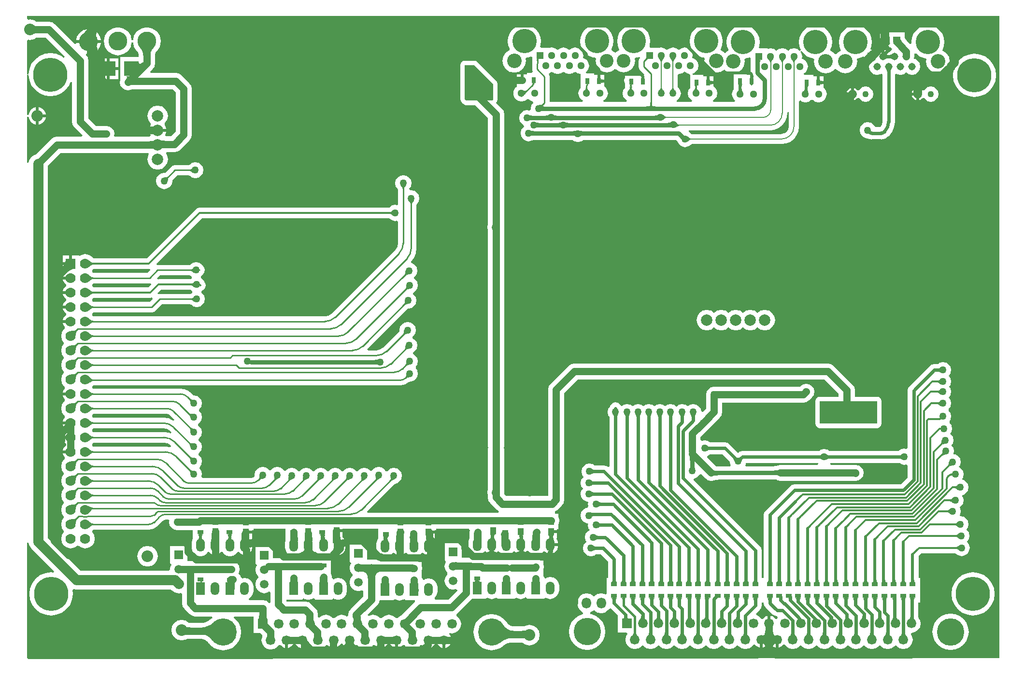
<source format=gbl>
G04*
G04 #@! TF.GenerationSoftware,Altium Limited,Altium Designer,20.0.13 (296)*
G04*
G04 Layer_Physical_Order=2*
G04 Layer_Color=16711680*
%FSTAX24Y24*%
%MOIN*%
G70*
G01*
G75*
%ADD15C,0.0100*%
%ADD16C,0.0150*%
%ADD24R,0.0472X0.0433*%
%ADD25R,0.0433X0.0315*%
%ADD26R,0.0433X0.0472*%
%ADD30R,0.0315X0.0433*%
%ADD81C,0.0500*%
%ADD82C,0.0120*%
%ADD83C,0.0200*%
%ADD84C,0.0100*%
%ADD85C,0.0220*%
%ADD87C,0.0300*%
%ADD88C,0.0250*%
%ADD89C,0.0700*%
%ADD90C,0.0080*%
%ADD91C,0.0600*%
%ADD92C,0.0787*%
%ADD93C,0.0512*%
%ADD94C,0.1004*%
%ADD95C,0.1680*%
%ADD96R,0.0512X0.0512*%
%ADD97C,0.0945*%
%ADD98O,0.0650X0.0750*%
%ADD99C,0.0665*%
%ADD100C,0.1890*%
%ADD101R,0.0665X0.0665*%
%ADD102C,0.0800*%
%ADD103C,0.0600*%
%ADD104R,0.0515X0.0515*%
%ADD105C,0.0515*%
%ADD106C,0.0436*%
%ADD107C,0.2362*%
%ADD108C,0.0700*%
%ADD109R,0.0700X0.0700*%
%ADD110C,0.0665*%
%ADD111C,0.1874*%
%ADD112C,0.0598*%
%ADD113R,0.0598X0.0598*%
%ADD114O,0.0600X0.0900*%
%ADD115R,0.0600X0.0900*%
%ADD116C,0.1300*%
%ADD117C,0.0500*%
%ADD118R,0.0984X0.1024*%
G36*
X003094Y077374D02*
X003106Y077369D01*
X003122Y077365D01*
X003142Y077361D01*
X003167Y077358D01*
X003229Y077353D01*
X003352Y07735D01*
Y07685D01*
X003307Y07685D01*
X003142Y076839D01*
X003122Y076835D01*
X003106Y076831D01*
X003094Y076826D01*
X003086Y07682D01*
Y07738D01*
X003094Y077374D01*
D02*
G37*
G36*
X005174Y075232D02*
X005108Y075157D01*
X004939Y075287D01*
X004578Y075437D01*
X004192Y075487D01*
X003805Y075437D01*
X003445Y075287D01*
X003135Y07505D01*
X002898Y074741D01*
X002749Y07438D01*
X0027Y07401D01*
X0026Y074016D01*
Y076347D01*
X002677Y076411D01*
X0028Y076386D01*
X003073Y076441D01*
X003218Y076538D01*
X003245Y076539D01*
X003868D01*
X005174Y075232D01*
D02*
G37*
G36*
X011266Y075794D02*
X011231Y07575D01*
X0112Y075704D01*
X011174Y075655D01*
X011151Y075604D01*
X011133Y07555D01*
X011118Y075494D01*
X011108Y075435D01*
X011102Y075374D01*
X0111Y07531D01*
X0106D01*
X010598Y075374D01*
X010592Y075435D01*
X010582Y075494D01*
X010567Y07555D01*
X010549Y075604D01*
X010526Y075655D01*
X0105Y075704D01*
X010469Y07575D01*
X010434Y075794D01*
X010395Y075836D01*
X011305D01*
X011266Y075794D01*
D02*
G37*
G36*
X010821Y074387D02*
X010291Y073889D01*
Y074911D01*
X010294Y074848D01*
X010305Y0748D01*
X010323Y074766D01*
X010347Y074745D01*
X010379Y074739D01*
X010418Y074747D01*
X010464Y074769D01*
X010517Y074804D01*
X010577Y074854D01*
X010644Y074918D01*
X010821Y074387D01*
D02*
G37*
G36*
X010292Y073884D02*
X010281Y073868D01*
X01026Y073842D01*
X010183Y073757D01*
X009793Y073359D01*
X009373Y073646D01*
X009416Y073693D01*
X009448Y073734D01*
X009469Y07377D01*
X00948Y073802D01*
X009479Y073829D01*
X009467Y073851D01*
X009444Y073868D01*
X00941Y07388D01*
X009365Y073887D01*
X009309Y073889D01*
X010291D01*
X010292Y073884D01*
D02*
G37*
G36*
X002749Y073607D02*
X002898Y073247D01*
X003135Y072937D01*
X003445Y0727D01*
X003805Y072551D01*
X004192Y0725D01*
X004578Y072551D01*
X004939Y0727D01*
X005248Y072937D01*
X005485Y073247D01*
X005589Y073497D01*
X005689Y073477D01*
Y07075D01*
X005732Y070535D01*
X005853Y070353D01*
X006404Y069803D01*
X006366Y069711D01*
X00465D01*
X00465Y069711D01*
X004435Y069668D01*
X004253Y069547D01*
X003187Y06848D01*
X003096Y068462D01*
X002881Y068319D01*
X002738Y068104D01*
X0027Y067914D01*
X0026Y067924D01*
Y071081D01*
X0027Y071091D01*
X002735Y070916D01*
X002867Y070717D01*
X003066Y070585D01*
X0032Y070558D01*
Y07115D01*
Y071742D01*
X003066Y071715D01*
X002867Y071583D01*
X002735Y071384D01*
X0027Y071209D01*
X0026Y071219D01*
Y073971D01*
X0027Y073977D01*
X002749Y073607D01*
D02*
G37*
G36*
X011854Y069453D02*
X011863Y069451D01*
X011877Y069449D01*
X011918Y069447D01*
X012098Y069444D01*
X012172Y068944D01*
X012127Y068943D01*
X01199Y068935D01*
X011966Y068931D01*
X011946Y068926D01*
X01193Y06892D01*
X011918Y068914D01*
X01191Y068907D01*
X011849Y069455D01*
X011854Y069453D01*
D02*
G37*
G36*
X011319Y068874D02*
X011312Y068879D01*
X0113Y068884D01*
X011285Y068887D01*
X011265Y068891D01*
X011213Y068896D01*
X011145Y068899D01*
X01106Y0689D01*
Y0694D01*
X011104Y0694D01*
X011285Y069413D01*
X0113Y069416D01*
X011312Y069421D01*
X011319Y069426D01*
Y068874D01*
D02*
G37*
G36*
X069694Y078042D02*
X069694Y071342D01*
Y041692D01*
X069694Y033717D01*
X002671Y033658D01*
X0026Y033729D01*
Y041676D01*
X0027Y041686D01*
X002738Y041496D01*
X002881Y041281D01*
X004458Y039704D01*
X004414Y039615D01*
X004242Y039637D01*
X003855Y039587D01*
X003495Y039437D01*
X003185Y0392D01*
X002948Y038891D01*
X002799Y03853D01*
X002748Y038144D01*
X002799Y037757D01*
X002948Y037397D01*
X003185Y037087D01*
X003495Y03685D01*
X003855Y036701D01*
X004242Y03665D01*
X004628Y036701D01*
X004989Y03685D01*
X005298Y037087D01*
X005535Y037397D01*
X005685Y037757D01*
X005736Y038144D01*
X005701Y038407D01*
X005792Y038479D01*
X005999Y038438D01*
X012525D01*
X012581Y038381D01*
X012796Y038238D01*
X01305Y038187D01*
X013212Y038219D01*
X013289Y038156D01*
Y0375D01*
X013332Y037285D01*
X013453Y037103D01*
X013803Y036753D01*
X013985Y036632D01*
X0142Y036589D01*
X015336D01*
X015369Y036495D01*
X015342Y036474D01*
X01532Y036463D01*
X015154Y036334D01*
X015085Y036288D01*
X015017Y036248D01*
X014951Y036216D01*
X01489Y03619D01*
X014832Y036171D01*
X014778Y036159D01*
X014742Y036153D01*
X013756D01*
X013755Y036155D01*
X013523Y036309D01*
X01325Y036364D01*
X012977Y036309D01*
X012745Y036155D01*
X012591Y035923D01*
X012536Y03565D01*
X012591Y035377D01*
X012745Y035145D01*
X012977Y034991D01*
X01325Y034936D01*
X013523Y034991D01*
X013581Y035029D01*
X013636Y035032D01*
X014693D01*
X014729Y035026D01*
X014777Y035013D01*
X014826Y034994D01*
X014877Y034969D01*
X014929Y034936D01*
X014983Y034896D01*
X015039Y034847D01*
X015096Y034789D01*
X01516Y034715D01*
X015175Y034703D01*
X015234Y034627D01*
X015492Y034429D01*
X015793Y034304D01*
X016116Y034261D01*
X016439Y034304D01*
X01674Y034429D01*
X016999Y034627D01*
X017197Y034885D01*
X017321Y035186D01*
X017364Y035509D01*
X017321Y035832D01*
X017197Y036133D01*
X016999Y036391D01*
X016864Y036495D01*
X016896Y036589D01*
X018224D01*
Y036437D01*
X01822Y036424D01*
X018222Y036412D01*
X018219Y0364D01*
X018224Y036376D01*
Y035435D01*
X018696D01*
X018808Y035324D01*
Y035202D01*
X018804Y035197D01*
X018755Y03495D01*
X018804Y034703D01*
X018944Y034494D01*
X019153Y034354D01*
X0194Y034305D01*
X019647Y034354D01*
X019856Y034494D01*
X019943Y034625D01*
X020064D01*
X020103Y034566D01*
X020279Y034448D01*
X020387Y034427D01*
Y03495D01*
X020587D01*
Y034427D01*
X020695Y034448D01*
X020871Y034566D01*
X020975Y034721D01*
X021014Y03473D01*
X021047D01*
X021086Y034721D01*
X02119Y034566D01*
X021366Y034448D01*
X021474Y034427D01*
Y03495D01*
X021674D01*
Y034427D01*
X021782Y034448D01*
X021958Y034566D01*
X021997Y034625D01*
X022117D01*
X022205Y034494D01*
X022414Y034354D01*
X022661Y034305D01*
X022908Y034354D01*
X023117Y034494D01*
X023204Y034625D01*
X023325D01*
X023364Y034566D01*
X02354Y034448D01*
X023648Y034427D01*
Y03495D01*
X023848D01*
Y034427D01*
X023956Y034448D01*
X024132Y034566D01*
X024236Y034721D01*
X024275Y03473D01*
X024308D01*
X024347Y034721D01*
X024433Y034593D01*
X024475Y034622D01*
X02452Y034668D01*
X024555Y034722D01*
X02458Y034785D01*
X024595Y034856D01*
X0246Y034935D01*
X024735D01*
Y03495D01*
X024935D01*
Y034935D01*
X0251D01*
X025105Y034856D01*
X02512Y034785D01*
X025145Y034722D01*
X02518Y034668D01*
X025225Y034622D01*
X025246Y034607D01*
X025258Y034625D01*
X025378D01*
X025441Y034531D01*
X025505Y034522D01*
X0256Y034517D01*
X025515Y034461D01*
X025675Y034354D01*
X025922Y034305D01*
X026169Y034354D01*
X026378Y034494D01*
X026465Y034625D01*
X026586D01*
X026625Y034566D01*
X026801Y034448D01*
X026909Y034427D01*
Y03495D01*
X027109D01*
Y034427D01*
X027217Y034448D01*
X027393Y034566D01*
X027497Y034721D01*
X027536Y03473D01*
X027569D01*
X027608Y034721D01*
X027712Y034566D01*
X027888Y034448D01*
X027996Y034427D01*
Y03495D01*
X028196D01*
Y034427D01*
X028304Y034448D01*
X02848Y034566D01*
X028519Y034625D01*
X02864D01*
X028727Y034494D01*
X028936Y034354D01*
X029183Y034305D01*
X02943Y034354D01*
X029639Y034494D01*
X029727Y034625D01*
X029847D01*
X029886Y034566D01*
X030062Y034448D01*
X03017Y034427D01*
Y03495D01*
X03037D01*
Y034427D01*
X030478Y034448D01*
X030654Y034566D01*
X030758Y034721D01*
X030797Y03473D01*
X03083D01*
X030869Y034721D01*
X030973Y034566D01*
X031149Y034448D01*
X031257Y034427D01*
Y03495D01*
X031357D01*
Y03505D01*
X03188D01*
X031859Y035158D01*
X031741Y035334D01*
X031701Y035361D01*
X03174Y035455D01*
X031901Y035423D01*
X032147Y035472D01*
X032357Y035612D01*
X032496Y035821D01*
X032546Y036068D01*
X032496Y036315D01*
X032357Y036524D01*
X032208Y036624D01*
Y036744D01*
X032297Y036803D01*
X033293Y0378D01*
X03425D01*
Y03784D01*
X034338Y037887D01*
X034416Y037835D01*
X03465Y037788D01*
X034884Y037835D01*
X034962Y037887D01*
X03505Y03784D01*
Y0378D01*
X03625D01*
Y03784D01*
X036338Y037887D01*
X036416Y037835D01*
X03665Y037788D01*
X036884Y037835D01*
X037Y037912D01*
X0371Y037859D01*
Y0378D01*
X0383D01*
Y03784D01*
X038388Y037887D01*
X038466Y037835D01*
X0387Y037788D01*
X038934Y037835D01*
X039133Y037967D01*
X039265Y038166D01*
X039312Y0384D01*
Y0387D01*
X039265Y038934D01*
X039133Y039133D01*
X038934Y039265D01*
X0387Y039312D01*
X038466Y039265D01*
X038388Y039213D01*
X0383Y03926D01*
Y0393D01*
X038241D01*
X038218Y039415D01*
X038217Y039417D01*
Y039783D01*
X038218Y039785D01*
X038261Y04D01*
X038218Y040215D01*
X038217Y040217D01*
Y040457D01*
X038005D01*
X037915Y040518D01*
X0377Y040561D01*
X037485Y040518D01*
X037474Y040511D01*
X036713D01*
X0367Y0405D01*
X036687Y040511D01*
X03605D01*
X035874Y040476D01*
X035699Y040511D01*
X034663D01*
X03465Y0405D01*
X034637Y040511D01*
X034208D01*
X034122Y040568D01*
X033907Y040611D01*
X033352D01*
X033195Y040642D01*
X032599D01*
Y041649D01*
X031401D01*
Y040451D01*
X031441D01*
X031488Y040363D01*
X031436Y040284D01*
X031389Y04005D01*
X031436Y039816D01*
X031568Y039618D01*
X031595Y0396D01*
Y0395D01*
X031568Y039482D01*
X031436Y039284D01*
X031389Y03905D01*
X031436Y038816D01*
X031568Y038618D01*
X031766Y038486D01*
X032Y038439D01*
X032161Y038471D01*
X032272Y0384D01*
X032273Y038399D01*
X032277Y03837D01*
X031668Y037761D01*
X030745D01*
X030716Y037856D01*
X030733Y037867D01*
X030865Y038066D01*
X030912Y0383D01*
Y0386D01*
X030865Y038834D01*
X030733Y039033D01*
X030534Y039165D01*
X0303Y039212D01*
X030066Y039165D01*
X029988Y039113D01*
X0299Y03916D01*
Y0392D01*
X029841D01*
X029818Y039315D01*
X029817Y039317D01*
Y039683D01*
X029818Y039685D01*
X029861Y0399D01*
X029818Y040115D01*
X029817Y040117D01*
Y040357D01*
X029605D01*
X029515Y040418D01*
X029408Y040439D01*
X029365Y040468D01*
X02915Y040511D01*
X026049D01*
Y041549D01*
X024851D01*
Y040351D01*
X024891D01*
X024938Y040263D01*
X024886Y040184D01*
X024839Y03995D01*
X024886Y039716D01*
X025018Y039518D01*
X025045Y0395D01*
Y0394D01*
X025018Y039382D01*
X024886Y039184D01*
X024839Y03895D01*
X024886Y038716D01*
X025018Y038518D01*
X025216Y038386D01*
X02545Y038339D01*
X025684Y038386D01*
X025701Y038397D01*
X025789Y03835D01*
Y037982D01*
X024903Y037097D01*
X024782Y036915D01*
X024739Y0367D01*
Y03665D01*
X024641Y036595D01*
X024538Y036664D01*
X024291Y036713D01*
X024045Y036664D01*
X023835Y036524D01*
X023798Y036468D01*
X023698D01*
X023661Y036524D01*
X023451Y036664D01*
X023204Y036713D01*
X022958Y036664D01*
X022748Y036524D01*
X022747Y036522D01*
X022647Y036552D01*
Y036757D01*
X022647Y036757D01*
X022604Y036972D01*
X022482Y037154D01*
X022189Y037447D01*
X022008Y037568D01*
X021793Y037611D01*
X020532D01*
X020494Y037649D01*
Y03775D01*
X0216D01*
Y03779D01*
X021688Y037837D01*
X021766Y037785D01*
X022Y037738D01*
X022234Y037785D01*
X02235Y037862D01*
X02245Y037809D01*
Y03775D01*
X02365D01*
Y03779D01*
X023738Y037837D01*
X023816Y037785D01*
X02405Y037738D01*
X024284Y037785D01*
X024483Y037917D01*
X024615Y038116D01*
X024662Y03835D01*
Y03865D01*
X024615Y038884D01*
X024483Y039083D01*
X024284Y039215D01*
X02405Y039262D01*
X023816Y039215D01*
X023738Y039163D01*
X02365Y03921D01*
Y03925D01*
X023611D01*
Y0393D01*
X023568Y039515D01*
X023567Y039517D01*
Y039643D01*
Y040557D01*
X02308D01*
X023065Y040568D01*
X02285Y040611D01*
X022241D01*
X022Y04045D01*
X021759Y040611D01*
X019549D01*
Y041399D01*
X018364D01*
X018351Y041399D01*
Y040201D01*
X018391D01*
X018438Y040113D01*
X018386Y040034D01*
X018339Y0398D01*
X018386Y039566D01*
X018518Y039368D01*
X018545Y03935D01*
Y03925D01*
X018518Y039232D01*
X018386Y039034D01*
X018339Y0388D01*
X018386Y038566D01*
X018518Y038368D01*
X018716Y038236D01*
X01895Y038189D01*
X019184Y038236D01*
X019284Y038303D01*
X019373Y038256D01*
Y037547D01*
X019273Y037517D01*
X019253Y037547D01*
X019071Y037668D01*
X018856Y037711D01*
X017903D01*
X017873Y037811D01*
X018033Y037917D01*
X018165Y038116D01*
X018212Y03835D01*
Y03865D01*
X018165Y038884D01*
X018033Y039083D01*
X017834Y039215D01*
X0176Y039262D01*
X017447Y039231D01*
X01733Y039303D01*
X017318Y039365D01*
X017197Y039547D01*
X01717Y039564D01*
X017218Y039635D01*
X017261Y03985D01*
X017218Y040065D01*
X017117Y040217D01*
Y040357D01*
X01693D01*
X016915Y040368D01*
X0167Y040411D01*
X013649D01*
Y041449D01*
X012451D01*
Y040251D01*
X012491D01*
X012538Y040163D01*
X012486Y040084D01*
X012439Y03985D01*
X012441Y039841D01*
X012377Y039764D01*
X006274D01*
X004013Y042025D01*
Y06772D01*
X004882Y068589D01*
X010953D01*
X011Y068501D01*
X010947Y068421D01*
X010893Y06815D01*
X010947Y067879D01*
X0111Y06765D01*
X011329Y067497D01*
X0116Y067443D01*
X011871Y067497D01*
X0121Y06765D01*
X012253Y067879D01*
X012307Y06815D01*
X012253Y068421D01*
X012171Y068545D01*
X012218Y068633D01*
X012744D01*
X012958Y068676D01*
X01314Y068797D01*
X013797Y069453D01*
X013918Y069635D01*
X013961Y06985D01*
Y073D01*
X013918Y073215D01*
X013797Y073397D01*
X013797Y073397D01*
X013247Y073947D01*
X013065Y074068D01*
X01285Y074111D01*
X011115D01*
X011077Y074203D01*
X011247Y074373D01*
X011368Y074555D01*
X011411Y07477D01*
X011411Y07477D01*
Y075387D01*
X011411Y075393D01*
X011418Y07543D01*
X011426Y075463D01*
X011436Y075493D01*
X011449Y07552D01*
X011463Y075546D01*
X011479Y075571D01*
X011491Y075586D01*
X011535Y075615D01*
X011745Y075929D01*
X011819Y0763D01*
X011745Y076671D01*
X011535Y076985D01*
X011221Y077195D01*
X01085Y077269D01*
X010479Y077195D01*
X010165Y076985D01*
X009955Y076671D01*
X009901Y076398D01*
X009799D01*
X009745Y076671D01*
X009535Y076985D01*
X009221Y077195D01*
X00885Y077269D01*
X008479Y077195D01*
X008165Y076985D01*
X007955Y076671D01*
X007881Y0763D01*
X007955Y075929D01*
X008165Y075615D01*
X008479Y075405D01*
X00885Y075331D01*
X009221Y075405D01*
X009535Y075615D01*
X009745Y075929D01*
X009799Y076202D01*
X009901D01*
X009955Y075929D01*
X010165Y075615D01*
X010209Y075586D01*
X010221Y075571D01*
X010237Y075546D01*
X010251Y07552D01*
X010264Y075493D01*
X010274Y075463D01*
X010282Y07543D01*
X010289Y075393D01*
X010289Y075387D01*
Y075315D01*
X010274Y075216D01*
X010257Y075212D01*
X009008D01*
Y073921D01*
X009003Y073903D01*
X009005Y073896D01*
X009003Y073889D01*
X009008Y073866D01*
Y073588D01*
X009008D01*
X009012Y073583D01*
X008989Y07347D01*
X009032Y073255D01*
X009153Y073073D01*
X009335Y072952D01*
X00955Y072909D01*
X009765Y072952D01*
X009821Y072989D01*
X012618D01*
X012839Y072768D01*
Y070082D01*
X012511Y069754D01*
X012156D01*
X012109Y069843D01*
X012159Y069918D01*
X012185Y07005D01*
X0116D01*
X011319D01*
Y069874D01*
X011312Y069879D01*
X0113Y069884D01*
X011285Y069887D01*
X011265Y069891D01*
X011213Y069896D01*
X011145Y069899D01*
X01106Y0699D01*
Y07005D01*
X011015D01*
X011041Y069918D01*
X011113Y069811D01*
X011059Y069711D01*
X008652D01*
X008589Y069788D01*
X008611Y0699D01*
X008568Y070115D01*
X008447Y070297D01*
X008265Y070418D01*
X00805Y070461D01*
X007332D01*
X006811Y070982D01*
Y07495D01*
X006768Y075165D01*
X006651Y07534D01*
X006661Y075374D01*
X006693Y075433D01*
X006724Y075427D01*
Y076174D01*
X005977D01*
X005983Y076146D01*
X005894Y076099D01*
X004497Y077497D01*
X004315Y077618D01*
X0041Y077661D01*
X003221D01*
X003073Y077759D01*
X0028Y077814D01*
X002677Y077789D01*
X0026Y077853D01*
Y078042D01*
X069694Y078042D01*
D02*
G37*
G36*
X0271Y0397D02*
X027005Y039695D01*
X02692Y03968D01*
X026845Y039655D01*
X02678Y03962D01*
X026725Y039575D01*
X02668Y03952D01*
X026645Y039455D01*
X02662Y03938D01*
X026605Y039295D01*
X0266Y0392D01*
X0261D01*
X026095Y039295D01*
X02608Y03938D01*
X026055Y039455D01*
X02602Y03952D01*
X025975Y039575D01*
X02592Y03962D01*
X025855Y039655D01*
X02578Y03968D01*
X025695Y039695D01*
X0256Y0397D01*
X02635Y0402D01*
X0271Y0397D01*
D02*
G37*
G36*
X0233Y039233D02*
X023318Y039005D01*
X023324Y03898D01*
X023331Y038963D01*
X02334Y038952D01*
X023349Y038949D01*
X022751D01*
X02276Y038952D01*
X022769Y038963D01*
X022776Y03898D01*
X022782Y039005D01*
X022788Y039037D01*
X022792Y039075D01*
X022798Y039174D01*
X0228Y0393D01*
X0233D01*
X0233Y039233D01*
D02*
G37*
G36*
X02125Y039193D02*
X021262Y039024D01*
X021268Y038997D01*
X021274Y038976D01*
X021281Y038961D01*
X02129Y038952D01*
X021299Y038949D01*
X020701D01*
X02071Y038952D01*
X020719Y038961D01*
X020726Y038976D01*
X020732Y038997D01*
X020738Y039024D01*
X020742Y039057D01*
X020748Y039142D01*
X02075Y03925D01*
X02125D01*
X02125Y039193D01*
D02*
G37*
G36*
X027551Y038898D02*
X027049D01*
X027049Y0389D01*
X027049Y038908D01*
X02705Y03915D01*
X02755D01*
X027551Y038898D01*
D02*
G37*
G36*
X01465Y03903D02*
X014652Y039012D01*
X014655Y038997D01*
X014655Y038995D01*
X0147D01*
X014691Y038994D01*
X014682Y038991D01*
X014675Y038986D01*
X014668Y038979D01*
X014663Y038971D01*
X014668Y038964D01*
X014675Y038957D01*
X014682Y038952D01*
X014691Y038949D01*
X0147Y038948D01*
X014655D01*
X014655Y038945D01*
X014652Y03893D01*
X01465Y038913D01*
X01465Y038894D01*
X01455D01*
X014549Y038913D01*
X014548Y03893D01*
X014546Y038945D01*
X014545Y038948D01*
X0145D01*
X01451Y038949D01*
X014518Y038952D01*
X014526Y038957D01*
X014532Y038964D01*
X014537Y038971D01*
X014532Y038979D01*
X014526Y038986D01*
X014518Y038991D01*
X01451Y038994D01*
X0145Y038995D01*
X014545D01*
X014546Y038997D01*
X014548Y039012D01*
X014549Y03903D01*
X01455Y039049D01*
X01465D01*
X01465Y03903D01*
D02*
G37*
G36*
X033751Y039161D02*
X033754Y039126D01*
X033759Y039096D01*
X033766Y03907D01*
X033775Y039048D01*
X033777Y039045D01*
X03385D01*
X033831Y039043D01*
X033814Y039037D01*
X033799Y039027D01*
X033794Y039021D01*
X033799Y039016D01*
X033814Y039006D01*
X033831Y039D01*
X03385Y038998D01*
X033777D01*
X033775Y038995D01*
X033766Y038972D01*
X033759Y038946D01*
X033754Y038916D01*
X033751Y038882D01*
X03375Y038844D01*
X03355D01*
X033549Y038882D01*
X033546Y038916D01*
X033541Y038946D01*
X033534Y038972D01*
X033525Y038995D01*
X033523Y038998D01*
X03345D01*
X033469Y039D01*
X033486Y039006D01*
X033501Y039016D01*
X033506Y039021D01*
X033501Y039027D01*
X033486Y039037D01*
X033469Y039043D01*
X03345Y039045D01*
X033523D01*
X033525Y039048D01*
X033534Y03907D01*
X033541Y039096D01*
X033546Y039126D01*
X033549Y039161D01*
X03355Y039199D01*
X03375D01*
X033751Y039161D01*
D02*
G37*
G36*
X028066Y037735D02*
X0283Y037688D01*
X028534Y037735D01*
X028612Y037787D01*
X0287Y03774D01*
Y0377D01*
X029336D01*
X029365Y037604D01*
X029353Y037597D01*
X029353Y037597D01*
X028428Y036671D01*
X028393Y036664D01*
X028183Y036524D01*
X028146Y036468D01*
X028046D01*
X028009Y036524D01*
X027799Y036664D01*
X027552Y036713D01*
X027306Y036664D01*
X027096Y036524D01*
X027059Y036468D01*
X026959D01*
X026922Y036524D01*
X026712Y036664D01*
X026465Y036713D01*
X026219Y036664D01*
X026158Y036624D01*
X026094Y036701D01*
X026747Y037353D01*
X026868Y037535D01*
X026901Y0377D01*
X0279D01*
Y03774D01*
X027988Y037787D01*
X028066Y037735D01*
D02*
G37*
G36*
X019107Y036805D02*
X019127Y036525D01*
X019136Y03648D01*
X019146Y036445D01*
X019159Y03642D01*
X019172Y036405D01*
X019188Y0364D01*
X018525D01*
X01854Y036405D01*
X018554Y03642D01*
X018567Y036445D01*
X018577Y03648D01*
X018586Y036525D01*
X018593Y03658D01*
X018603Y03672D01*
X018606Y0369D01*
X019106D01*
X019107Y036805D01*
D02*
G37*
G36*
X019191Y036093D02*
X019201Y036082D01*
X019541Y035737D01*
X019188Y035383D01*
X018827Y035737D01*
X019188Y036097D01*
X019191Y036093D01*
D02*
G37*
G36*
X013581Y035878D02*
X013594Y03587D01*
X01361Y035864D01*
X013631Y035858D01*
X013656Y035853D01*
X013685Y03585D01*
X013754Y035844D01*
X013841Y035843D01*
X013746Y035343D01*
X013493Y035332D01*
X013573Y035886D01*
X013581Y035878D01*
D02*
G37*
G36*
X015391Y034915D02*
X015321Y034997D01*
X015249Y035069D01*
X015176Y035133D01*
X015102Y035189D01*
X015027Y035236D01*
X01495Y035274D01*
X014872Y035304D01*
X014793Y035326D01*
X014713Y035338D01*
X014632Y035343D01*
X014678Y035843D01*
X014756Y035846D01*
X014835Y035858D01*
X014915Y035877D01*
X014996Y035903D01*
X015078Y035937D01*
X015162Y035979D01*
X015247Y036029D01*
X015333Y036085D01*
X015508Y036222D01*
X015391Y034915D01*
D02*
G37*
%LPC*%
G36*
X0034Y071742D02*
Y07125D01*
X003892D01*
X003865Y071384D01*
X003733Y071583D01*
X003534Y071715D01*
X0034Y071742D01*
D02*
G37*
G36*
X003892Y07105D02*
X0034D01*
Y070558D01*
X003534Y070585D01*
X003733Y070717D01*
X003865Y070916D01*
X003892Y07105D01*
D02*
G37*
G36*
X0618Y076817D02*
X06156D01*
X061559Y076816D01*
X061559Y076817D01*
X061464D01*
Y0765D01*
X061613D01*
X061618Y076507D01*
X061644Y076551D01*
X06166Y076587D01*
X061665Y076615D01*
X061791Y0765D01*
X0618D01*
Y076817D01*
D02*
G37*
G36*
X007405Y076908D02*
X007399Y0769D01*
X007372Y076855D01*
X007353Y076813D01*
X007342Y076773D01*
X007337Y076734D01*
X00734Y076698D01*
X007349Y076664D01*
X007366Y076632D01*
X006924Y076742D01*
Y076374D01*
X007671D01*
X007624Y076605D01*
X007437Y076887D01*
X007405Y076908D01*
D02*
G37*
G36*
X006724Y077121D02*
X006492Y077074D01*
X006211Y076887D01*
X006023Y076605D01*
X005977Y076374D01*
X006724D01*
Y076792D01*
X006512Y076844D01*
X006724Y077073D01*
Y077121D01*
D02*
G37*
G36*
X064751Y0774D02*
X064453Y077361D01*
X064176Y077246D01*
X063938Y077064D01*
X063755Y076826D01*
X06364Y076548D01*
X063601Y076251D01*
X063613Y076164D01*
X063523Y07612D01*
X06332Y076323D01*
X063292Y076353D01*
X063251Y076404D01*
X063215Y076453D01*
X063187Y076497D01*
X063167Y076535D01*
X063153Y076566D01*
X063146Y07659D01*
X063142Y076606D01*
X06314Y076637D01*
X063136Y076651D01*
Y076917D01*
X062866D01*
X062848Y076921D01*
X062831Y076918D01*
X062814Y07692D01*
X062799Y076917D01*
X062064D01*
Y076817D01*
X062D01*
Y0764D01*
Y076308D01*
X062135Y076185D01*
X062142Y076178D01*
X062134Y076159D01*
X062113Y076127D01*
X062077Y076083D01*
X062Y075997D01*
Y075983D01*
X062064D01*
Y075883D01*
X0622D01*
X062253Y075803D01*
X06228Y075777D01*
X06225Y075666D01*
X062122Y075581D01*
X0621Y075548D01*
X062D01*
X061978Y075581D01*
X061827Y075682D01*
X061748Y075697D01*
Y075588D01*
X06176Y075598D01*
X061779Y075617D01*
X061974Y0755D01*
X061955Y075481D01*
X06194Y075462D01*
X061926Y075443D01*
X061915Y075423D01*
X061907Y075404D01*
X0619Y075385D01*
X0619Y075385D01*
X061918Y075378D01*
X061939Y075372D01*
X061961Y075367D01*
X061985Y075364D01*
X062009Y075361D01*
X062036Y075361D01*
Y075141D01*
X062009Y07514D01*
X061985Y075138D01*
X061961Y075134D01*
X061939Y07513D01*
X061918Y075123D01*
X061898Y075115D01*
X06188Y075106D01*
X061862Y075096D01*
X061847Y075084D01*
X061832Y075071D01*
Y075352D01*
X061748Y075405D01*
Y075251D01*
X061548D01*
Y075567D01*
X061448Y075667D01*
X061403Y075637D01*
X061388Y075645D01*
X061526Y075507D01*
X061445Y075426D01*
X06114Y075078D01*
X061119Y075043D01*
X061106Y075016D01*
X061102Y074995D01*
X061081Y07499D01*
X061053Y074978D01*
X061018Y074956D01*
X060977Y074927D01*
X060875Y074842D01*
X060705Y074683D01*
X060678Y07455D01*
X060722Y074332D01*
X060845Y074148D01*
X061029Y074025D01*
X061247Y073982D01*
X061464Y074025D01*
X061544Y074078D01*
X061632Y074031D01*
Y070764D01*
X061631D01*
X061587Y070542D01*
X061474Y070373D01*
X061462Y070368D01*
X061116D01*
X060997Y070547D01*
X060815Y070668D01*
X0606Y070711D01*
X060385Y070668D01*
X060203Y070547D01*
X060082Y070365D01*
X060039Y07015D01*
X060082Y069935D01*
X060203Y069753D01*
X060385Y069632D01*
X060589Y069591D01*
X060599Y069585D01*
X0609Y069525D01*
Y069532D01*
X061509D01*
Y069525D01*
X061802Y069584D01*
X061979Y069702D01*
X06205Y06975D01*
Y06975D01*
X06205Y06975D01*
X062107Y069826D01*
X062282Y070053D01*
X062424Y070396D01*
X062472Y070764D01*
X062468D01*
Y074031D01*
X062556Y074078D01*
X062636Y074025D01*
X062853Y073982D01*
X063071Y074025D01*
X063255Y074148D01*
X063439Y074025D01*
X063656Y073982D01*
X063874Y074025D01*
X064058Y074148D01*
X064181Y074332D01*
X064225Y07455D01*
X064181Y074768D01*
X064058Y074952D01*
X063874Y075075D01*
X063791Y075092D01*
X063823Y075251D01*
X063813Y075304D01*
Y075437D01*
X063913Y075471D01*
X063938Y075438D01*
X064176Y075255D01*
X064453Y07514D01*
X064601Y075121D01*
X06466Y07504D01*
X064632Y0749D01*
X064694Y074587D01*
X064871Y074322D01*
X065137Y074145D01*
X06545Y074083D01*
X065763Y074145D01*
X066028Y074322D01*
X066205Y074587D01*
X066267Y0749D01*
X066205Y075213D01*
X066028Y075479D01*
X065825Y075614D01*
X065764Y075662D01*
X065779Y075755D01*
X065861Y075953D01*
X0659Y076251D01*
X065861Y076548D01*
X065746Y076826D01*
X065564Y077064D01*
X065326Y077246D01*
X065048Y077361D01*
X064751Y0774D01*
D02*
G37*
G36*
X049451Y07745D02*
X049153Y077411D01*
X048876Y077296D01*
X048828Y077259D01*
X04885Y077241D01*
X048801Y077239D01*
X048638Y077114D01*
X048455Y076876D01*
X04834Y076598D01*
X048301Y076301D01*
X04834Y076003D01*
X048439Y075766D01*
X048448Y075743D01*
X048363Y075697D01*
X048356Y075702D01*
X048351Y075704D01*
X048172Y075824D01*
X047955Y075868D01*
X047738Y075824D01*
X047636Y075756D01*
X047553Y075702D01*
X04747Y075756D01*
X047368Y075824D01*
X047152Y075868D01*
X046935Y075824D01*
X046833Y075756D01*
X04675Y075702D01*
X046667Y075756D01*
X046565Y075824D01*
X046348Y075868D01*
X046201Y075838D01*
X046101Y075857D01*
Y075857D01*
X045591D01*
X045535Y07594D01*
X045561Y076003D01*
X0456Y076301D01*
X045561Y076598D01*
X045446Y076876D01*
X045264Y077114D01*
X045026Y077296D01*
X044748Y077411D01*
X044451Y07745D01*
X044153Y077411D01*
X043876Y077296D01*
X043638Y077114D01*
X043455Y076876D01*
X04334Y076598D01*
X043301Y076301D01*
X04334Y076003D01*
X043434Y075777D01*
X043445Y075712D01*
X043395Y075641D01*
X043195Y075507D01*
X043107Y07554D01*
X042957Y07564D01*
X042907Y075711D01*
X042918Y075776D01*
X043012Y076003D01*
X043051Y0763D01*
X043012Y076598D01*
X042897Y076875D01*
X042714Y077113D01*
X042476Y077296D01*
X042199Y077411D01*
X041901Y07745D01*
X041604Y077411D01*
X041326Y077296D01*
X041088Y077113D01*
X040906Y076875D01*
X040791Y076598D01*
X040752Y0763D01*
X040791Y076003D01*
X040889Y075766D01*
X040899Y075742D01*
X040813Y075697D01*
X040806Y075701D01*
X040802Y075704D01*
X040622Y075824D01*
X040405Y075867D01*
X040188Y075824D01*
X040086Y075756D01*
X040004Y075702D01*
X039921Y075756D01*
X039819Y075824D01*
X039602Y075867D01*
X039385Y075824D01*
X039283Y075756D01*
X0392Y075702D01*
X039118Y075756D01*
X039016Y075824D01*
X038799Y075867D01*
X038652Y075838D01*
X038552Y075856D01*
Y075856D01*
X038041D01*
X037985Y075939D01*
X038012Y076003D01*
X038051Y0763D01*
X038012Y076598D01*
X037897Y076875D01*
X037714Y077113D01*
X037476Y077296D01*
X037199Y077411D01*
X036901Y07745D01*
X036604Y077411D01*
X036326Y077296D01*
X036088Y077113D01*
X035906Y076875D01*
X035791Y076598D01*
X035752Y0763D01*
X035791Y076003D01*
X035873Y075804D01*
X035888Y075712D01*
X035827Y075664D01*
X035624Y075528D01*
X035447Y075263D01*
X035385Y07495D01*
X035447Y074637D01*
X035624Y074372D01*
X035889Y074195D01*
X036202Y074132D01*
X036515Y074195D01*
X036781Y074372D01*
X036958Y074637D01*
X03702Y07495D01*
X036992Y075089D01*
X037051Y07517D01*
X037199Y07519D01*
X037357Y075255D01*
X03744Y0752D01*
Y075069D01*
X037435Y075046D01*
X037435Y075044D01*
X037435Y075043D01*
X03744Y075021D01*
Y074744D01*
X03744D01*
X037445Y074739D01*
X037444Y074487D01*
X037443Y074402D01*
X037436Y074402D01*
X037435Y074397D01*
X037437Y074388D01*
X037444Y074345D01*
X037444Y074345D01*
X037458Y074279D01*
X03747Y074217D01*
X037471Y074212D01*
X037468Y074201D01*
X037415Y074117D01*
X037093D01*
Y074017D01*
X03685D01*
Y0736D01*
X03675D01*
Y0735D01*
X036393D01*
Y073183D01*
X036393Y073183D01*
X036393D01*
X036323Y073118D01*
X0363Y073103D01*
X036177Y072919D01*
X036134Y072702D01*
X036177Y072485D01*
X0363Y072301D01*
X036483Y072178D01*
X0367Y072135D01*
X036917Y072178D01*
X037087Y072292D01*
X037133Y072301D01*
X03717D01*
X037215Y072292D01*
X037385Y072178D01*
X03749Y072158D01*
X037511Y072051D01*
X037503Y072047D01*
X037382Y071865D01*
X037339Y07165D01*
X037348Y071607D01*
X037261Y071529D01*
X0371Y071561D01*
X036885Y071518D01*
X036703Y071397D01*
X036582Y071215D01*
X036539Y071D01*
X036582Y070785D01*
X036703Y070603D01*
X036856Y070502D01*
X03687Y070391D01*
X036803Y070347D01*
X036682Y070165D01*
X036639Y06995D01*
X036682Y069735D01*
X036803Y069553D01*
X036985Y069432D01*
X0372Y069389D01*
X037415Y069432D01*
X037503Y069491D01*
X040222D01*
X040385Y069382D01*
X0406Y069339D01*
X040815Y069382D01*
X040978Y069491D01*
X047356D01*
X047475Y069372D01*
X047482Y069335D01*
X047603Y069153D01*
X047785Y069032D01*
X048Y068989D01*
X048215Y069032D01*
X048397Y069153D01*
X04841Y069174D01*
X048413Y069177D01*
X048443Y069203D01*
X05465D01*
Y0692D01*
X054963Y069241D01*
X055254Y069362D01*
X055504Y069554D01*
X055696Y069804D01*
X055817Y070095D01*
X055858Y070408D01*
X055855D01*
Y072161D01*
X055955Y072214D01*
X056082Y072129D01*
X056299Y072086D01*
X056516Y072129D01*
X056686Y072242D01*
X056732Y072252D01*
X056768D01*
X056814Y072242D01*
X056984Y072129D01*
X057201Y072086D01*
X057418Y072129D01*
X057602Y072252D01*
X057724Y072435D01*
X057768Y072652D01*
X057724Y072869D01*
X057602Y073053D01*
X057557Y073083D01*
Y07335D01*
X057556D01*
D01*
X057518Y073349D01*
X057484Y073346D01*
X057454Y073341D01*
X057428Y073334D01*
X057405Y073325D01*
X057387Y073314D01*
X057373Y073301D01*
X057363Y073286D01*
X057357Y073269D01*
X057355Y07325D01*
Y07335D01*
X0572D01*
Y07345D01*
X0571D01*
Y073867D01*
X056857D01*
Y073967D01*
X056213D01*
X056183Y074067D01*
X056306Y074149D01*
X056429Y074333D01*
X056472Y07455D01*
X056429Y074767D01*
X056306Y074951D01*
X056122Y075074D01*
X056039Y07509D01*
X056071Y075251D01*
X056028Y075468D01*
X055956Y075575D01*
X056037Y075633D01*
X056052Y075614D01*
X056187Y075438D01*
X056425Y075255D01*
X056702Y07514D01*
X056851Y075121D01*
X056909Y07504D01*
X056881Y0749D01*
X056943Y074587D01*
X057121Y074322D01*
X057386Y074145D01*
X057699Y074083D01*
X058012Y074145D01*
X058277Y074322D01*
X058325Y074395D01*
X058425D01*
X058474Y074322D01*
X058739Y074145D01*
X059052Y074083D01*
X059365Y074145D01*
X05963Y074322D01*
X059807Y074587D01*
X05987Y0749D01*
X059842Y07504D01*
X0599Y075121D01*
X060048Y07514D01*
X060288Y07524D01*
X060357Y075203D01*
X060551Y075424D01*
X060572Y075458D01*
X060585Y075486D01*
X060589Y075507D01*
X06061Y075511D01*
X060638Y075524D01*
X060672Y075545D01*
X060713Y075575D01*
X060816Y07566D01*
X060868Y075708D01*
X06085D01*
X060794Y075791D01*
X060861Y075953D01*
X0609Y076251D01*
X060861Y076548D01*
X060746Y076826D01*
X060564Y077064D01*
X060326Y077246D01*
X060048Y077361D01*
X059751Y0774D01*
X059453Y077361D01*
X059176Y077246D01*
X058938Y077064D01*
X058755Y076826D01*
X05864Y076548D01*
X058601Y076251D01*
X05864Y075953D01*
X058723Y075755D01*
X058738Y075662D01*
X058677Y075614D01*
X058474Y075479D01*
X058425Y075406D01*
X058325D01*
X058277Y075479D01*
X058074Y075614D01*
X058013Y075662D01*
X058028Y075755D01*
X05811Y075953D01*
X05815Y076251D01*
X05811Y076548D01*
X057996Y076826D01*
X057813Y077064D01*
X057575Y077246D01*
X057298Y077361D01*
X057Y0774D01*
X056702Y077361D01*
X056425Y077246D01*
X056187Y077064D01*
X056004Y076826D01*
X05589Y076548D01*
X05585Y076251D01*
X05589Y075953D01*
X055988Y075716D01*
X055997Y075693D01*
X055912Y075647D01*
X055905Y075652D01*
X055898Y075656D01*
X055721Y075774D01*
X055504Y075818D01*
X055287Y075774D01*
X055185Y075706D01*
X055102Y075652D01*
X05502Y075706D01*
X054918Y075774D01*
X054701Y075818D01*
X054484Y075774D01*
X054382Y075706D01*
X054299Y075652D01*
X054216Y075706D01*
X054115Y075774D01*
X053898Y075818D01*
X05375Y075788D01*
X05365Y075807D01*
Y075807D01*
X05314D01*
X053084Y07589D01*
X05311Y075953D01*
X05315Y076251D01*
X05311Y076548D01*
X052996Y076826D01*
X052813Y077064D01*
X052575Y077246D01*
X052298Y077361D01*
X052Y0774D01*
X051702Y077361D01*
X051425Y077246D01*
X051187Y077064D01*
X051004Y076826D01*
X05089Y076548D01*
X05085Y076251D01*
X05089Y075953D01*
X050972Y075755D01*
X050987Y075662D01*
X050926Y075614D01*
X050749Y075496D01*
X050728Y075529D01*
X050525Y075664D01*
X050464Y075712D01*
X050479Y075805D01*
X050561Y076003D01*
X0506Y076301D01*
X050561Y076598D01*
X050446Y076876D01*
X050264Y077114D01*
X050026Y077296D01*
X049748Y077411D01*
X049451Y07745D01*
D02*
G37*
G36*
X007671Y076174D02*
X006924D01*
Y075427D01*
X007155Y075473D01*
X007437Y075661D01*
X007624Y075942D01*
X007671Y076174D01*
D02*
G37*
G36*
X008892Y075112D02*
X0083D01*
Y0745D01*
X008892D01*
Y075112D01*
D02*
G37*
G36*
X0081D02*
X007508D01*
Y0745D01*
X0081D01*
Y075112D01*
D02*
G37*
G36*
X03665Y074017D02*
X036393D01*
Y0737D01*
X03665D01*
Y074017D01*
D02*
G37*
G36*
X008892Y0743D02*
X0083D01*
Y073688D01*
X008892D01*
Y0743D01*
D02*
G37*
G36*
X0081D02*
X007508D01*
Y073688D01*
X0081D01*
Y0743D01*
D02*
G37*
G36*
X057557Y073867D02*
X0573D01*
Y07355D01*
X057355D01*
Y07365D01*
X057357Y073631D01*
X057363Y073614D01*
X057373Y073599D01*
X057387Y073586D01*
X057405Y073575D01*
X057428Y073566D01*
X057454Y073559D01*
X057484Y073554D01*
X057518Y073551D01*
X057556Y07355D01*
X057557D01*
Y073867D01*
D02*
G37*
G36*
X064952Y073181D02*
X064749Y07314D01*
X064578Y073026D01*
X064501Y07291D01*
X064381D01*
X064351Y072954D01*
X064213Y073046D01*
X06415Y073059D01*
Y072652D01*
Y072246D01*
X064213Y072259D01*
X064351Y072351D01*
X064381Y072394D01*
X064501D01*
X064578Y072279D01*
X064749Y072164D01*
X064952Y072124D01*
X065154Y072164D01*
X065325Y072279D01*
X06544Y07245D01*
X06548Y072652D01*
X06544Y072855D01*
X065325Y073026D01*
X065154Y07314D01*
X064952Y073181D01*
D02*
G37*
G36*
X060452D02*
X060249Y07314D01*
X060078Y073026D01*
X060001Y07291D01*
X059881D01*
X059851Y072954D01*
X059713Y073046D01*
X05965Y073059D01*
Y072652D01*
Y072246D01*
X059713Y072259D01*
X059851Y072351D01*
X059881Y072394D01*
X060001D01*
X060078Y072279D01*
X060249Y072164D01*
X060452Y072124D01*
X060654Y072164D01*
X060825Y072279D01*
X06094Y07245D01*
X06098Y072652D01*
X06094Y072855D01*
X060825Y073026D01*
X060654Y07314D01*
X060452Y073181D01*
D02*
G37*
G36*
X05945Y073059D02*
X059387Y073046D01*
X059249Y072954D01*
X059156Y072815D01*
X05915Y072787D01*
X059186Y072772D01*
X059263Y072755D01*
X059311Y072752D01*
X05945D01*
Y073059D01*
D02*
G37*
G36*
X06395D02*
X063887Y073046D01*
X063749Y072954D01*
X063656Y072815D01*
X063644Y072752D01*
X06395D01*
Y073059D01*
D02*
G37*
G36*
X067963Y075444D02*
X067576Y075393D01*
X067216Y075244D01*
X066906Y075006D01*
X066669Y074697D01*
X06652Y074337D01*
X066469Y07395D01*
X06652Y073563D01*
X066669Y073203D01*
X066906Y072894D01*
X067216Y072656D01*
X067576Y072507D01*
X067963Y072456D01*
X068349Y072507D01*
X06871Y072656D01*
X069019Y072894D01*
X069256Y073203D01*
X069406Y073563D01*
X069456Y07395D01*
X069406Y074337D01*
X069256Y074697D01*
X069019Y075006D01*
X06871Y075244D01*
X068349Y075393D01*
X067963Y075444D01*
D02*
G37*
G36*
X06395Y072552D02*
X063644D01*
X063656Y072489D01*
X063749Y072351D01*
X063887Y072259D01*
X06395Y072246D01*
Y072552D01*
D02*
G37*
G36*
X05945D02*
X059348D01*
Y072285D01*
X059387Y072259D01*
X05945Y072246D01*
Y072552D01*
D02*
G37*
G36*
X0116Y071857D02*
X011329Y071803D01*
X0111Y07165D01*
X010947Y071421D01*
X010893Y07115D01*
X010947Y070879D01*
X0111Y07065D01*
X011107Y070645D01*
X011127Y070511D01*
X011041Y070382D01*
X011015Y07025D01*
X01106D01*
Y0704D01*
X011104Y0704D01*
X011285Y070413D01*
X0113Y070416D01*
X011312Y070421D01*
X011319Y070426D01*
Y07025D01*
X0116D01*
X012185D01*
X012159Y070382D01*
X012073Y070511D01*
X012093Y070645D01*
X0121Y07065D01*
X012253Y070879D01*
X012307Y07115D01*
X012253Y071421D01*
X0121Y07165D01*
X011871Y071803D01*
X0116Y071857D01*
D02*
G37*
G36*
X0142Y067961D02*
X013985Y067918D01*
X013803Y067797D01*
X013792Y067779D01*
X013772Y06776D01*
X013768Y067757D01*
X0128D01*
X012663Y06773D01*
X012548Y067652D01*
X012104Y067208D01*
X012073Y067206D01*
X01205Y067211D01*
X011835Y067168D01*
X011653Y067047D01*
X011532Y066865D01*
X011489Y06665D01*
X011532Y066435D01*
X011653Y066253D01*
X011835Y066132D01*
X01205Y066089D01*
X012265Y066132D01*
X012447Y066253D01*
X012568Y066435D01*
X012611Y06665D01*
X012607Y066671D01*
X012607Y066698D01*
X012608Y066703D01*
X012948Y067043D01*
X013767D01*
X01379Y067023D01*
X013803Y067003D01*
X013985Y066882D01*
X0142Y066839D01*
X014415Y066882D01*
X014597Y067003D01*
X014718Y067185D01*
X014761Y0674D01*
X014718Y067615D01*
X014597Y067797D01*
X014415Y067918D01*
X0142Y067961D01*
D02*
G37*
G36*
X0055Y0615D02*
X00505D01*
Y06105D01*
X005205D01*
X005219Y061092D01*
X005237Y061161D01*
X005248Y06123D01*
X005251Y061299D01*
X0055Y06105D01*
Y0615D01*
D02*
G37*
G36*
X005103Y06085D02*
X00505D01*
Y060775D01*
X005078Y060812D01*
X005103Y06085D01*
D02*
G37*
G36*
X00505Y060449D02*
Y0604D01*
X005099D01*
X00505Y060449D01*
D02*
G37*
G36*
X03345Y074956D02*
X0328D01*
X032683Y074933D01*
X032584Y074866D01*
X032517Y074767D01*
X032494Y07465D01*
Y07308D01*
X032488Y07305D01*
X032494Y07302D01*
Y0723D01*
X032517Y072183D01*
X032584Y072084D01*
X032584Y072084D01*
X032684Y071984D01*
X032783Y071917D01*
X0329Y071894D01*
X033513D01*
X034389Y071018D01*
Y06845D01*
Y063676D01*
X034382Y063665D01*
X034339Y06345D01*
X034382Y063235D01*
X034389Y063224D01*
Y0625D01*
Y0615D01*
Y05225D01*
Y0513D01*
Y0503D01*
Y0493D01*
Y048436D01*
X034399Y048386D01*
X034389Y048336D01*
Y0483D01*
X034403Y048232D01*
X034389Y048164D01*
Y04725D01*
Y046271D01*
Y045376D01*
X034382Y045365D01*
X034339Y04515D01*
X034382Y044935D01*
X034389Y044924D01*
Y0448D01*
X034432Y044585D01*
X034553Y044403D01*
X035003Y043953D01*
X035142Y043861D01*
X035112Y043761D01*
X026096D01*
X026058Y043853D01*
X027927Y045722D01*
X028026Y045758D01*
X028055Y045766D01*
X028055Y045766D01*
X028055Y045766D01*
X028067Y045772D01*
X028115Y045782D01*
X028297Y045903D01*
X028418Y046085D01*
X028461Y0463D01*
X028418Y046515D01*
X028297Y046697D01*
X028115Y046818D01*
X0279Y046861D01*
X027685Y046818D01*
X027503Y046697D01*
X027452Y046619D01*
X027332Y046619D01*
X027247Y046747D01*
X027065Y046868D01*
X02685Y046911D01*
X026635Y046868D01*
X026453Y046747D01*
X026383Y046642D01*
X026283D01*
X026247Y046697D01*
X026065Y046818D01*
X02585Y046861D01*
X025635Y046818D01*
X025453Y046697D01*
X0254Y046617D01*
X0253D01*
X025247Y046697D01*
X025065Y046818D01*
X02485Y046861D01*
X024635Y046818D01*
X024453Y046697D01*
X0244Y046617D01*
X0243D01*
X024247Y046697D01*
X024065Y046818D01*
X02385Y046861D01*
X023635Y046818D01*
X023453Y046697D01*
X0234Y046617D01*
X0233D01*
X023247Y046697D01*
X023065Y046818D01*
X02285Y046861D01*
X022635Y046818D01*
X022453Y046697D01*
X0224Y046617D01*
X0223D01*
X022247Y046697D01*
X022065Y046818D01*
X02185Y046861D01*
X021635Y046818D01*
X021453Y046697D01*
X0214Y046617D01*
X0213D01*
X021247Y046697D01*
X021065Y046818D01*
X02085Y046861D01*
X020635Y046818D01*
X020453Y046697D01*
X020417Y046642D01*
X020317D01*
X020247Y046747D01*
X020065Y046868D01*
X01985Y046911D01*
X019635Y046868D01*
X019453Y046747D01*
X0194Y046666D01*
X0193D01*
X019247Y046747D01*
X019065Y046868D01*
X01885Y046911D01*
X018635Y046868D01*
X018453Y046747D01*
X018332Y046565D01*
X01829Y046356D01*
X018289Y04635D01*
X018289Y04635D01*
X018293Y046257D01*
X018189Y046188D01*
X018067Y046164D01*
Y046157D01*
X01471D01*
X014632Y046257D01*
X014661Y0464D01*
X014618Y046615D01*
X014503Y046787D01*
X014491Y046821D01*
Y046879D01*
X014503Y046913D01*
X014618Y047085D01*
X014661Y0473D01*
X014618Y047515D01*
X014497Y047697D01*
X014417Y04775D01*
Y04785D01*
X014497Y047903D01*
X014618Y048085D01*
X014661Y0483D01*
X014618Y048515D01*
X014497Y048697D01*
X014417Y04875D01*
Y04885D01*
X014497Y048903D01*
X014618Y049085D01*
X014661Y0493D01*
X014618Y049515D01*
X014497Y049697D01*
X014394Y049765D01*
Y049885D01*
X014497Y049953D01*
X014618Y050135D01*
X014661Y05035D01*
X014618Y050565D01*
X014497Y050747D01*
X014454Y050775D01*
Y050875D01*
X014497Y050903D01*
X014618Y051085D01*
X014661Y0513D01*
X014618Y051515D01*
X014497Y051697D01*
X014315Y051818D01*
X0141Y051861D01*
X014079Y051857D01*
X014052Y051857D01*
X014047Y051858D01*
X013902Y052002D01*
X013904Y052004D01*
X013688Y052169D01*
X013437Y052273D01*
X013167Y052309D01*
Y052307D01*
X007187D01*
X007186Y052307D01*
X00717Y052318D01*
X007153Y052331D01*
X007099Y052379D01*
X007096Y052382D01*
X007084Y052442D01*
X007094Y052471D01*
X007113Y052509D01*
X007159Y052537D01*
X007172Y052543D01*
X028338D01*
Y052533D01*
X028674Y0526D01*
X02888Y052738D01*
X028959Y05279D01*
X028959Y052791D01*
X029Y052789D01*
X029Y052789D01*
X029055Y0528D01*
X029215Y052832D01*
X029397Y052953D01*
X029518Y053135D01*
X029561Y05335D01*
X029518Y053565D01*
X029426Y053703D01*
X029405Y053775D01*
X029426Y053847D01*
X029518Y053985D01*
X029561Y0542D01*
X029518Y054415D01*
X029397Y054597D01*
X029232Y054707D01*
X029218Y054778D01*
X02922Y054819D01*
X029347Y054903D01*
X029468Y055085D01*
X029511Y0553D01*
X029468Y055515D01*
X029347Y055697D01*
X029194Y055798D01*
X02918Y055909D01*
X029247Y055953D01*
X029368Y056135D01*
X029411Y05635D01*
X029368Y056565D01*
X029247Y056747D01*
X029065Y056868D01*
X02885Y056911D01*
X028635Y056868D01*
X028453Y056747D01*
X028332Y056565D01*
X028289Y05635D01*
X028293Y056329D01*
X028293Y056302D01*
X028292Y056297D01*
X027141Y055145D01*
X02714Y055146D01*
X026932Y055007D01*
X026686Y054958D01*
Y054957D01*
X026103D01*
X026062Y055057D01*
X028846Y057842D01*
X028877Y057844D01*
X0289Y057839D01*
X029115Y057882D01*
X029297Y058003D01*
X029418Y058185D01*
X029461Y0584D01*
X029418Y058615D01*
X029297Y058797D01*
X02923Y058841D01*
X029244Y058952D01*
X029397Y059053D01*
X029518Y059235D01*
X029561Y05945D01*
X029518Y059665D01*
X029397Y059847D01*
X029292Y059917D01*
Y060017D01*
X029347Y060053D01*
X029468Y060235D01*
X029511Y06045D01*
X029468Y060665D01*
X029347Y060847D01*
X029165Y060968D01*
X029123Y060976D01*
X029117Y060984D01*
X029089Y061085D01*
X029279Y061333D01*
X029415Y061662D01*
X029462Y062014D01*
X029457D01*
Y065017D01*
X029477Y06504D01*
X029497Y065053D01*
X029618Y065235D01*
X029661Y06545D01*
X029618Y065665D01*
X029497Y065847D01*
X029315Y065968D01*
X0291Y066011D01*
X029055Y066002D01*
X028951Y066077D01*
X028947Y066103D01*
X029068Y066285D01*
X029111Y0665D01*
X029068Y066715D01*
X028947Y066897D01*
X028765Y067018D01*
X02855Y067061D01*
X028335Y067018D01*
X028153Y066897D01*
X028032Y066715D01*
X027989Y0665D01*
X028032Y066285D01*
X028153Y066103D01*
X028171Y066092D01*
X02819Y066072D01*
X028193Y066068D01*
Y065051D01*
X028116Y064988D01*
X028Y065011D01*
X027785Y064968D01*
X027603Y064847D01*
X02759Y064827D01*
X027581Y064819D01*
X027579Y064817D01*
X0145D01*
X01436Y064789D01*
X01424Y06471D01*
X01424Y06471D01*
X010848Y061317D01*
X007177D01*
X007175Y061318D01*
X007161Y061327D01*
X007146Y061339D01*
X007094Y061384D01*
X007088Y06139D01*
X007069Y061419D01*
X006854Y061562D01*
X0066Y061613D01*
X006346Y061562D01*
X006207Y061469D01*
X00615Y0615D01*
Y0615D01*
X0057D01*
Y06095D01*
X0056D01*
X005949Y060601D01*
X00588Y060598D01*
X005811Y060587D01*
X005742Y060569D01*
X005672Y060545D01*
X005602Y060513D01*
X005533Y060474D01*
X005462Y060428D01*
X005392Y060375D01*
X005322Y060315D01*
X005251Y060248D01*
X005142Y060357D01*
X005172Y0603D01*
X005082Y060165D01*
X005059Y06005D01*
X0056D01*
Y05985D01*
X005059D01*
X005082Y059735D01*
X005203Y059553D01*
X005284Y0595D01*
Y0594D01*
X005203Y059347D01*
X005082Y059165D01*
X005059Y05905D01*
X0056D01*
Y05885D01*
X005059D01*
X005082Y058735D01*
X005203Y058553D01*
X005284Y0585D01*
Y0584D01*
X005203Y058347D01*
X005082Y058165D01*
X005059Y05805D01*
X0056D01*
Y05785D01*
X005059D01*
X005082Y057735D01*
X005203Y057553D01*
X005284Y0575D01*
Y0574D01*
X005203Y057347D01*
X005082Y057165D01*
X005059Y05705D01*
X0056D01*
Y05685D01*
X005059D01*
X005082Y056735D01*
X005188Y056577D01*
X005187Y056456D01*
X005131Y056419D01*
X004988Y056204D01*
X004937Y05595D01*
X004988Y055696D01*
X005131Y055481D01*
Y055419D01*
X004988Y055204D01*
X004937Y05495D01*
X004988Y054696D01*
X005131Y054481D01*
Y054419D01*
X004988Y054204D01*
X004937Y05395D01*
X004988Y053696D01*
X005131Y053481D01*
Y053419D01*
X004988Y053204D01*
X004937Y05295D01*
X004988Y052696D01*
X005131Y052481D01*
X005187Y052444D01*
X005188Y052323D01*
X005082Y052165D01*
X005059Y05205D01*
X0056D01*
Y05185D01*
X005059D01*
X005082Y051735D01*
X005188Y051577D01*
X005187Y051456D01*
X005131Y051419D01*
X004988Y051204D01*
X004937Y05095D01*
X004988Y050696D01*
X005131Y050481D01*
X005187Y050444D01*
X005188Y050323D01*
X005082Y050165D01*
X005059Y05005D01*
X0056D01*
Y04985D01*
X005059D01*
X005082Y049735D01*
X005203Y049553D01*
X005283Y0495D01*
Y0494D01*
X005203Y049347D01*
X005082Y049165D01*
X005059Y04905D01*
X0056D01*
Y04885D01*
X005059D01*
X005082Y048735D01*
X005203Y048553D01*
X005283Y0485D01*
Y0484D01*
X005203Y048347D01*
X005082Y048165D01*
X005059Y04805D01*
X0056D01*
Y04785D01*
X005059D01*
X005082Y047735D01*
X005188Y047577D01*
X005187Y047456D01*
X005131Y047419D01*
X004988Y047204D01*
X004937Y04695D01*
X004988Y046696D01*
X005131Y046481D01*
Y046419D01*
X004988Y046204D01*
X004937Y04595D01*
X004988Y045696D01*
X005131Y045481D01*
Y045419D01*
X004988Y045204D01*
X004937Y04495D01*
X004988Y044696D01*
X005131Y044481D01*
Y044419D01*
X004988Y044204D01*
X004937Y04395D01*
X004988Y043696D01*
X005131Y043481D01*
Y043419D01*
X004988Y043204D01*
X004937Y04295D01*
X004988Y042696D01*
X005131Y042481D01*
Y042419D01*
X004988Y042204D01*
X004937Y04195D01*
X004988Y041696D01*
X005131Y041481D01*
X005346Y041338D01*
X0056Y041287D01*
X005854Y041338D01*
X006029Y041455D01*
X0061Y041473D01*
X006171Y041455D01*
X006346Y041338D01*
X0066Y041287D01*
X006854Y041338D01*
X007069Y041481D01*
X007212Y041696D01*
X007263Y04195D01*
X007212Y042204D01*
X007069Y042419D01*
X007097Y042519D01*
X007153Y042569D01*
X00717Y042582D01*
X007186Y042593D01*
X007187Y042593D01*
X011D01*
Y042584D01*
X011325Y042648D01*
X011519Y042778D01*
X0116Y042832D01*
X0116Y042832D01*
X011664Y04291D01*
X01194Y043186D01*
X011945Y043181D01*
X012062Y043259D01*
X0122Y043287D01*
Y043293D01*
X012349D01*
X012412Y043216D01*
X012389Y0431D01*
X012432Y042885D01*
X012553Y042703D01*
X012735Y042582D01*
X01295Y042539D01*
X014033D01*
Y041957D01*
X013985Y041884D01*
X013938Y04165D01*
Y04135D01*
X013985Y041116D01*
X014117Y040917D01*
X014316Y040785D01*
X01455Y040738D01*
X014784Y040785D01*
X014983Y040917D01*
X01506Y041034D01*
X01516D01*
X01519Y04099D01*
X015355Y040879D01*
X01545Y04086D01*
Y0415D01*
X01565D01*
Y04086D01*
X015745Y040879D01*
X01591Y04099D01*
X015955Y041056D01*
X016075Y041056D01*
X016167Y040917D01*
X016366Y040785D01*
X0166Y040738D01*
X016834Y040785D01*
X017033Y040917D01*
X01711Y041034D01*
X01721D01*
X01724Y04099D01*
X017405Y040879D01*
X0175Y04086D01*
Y0415D01*
X0176D01*
Y0416D01*
X01776D01*
X017735Y041779D01*
X01735Y041817D01*
X01736Y041833D01*
X017368Y041857D01*
X017376Y04189D01*
X017382Y041931D01*
X017392Y042038D01*
X017399Y04226D01*
X0174Y04235D01*
X0177D01*
Y0425D01*
X018117D01*
Y042564D01*
X018217D01*
Y042639D01*
X020433D01*
Y041943D01*
X020433Y041943D01*
X020427Y041845D01*
X020388Y04165D01*
Y04135D01*
X020435Y041116D01*
X020567Y040917D01*
X020766Y040785D01*
X021Y040738D01*
X021234Y040785D01*
X021366Y040873D01*
X02125Y04095D01*
X021345Y040955D01*
X02143Y04097D01*
X021479Y040986D01*
X02151Y041034D01*
X021574D01*
X021625Y041075D01*
X02167Y04113D01*
X021705Y041195D01*
X02173Y04127D01*
X021745Y041355D01*
X02175Y04145D01*
X0219D01*
Y0415D01*
X0221D01*
Y04145D01*
X02225D01*
X022255Y041355D01*
X02227Y04127D01*
X022295Y041195D01*
X02233Y04113D01*
X022375Y041075D01*
X022403Y041052D01*
X022405Y041056D01*
X022525Y041056D01*
X022584Y040968D01*
X022655Y040955D01*
X02275Y04095D01*
X022659Y040889D01*
X022816Y040785D01*
X02305Y040738D01*
X023284Y040785D01*
X023426Y04088D01*
X023518Y040975D01*
X023533Y040994D01*
X02356Y041034D01*
X023567D01*
X023665Y04115D01*
X023718Y041228D01*
X023758Y0413D01*
X023784Y041364D01*
X023796Y041422D01*
X023795Y041474D01*
X02378Y041519D01*
X023751Y041557D01*
X02395Y041362D01*
Y0415D01*
X02405D01*
Y0416D01*
X02456D01*
Y04165D01*
X024521Y041845D01*
X02441Y04201D01*
X02441Y04201D01*
X024405Y042014D01*
X024367Y042064D01*
Y0424D01*
X02417D01*
X02417Y042338D01*
X02419Y042112D01*
X024202Y042048D01*
X024216Y04199D01*
X024233Y041938D01*
X024253Y041892D01*
X024275Y041852D01*
X0243Y041817D01*
X023756Y041709D01*
X023739Y041664D01*
X023724Y041646D01*
X023711Y041653D01*
X0237Y041686D01*
X023691Y041744D01*
X023683Y041828D01*
X02367Y042233D01*
X023669Y042419D01*
X02395Y042422D01*
Y0426D01*
X024367D01*
Y042639D01*
X026833D01*
Y042162D01*
X026829Y042138D01*
X026833Y042115D01*
Y041982D01*
X026735Y041834D01*
X026688Y0416D01*
Y0413D01*
X026735Y041066D01*
X026867Y040867D01*
X027066Y040735D01*
X0273Y040688D01*
X027534Y040735D01*
X027733Y040867D01*
X02781Y040984D01*
X02791D01*
X02794Y04094D01*
X028105Y040829D01*
X0282Y04081D01*
Y04145D01*
X0284D01*
Y04081D01*
X028495Y040829D01*
X02866Y04094D01*
X02869Y040984D01*
X02879D01*
X028867Y040867D01*
X029066Y040735D01*
X0293Y040688D01*
X029534Y040735D01*
X029733Y040867D01*
X02981Y040984D01*
X02991D01*
X02994Y04094D01*
X030105Y040829D01*
X0302Y04081D01*
Y04145D01*
X0303D01*
Y04155D01*
X03081D01*
Y0416D01*
X030771Y041795D01*
X030723Y041867D01*
X030717Y041964D01*
X030717Y041964D01*
X030717Y041964D01*
Y0423D01*
X0303D01*
Y0425D01*
X030717D01*
Y042564D01*
X030817D01*
Y042639D01*
X033068D01*
X033084Y042628D01*
X033142Y042539D01*
X033108Y042369D01*
Y042024D01*
X033106Y041965D01*
X033085Y041934D01*
X033038Y0417D01*
Y0414D01*
X033085Y041166D01*
X033217Y040967D01*
X033416Y040835D01*
X03365Y040788D01*
X033884Y040835D01*
X034081Y040966D01*
X03404Y041D01*
X034105Y041002D01*
X03416Y041083D01*
X03426D01*
X03429Y04104D01*
X034313Y041024D01*
X03436Y041035D01*
X034415Y041055D01*
X03446Y041079D01*
X034495Y041108D01*
X034511Y041128D01*
X034501Y04115D01*
X034487Y041171D01*
X03447Y041186D01*
X034452Y041195D01*
X034431Y041198D01*
X034532D01*
X034534Y041223D01*
X03454Y041474D01*
X03455D01*
Y04155D01*
X03475D01*
Y041474D01*
X03476D01*
X034761Y041382D01*
X034774Y041198D01*
X034869D01*
X034848Y041195D01*
X03483Y041186D01*
X034813Y041171D01*
X034799Y04115D01*
X034789Y041128D01*
X034805Y041108D01*
X03484Y041079D01*
X034885Y041055D01*
X03494Y041035D01*
X034987Y041024D01*
X03501Y04104D01*
X03504Y041083D01*
X03514D01*
X035195Y041002D01*
X03526Y041D01*
X035219Y040966D01*
X035416Y040835D01*
X03565Y040788D01*
X035884Y040835D01*
X036083Y040967D01*
X036099Y040992D01*
X03609Y041D01*
X036105Y041D01*
X03616Y041083D01*
X03626D01*
X03629Y04104D01*
X036324Y041017D01*
X036345Y04102D01*
X03641Y041035D01*
X036465Y041055D01*
X03651Y041079D01*
X036545Y041108D01*
X03655Y041114D01*
Y041122D01*
X036536Y041138D01*
X03652Y04115D01*
X036502Y041155D01*
X036481Y041154D01*
X03655Y041167D01*
Y04155D01*
X03675D01*
Y041474D01*
X03681D01*
X036811Y041382D01*
X036822Y041219D01*
X0369Y041233D01*
X036883Y04121D01*
X036867Y041186D01*
X036854Y04116D01*
X036842Y041132D01*
X036841Y041127D01*
X036855Y041108D01*
X03689Y041079D01*
X036935Y041055D01*
X03699Y041035D01*
X037Y041033D01*
X03701Y04104D01*
X037055Y041106D01*
X037175Y041106D01*
X037245Y041002D01*
X03731Y041D01*
X037269Y040966D01*
X037466Y040835D01*
X0377Y040788D01*
X037934Y040835D01*
X038133Y040967D01*
X03821Y041083D01*
X03831D01*
X03834Y04104D01*
X038505Y040929D01*
X0386Y04091D01*
Y04155D01*
X0387D01*
Y04165D01*
X03921D01*
Y0417D01*
X039171Y041895D01*
X039133Y041952D01*
X039167Y042014D01*
X039167D01*
Y04235D01*
X03875D01*
Y04255D01*
X039167D01*
Y042614D01*
X039267D01*
Y042983D01*
X039268Y042985D01*
X039311Y0432D01*
X039268Y043415D01*
X039267Y043417D01*
Y043686D01*
X03905D01*
X039006Y043727D01*
X039018Y043809D01*
X039032Y043839D01*
X039204Y043953D01*
X039497Y044246D01*
X039618Y044428D01*
X039661Y044643D01*
X039661Y044643D01*
Y052018D01*
X040582Y052939D01*
X057618D01*
X058589Y051968D01*
Y051756D01*
X0573D01*
X057183Y051733D01*
X057084Y051666D01*
X057017Y051567D01*
X056994Y05145D01*
Y0499D01*
X057017Y049783D01*
X057084Y049684D01*
X057183Y049617D01*
X0573Y049594D01*
X06125D01*
X061367Y049617D01*
X061466Y049684D01*
X061533Y049783D01*
X061556Y0499D01*
Y05145D01*
X061533Y051567D01*
X061466Y051666D01*
X061367Y051733D01*
X06125Y051756D01*
X059711D01*
Y0522D01*
X059711Y0522D01*
X059668Y052415D01*
X059547Y052597D01*
X058247Y053897D01*
X058065Y054018D01*
X05785Y054061D01*
X04035D01*
X040135Y054018D01*
X039953Y053897D01*
X038703Y052647D01*
X038582Y052465D01*
X038539Y05225D01*
Y044911D01*
X035632D01*
X035511Y045032D01*
Y0451D01*
X035511Y0451D01*
X035506Y045125D01*
X035511Y04515D01*
Y046245D01*
X035516Y046271D01*
X035511Y046298D01*
Y04725D01*
Y048164D01*
X035499Y048222D01*
X035525Y04835D01*
X035509Y048428D01*
X035511Y048436D01*
Y0493D01*
Y0503D01*
Y0513D01*
Y05225D01*
Y0615D01*
Y0625D01*
Y06345D01*
Y06845D01*
Y07125D01*
X035468Y071465D01*
X035347Y071647D01*
X034966Y072027D01*
Y072034D01*
X035033Y072133D01*
X035056Y07225D01*
Y07302D01*
X035062Y07305D01*
X035056Y07308D01*
Y07335D01*
X035056Y07335D01*
X035033Y073467D01*
X034966Y073566D01*
X034966Y073566D01*
X033666Y074866D01*
X033567Y074933D01*
X03345Y074956D01*
D02*
G37*
G36*
X0535Y057757D02*
X053229Y057703D01*
X053Y05755D01*
X052771Y057703D01*
X0525Y057757D01*
X052229Y057703D01*
X052Y05755D01*
X051771Y057703D01*
X0515Y057757D01*
X051229Y057703D01*
X051Y05755D01*
X050771Y057703D01*
X0505Y057757D01*
X050229Y057703D01*
X05Y05755D01*
X049771Y057703D01*
X0495Y057757D01*
X049229Y057703D01*
X049Y05755D01*
X048847Y057321D01*
X048793Y05705D01*
X048847Y056779D01*
X049Y05655D01*
X049229Y056397D01*
X0495Y056343D01*
X049771Y056397D01*
X05Y05655D01*
X050229Y056397D01*
X0505Y056343D01*
X050771Y056397D01*
X051Y05655D01*
X051229Y056397D01*
X0515Y056343D01*
X051771Y056397D01*
X052Y05655D01*
X052229Y056397D01*
X0525Y056343D01*
X052771Y056397D01*
X053Y05655D01*
X053229Y056397D01*
X0535Y056343D01*
X053771Y056397D01*
X054Y05655D01*
X054153Y056779D01*
X054207Y05705D01*
X054153Y057321D01*
X054Y05755D01*
X053771Y057703D01*
X0535Y057757D01*
D02*
G37*
G36*
X0658Y054161D02*
X065585Y054118D01*
X065436Y054018D01*
X065191D01*
X065031Y053986D01*
X064895Y053896D01*
X063474Y052475D01*
X063384Y052339D01*
X063352Y052179D01*
Y048243D01*
X063252Y048161D01*
X063125Y048186D01*
X06291Y048143D01*
X062728Y048022D01*
X062726Y048018D01*
X057964D01*
X057815Y048118D01*
X0576Y048161D01*
X057385Y048118D01*
X057236Y048018D01*
X05195D01*
X05179Y047986D01*
X051654Y047896D01*
X05165Y047891D01*
X051046Y048496D01*
X05091Y048586D01*
X05075Y048618D01*
X049714D01*
X049565Y048718D01*
X04935Y048761D01*
X049161Y048723D01*
X049061Y048779D01*
Y048968D01*
X049647Y049553D01*
X050397Y050303D01*
X050518Y050485D01*
X050561Y0507D01*
Y051339D01*
X05615D01*
X056365Y051382D01*
X056547Y051503D01*
X056747Y051703D01*
X056868Y051885D01*
X056911Y0521D01*
X056868Y052315D01*
X056747Y052497D01*
X056565Y052618D01*
X05635Y052661D01*
X056135Y052618D01*
X055953Y052497D01*
X055918Y052461D01*
X05D01*
X049785Y052418D01*
X049603Y052297D01*
X049482Y052115D01*
X049439Y0519D01*
Y050932D01*
X049204Y050698D01*
X049103Y050738D01*
X049068Y050915D01*
X048947Y051097D01*
X048765Y051218D01*
X04855Y051261D01*
X048335Y051218D01*
X048175Y051111D01*
X048015Y051218D01*
X0478Y051261D01*
X047585Y051218D01*
X047403Y051097D01*
X047397D01*
X047215Y051218D01*
X047Y051261D01*
X046785Y051218D01*
X046625Y051111D01*
X046465Y051218D01*
X04625Y051261D01*
X046035Y051218D01*
X045875Y051111D01*
X045715Y051218D01*
X0455Y051261D01*
X045285Y051218D01*
X045125Y051111D01*
X044965Y051218D01*
X04475Y051261D01*
X044535Y051218D01*
X044375Y051111D01*
X044215Y051218D01*
X044Y051261D01*
X043785Y051218D01*
X043675Y051144D01*
X043591Y051112D01*
X043546Y05117D01*
X043496Y051246D01*
X04336Y051336D01*
X0432Y051368D01*
X04304Y051336D01*
X042904Y051246D01*
X042814Y05111D01*
X042812Y051102D01*
X042803Y051097D01*
X042682Y050915D01*
X042639Y0507D01*
X042682Y050485D01*
X042782Y050336D01*
Y046933D01*
X042682Y046905D01*
X04256Y046986D01*
X0424Y047018D01*
X041764D01*
X041615Y047118D01*
X0414Y047161D01*
X041185Y047118D01*
X041003Y046997D01*
X040882Y046815D01*
X040839Y0466D01*
X040882Y046385D01*
X040991Y046222D01*
X040953Y046197D01*
X040832Y046015D01*
X040789Y0458D01*
X040832Y045585D01*
X040939Y045425D01*
X040832Y045265D01*
X040789Y04505D01*
X040832Y044835D01*
X040953Y044653D01*
X041135Y044532D01*
X041318Y044496D01*
X041289Y04435D01*
X041318Y044206D01*
X04125Y044091D01*
X041135Y044068D01*
X040953Y043947D01*
X040832Y043765D01*
X040789Y04355D01*
X040832Y043335D01*
X040953Y043153D01*
X041135Y043032D01*
X041309Y042997D01*
X041289Y0429D01*
X041332Y042685D01*
X041418Y042556D01*
X041253Y042447D01*
X041132Y042265D01*
X041089Y04205D01*
X041132Y041835D01*
X041187Y041753D01*
X041103Y041697D01*
X040982Y041515D01*
X040939Y0413D01*
X040982Y041085D01*
X041103Y040903D01*
X041285Y040782D01*
X0415Y040739D01*
X041715Y040782D01*
X041864Y040882D01*
X042177D01*
X042682Y040377D01*
Y039257D01*
X042583D01*
Y03898D01*
X042579Y038956D01*
X042582Y03894D01*
X042581Y038923D01*
X042583Y038914D01*
Y038343D01*
Y038158D01*
X042495Y038111D01*
X042454Y038139D01*
X04221Y038187D01*
X041966Y038139D01*
X041767Y038006D01*
X041736Y037994D01*
X041674D01*
X041643Y038006D01*
X041444Y038139D01*
X0412Y038187D01*
X040956Y038139D01*
X040749Y038001D01*
X040611Y037794D01*
X040563Y03755D01*
Y03745D01*
X040611Y037206D01*
X040749Y036999D01*
X040956Y036861D01*
X040965Y036859D01*
X040962Y036758D01*
X04091Y036751D01*
X040607Y036626D01*
X040347Y036426D01*
X040148Y036166D01*
X040022Y035864D01*
X03998Y035539D01*
X040022Y035214D01*
X040148Y034911D01*
X040347Y034651D01*
X040607Y034451D01*
X04091Y034326D01*
X041235Y034283D01*
X04156Y034326D01*
X041863Y034451D01*
X042123Y034651D01*
X042323Y034911D01*
X042448Y035214D01*
X042491Y035539D01*
X042448Y035864D01*
X042323Y036166D01*
X042123Y036426D01*
X041863Y036626D01*
X04156Y036751D01*
X041465Y036764D01*
X041449Y036837D01*
X041452Y036867D01*
X041643Y036994D01*
X041674Y037006D01*
X041736D01*
X041767Y036994D01*
X041966Y036861D01*
X04221Y036813D01*
X042454Y036861D01*
X042661Y036999D01*
X042744Y037124D01*
X042872Y037136D01*
X043346Y036663D01*
Y035467D01*
X043967D01*
X04402Y035367D01*
X043928Y035229D01*
X043879Y034982D01*
X043928Y034735D01*
X044068Y034526D01*
X044277Y034386D01*
X044524Y034337D01*
X04477Y034386D01*
X04498Y034526D01*
X045019Y034584D01*
X045119D01*
X045158Y034526D01*
X045367Y034386D01*
X045614Y034337D01*
X045861Y034386D01*
X04607Y034526D01*
X046109Y034584D01*
X046209D01*
X046249Y034526D01*
X046458Y034386D01*
X046705Y034337D01*
X046952Y034386D01*
X047161Y034526D01*
X0472Y034584D01*
X0473D01*
X047339Y034526D01*
X047548Y034386D01*
X047795Y034337D01*
X048042Y034386D01*
X048251Y034526D01*
X048291Y034584D01*
X048391D01*
X04843Y034526D01*
X048639Y034386D01*
X048886Y034337D01*
X049133Y034386D01*
X049342Y034526D01*
X049381Y034584D01*
X049481D01*
X04952Y034526D01*
X04973Y034386D01*
X049976Y034337D01*
X050223Y034386D01*
X050433Y034526D01*
X050472Y034584D01*
X050572D01*
X050611Y034526D01*
X05082Y034386D01*
X051067Y034337D01*
X051314Y034386D01*
X051523Y034526D01*
X051562Y034584D01*
X051662D01*
X051701Y034526D01*
X051911Y034386D01*
X052157Y034337D01*
X052404Y034386D01*
X052614Y034526D01*
X052703Y034659D01*
X052823D01*
X052864Y034598D01*
X05304Y03448D01*
X053148Y034459D01*
Y034982D01*
X053248D01*
Y035232D01*
X053304Y035237D01*
X053354Y035252D01*
X053399Y035277D01*
X053437Y035312D01*
X053469Y035357D01*
X053496Y035412D01*
X053517Y035477D01*
X053531Y035552D01*
X05354Y035637D01*
X053543Y035732D01*
X054043D01*
X054046Y035637D01*
X054055Y035552D01*
X05407Y035477D01*
X054091Y035412D01*
X054117Y035357D01*
X05415Y035312D01*
X054188Y035277D01*
X054232Y035252D01*
X054282Y035237D01*
X054339Y035232D01*
Y034982D01*
X054439D01*
Y034459D01*
X054546Y03448D01*
X054723Y034598D01*
X054764Y034659D01*
X054884D01*
X054973Y034526D01*
X055182Y034386D01*
X055429Y034337D01*
X055676Y034386D01*
X055885Y034526D01*
X055924Y034584D01*
X056024D01*
X056064Y034526D01*
X056273Y034386D01*
X05652Y034337D01*
X056767Y034386D01*
X056976Y034526D01*
X057015Y034584D01*
X057115D01*
X057154Y034526D01*
X057363Y034386D01*
X05761Y034337D01*
X057857Y034386D01*
X058066Y034526D01*
X058106Y034584D01*
X058206D01*
X058245Y034526D01*
X058454Y034386D01*
X058701Y034337D01*
X058948Y034386D01*
X059157Y034526D01*
X059196Y034584D01*
X059296D01*
X059335Y034526D01*
X059544Y034386D01*
X059791Y034337D01*
X060038Y034386D01*
X060247Y034526D01*
X060287Y034584D01*
X060387D01*
X060426Y034526D01*
X060635Y034386D01*
X060882Y034337D01*
X061129Y034386D01*
X061338Y034526D01*
X061377Y034584D01*
X061477D01*
X061516Y034526D01*
X061726Y034386D01*
X061972Y034337D01*
X062219Y034386D01*
X062429Y034526D01*
X062468Y034584D01*
X062568D01*
X062607Y034526D01*
X062816Y034386D01*
X063063Y034337D01*
X06331Y034386D01*
X063519Y034526D01*
X063659Y034735D01*
X063708Y034982D01*
X063659Y035229D01*
X063571Y03536D01*
X063588Y035402D01*
X063626Y035458D01*
X063855Y035504D01*
X064064Y035644D01*
X064204Y035853D01*
X064253Y0361D01*
X064204Y036347D01*
X064132Y036455D01*
X064119Y036484D01*
X064103Y036505D01*
X064095Y036518D01*
X064088Y03653D01*
X064082Y036542D01*
X064078Y036552D01*
X064075Y036561D01*
X064073Y036569D01*
X064072Y036573D01*
Y037543D01*
X064217D01*
Y038343D01*
Y039257D01*
X064108D01*
Y040761D01*
X064147Y040804D01*
X064301Y040958D01*
X066653D01*
X066666Y040947D01*
X066678Y040928D01*
X06686Y040807D01*
X067075Y040764D01*
X06729Y040807D01*
X067472Y040928D01*
X067593Y04111D01*
X067636Y041325D01*
X067593Y04154D01*
X067472Y041722D01*
X067467Y041724D01*
X067447Y041753D01*
X067568Y041935D01*
X067611Y04215D01*
X067568Y042365D01*
X067447Y042547D01*
X067409Y042572D01*
X067518Y042735D01*
X067561Y04295D01*
X067518Y043165D01*
X067397Y043347D01*
X067215Y043468D01*
X067Y043511D01*
X066995Y04351D01*
X06694Y043593D01*
X066968Y043635D01*
X067011Y04385D01*
X066968Y044065D01*
X066928Y044124D01*
X067047Y044203D01*
X067168Y044385D01*
X067211Y0446D01*
X067168Y044815D01*
X067125Y044879D01*
X067163Y044972D01*
X067215Y044982D01*
X067397Y045103D01*
X067518Y045285D01*
X067561Y0455D01*
X067518Y045715D01*
X067397Y045897D01*
X067215Y046018D01*
X067163Y046028D01*
X067125Y046121D01*
X067168Y046185D01*
X067211Y0464D01*
X067168Y046615D01*
X067047Y046797D01*
X066882Y046906D01*
X066968Y047035D01*
X067011Y04725D01*
X066968Y047465D01*
X066847Y047647D01*
X066665Y047768D01*
X06652Y047797D01*
X066561Y048D01*
X066518Y048215D01*
X066397Y048397D01*
X066382Y048406D01*
X066468Y048535D01*
X066511Y04875D01*
X066468Y048965D01*
X066347Y049147D01*
X066274Y049195D01*
X066368Y049335D01*
X066411Y04955D01*
X066368Y049765D01*
X066247Y049947D01*
X066241Y05007D01*
X066318Y050185D01*
X066361Y0504D01*
X066318Y050615D01*
X066197Y050797D01*
X066191Y0508D01*
Y0509D01*
X066197Y050903D01*
X066318Y051085D01*
X066361Y0513D01*
X066318Y051515D01*
X066249Y051618D01*
X066199Y0517D01*
X066249Y051782D01*
X066318Y051885D01*
X066361Y0521D01*
X066318Y052315D01*
X066228Y05245D01*
X066318Y052585D01*
X066361Y0528D01*
X066318Y053015D01*
X066249Y053118D01*
X066199Y0532D01*
X066249Y053282D01*
X066318Y053385D01*
X066361Y0536D01*
X066318Y053815D01*
X066197Y053997D01*
X066015Y054118D01*
X0658Y054161D01*
D02*
G37*
G36*
X018117Y0423D02*
X017898D01*
X017883Y041909D01*
X017986Y041904D01*
X018066Y041904D01*
X018098Y041964D01*
X018117D01*
Y0423D01*
D02*
G37*
G36*
X03921Y04145D02*
X0388D01*
Y04091D01*
X038895Y040929D01*
X03906Y04104D01*
X039171Y041205D01*
X03921Y0414D01*
Y04145D01*
D02*
G37*
G36*
X02456Y0414D02*
X02415D01*
Y041166D01*
X024217Y0411D01*
X024266Y041123D01*
X024294Y041128D01*
X024302Y041115D01*
X024289Y041085D01*
X024257Y041037D01*
X024203Y040972D01*
X02415Y040913D01*
Y04086D01*
X024245Y040879D01*
X02441Y04099D01*
X024521Y041155D01*
X02456Y04135D01*
Y0414D01*
D02*
G37*
G36*
X017787D02*
X0177D01*
Y04086D01*
X017795Y040879D01*
X01796Y04099D01*
X018071Y041155D01*
X01811Y04135D01*
Y04138D01*
X018091Y041378D01*
X018013Y04136D01*
X017949Y041338D01*
X017898Y04131D01*
X017859Y041278D01*
X017834Y04124D01*
X017821Y041198D01*
X017821Y041151D01*
X017787Y0414D01*
D02*
G37*
G36*
X03081Y04135D02*
X0304D01*
Y04081D01*
X030495Y040829D01*
X03066Y04094D01*
X030771Y041105D01*
X03081Y0413D01*
Y04135D01*
D02*
G37*
G36*
X0109Y041464D02*
X010627Y041409D01*
X010395Y041255D01*
X010241Y041023D01*
X010186Y04075D01*
X010241Y040477D01*
X010395Y040245D01*
X010627Y040091D01*
X0109Y040036D01*
X011173Y040091D01*
X011405Y040245D01*
X011559Y040477D01*
X011614Y04075D01*
X011559Y041023D01*
X011405Y041255D01*
X011173Y041409D01*
X0109Y041464D01*
D02*
G37*
G36*
X067863Y039644D02*
X067476Y039593D01*
X067116Y039444D01*
X066806Y039206D01*
X066569Y038897D01*
X06642Y038537D01*
X066369Y03815D01*
X06642Y037763D01*
X066569Y037403D01*
X066806Y037094D01*
X067116Y036856D01*
X067476Y036707D01*
X067863Y036656D01*
X068249Y036707D01*
X06861Y036856D01*
X068919Y037094D01*
X069156Y037403D01*
X069306Y037763D01*
X069356Y03815D01*
X069306Y038537D01*
X069156Y038897D01*
X068919Y039206D01*
X06861Y039444D01*
X068249Y039593D01*
X067863Y039644D01*
D02*
G37*
G36*
X034641Y036757D02*
X034318Y036714D01*
X034017Y03659D01*
X033758Y036391D01*
X03356Y036133D01*
X033436Y035832D01*
X033393Y035509D01*
X033436Y035186D01*
X03356Y034885D01*
X033758Y034627D01*
X034017Y034429D01*
X034318Y034304D01*
X034641Y034261D01*
X034964Y034304D01*
X035265Y034429D01*
X03535Y034494D01*
X035371Y034503D01*
X035459Y034565D01*
X035625Y034668D01*
X035696Y034705D01*
X035767Y034736D01*
X035832Y034761D01*
X035894Y034779D01*
X03595Y034792D01*
X035985Y034797D01*
X036744D01*
X036745Y034795D01*
X036977Y034641D01*
X03725Y034586D01*
X037523Y034641D01*
X037755Y034795D01*
X037909Y035027D01*
X037964Y0353D01*
X037909Y035573D01*
X037755Y035805D01*
X037523Y035959D01*
X03725Y036014D01*
X036977Y035959D01*
X036919Y035921D01*
X036864Y035918D01*
X036074D01*
X036038Y035924D01*
X035993Y035937D01*
X035948Y035955D01*
X035902Y03598D01*
X035856Y036011D01*
X035808Y036051D01*
X035758Y036099D01*
X035708Y036157D01*
X035652Y036232D01*
X035631Y03625D01*
X035523Y036391D01*
X035265Y03659D01*
X034964Y036714D01*
X034641Y036757D01*
D02*
G37*
G36*
X053348Y03472D02*
Y034459D01*
X053456Y03448D01*
X05353Y034529D01*
X053517Y034573D01*
X053496Y034615D01*
X053469Y034651D01*
X053437Y03468D01*
X053399Y034703D01*
X053354Y034719D01*
X053348Y03472D01*
D02*
G37*
G36*
X054239Y03472D02*
X054232Y034719D01*
X054188Y034703D01*
X05415Y03468D01*
X054117Y034651D01*
X054091Y034615D01*
X05407Y034573D01*
X054057Y03453D01*
X054131Y03448D01*
X054239Y034459D01*
Y03472D01*
D02*
G37*
G36*
X03188Y03485D02*
X031457D01*
Y034427D01*
X031565Y034448D01*
X031741Y034566D01*
X031859Y034742D01*
X03188Y03485D01*
D02*
G37*
G36*
X066314Y036787D02*
X065989Y036744D01*
X065686Y036618D01*
X065426Y036419D01*
X065227Y036159D01*
X065101Y035856D01*
X065059Y035531D01*
X065101Y035206D01*
X065227Y034903D01*
X065426Y034643D01*
X065686Y034444D01*
X065989Y034318D01*
X066314Y034275D01*
X066639Y034318D01*
X066942Y034444D01*
X067202Y034643D01*
X067402Y034903D01*
X067527Y035206D01*
X06757Y035531D01*
X067527Y035856D01*
X067402Y036159D01*
X067202Y036419D01*
X066942Y036618D01*
X066639Y036744D01*
X066314Y036787D01*
D02*
G37*
%LPD*%
G36*
X062839Y076565D02*
X062849Y076512D01*
X062867Y076458D01*
X062892Y076401D01*
X062923Y076342D01*
X062962Y076281D01*
X063008Y076217D01*
X063061Y076152D01*
X063189Y076015D01*
X062842Y075654D01*
X062365Y076185D01*
X062835Y076615D01*
X062839Y076565D01*
D02*
G37*
G36*
X062268Y075071D02*
X062253Y075084D01*
X062238Y075096D01*
X06222Y075106D01*
X062202Y075115D01*
X062182Y075123D01*
X062161Y07513D01*
X062139Y075134D01*
X062115Y075138D01*
X062091Y07514D01*
X062064Y075141D01*
Y075361D01*
X062091Y075361D01*
X062115Y075364D01*
X062139Y075367D01*
X062161Y075372D01*
X062182Y075378D01*
X062202Y075386D01*
X06222Y075395D01*
X062238Y075406D01*
X062253Y075418D01*
X062268Y075431D01*
Y075071D01*
D02*
G37*
G36*
X062217Y074352D02*
X062205Y074336D01*
X062194Y074319D01*
X062185Y074301D01*
X062178Y074281D01*
X062171Y07426D01*
X062166Y074238D01*
X062163Y074214D01*
X062161Y074189D01*
X06216Y074163D01*
X06194D01*
X061939Y074189D01*
X061937Y074214D01*
X061934Y074238D01*
X061929Y07426D01*
X061922Y074281D01*
X061915Y074301D01*
X061906Y074319D01*
X061895Y074336D01*
X061883Y074352D01*
X06187Y074366D01*
X06223D01*
X062217Y074352D01*
D02*
G37*
G36*
X045432Y075046D02*
X045424Y075052D01*
X045415Y075055D01*
X045404D01*
X045392Y075052D01*
X045379Y075046D01*
X045364Y075038D01*
X045348Y075026D01*
X04533Y075012D01*
X045291Y074975D01*
X04522Y075046D01*
X04524Y075067D01*
X045271Y075103D01*
X045282Y07512D01*
X045291Y075134D01*
X045296Y075148D01*
X045299Y07516D01*
Y075171D01*
X045296Y07518D01*
X045291Y075188D01*
X045432Y075046D01*
D02*
G37*
G36*
X037894Y075045D02*
X037886Y075042D01*
X037878Y075037D01*
X037872Y07503D01*
X037866Y075021D01*
X037862Y07501D01*
X037858Y074997D01*
X037856Y074982D01*
X037854Y074965D01*
X037853Y074946D01*
X037753D01*
X037753Y074965D01*
X037749Y07503D01*
X037748Y075037D01*
X037746Y075042D01*
X037743Y075045D01*
X037741Y075046D01*
X037904D01*
X037894Y075045D01*
D02*
G37*
G36*
X04733Y075117D02*
X047303Y07509D01*
X047258Y07504D01*
X04724Y075016D01*
X047225Y074994D01*
X047212Y074972D01*
X047203Y074951D01*
X047196Y074931D01*
X047191Y074912D01*
X04719Y074894D01*
X04711Y074895D01*
X047109Y074913D01*
X047104Y074931D01*
X047098Y074951D01*
X047088Y074972D01*
X047075Y074994D01*
X04706Y075017D01*
X047042Y075041D01*
X046998Y075092D01*
X046971Y075119D01*
X04733Y075117D01*
D02*
G37*
G36*
X046502Y075092D02*
X046458Y075041D01*
X04644Y075017D01*
X046425Y074994D01*
X046412Y074972D01*
X046402Y074951D01*
X046396Y074931D01*
X046391Y074913D01*
X04639Y074895D01*
X04631Y074894D01*
X046309Y074912D01*
X046304Y074931D01*
X046297Y074951D01*
X046288Y074972D01*
X046275Y074994D01*
X04626Y075016D01*
X046242Y07504D01*
X046197Y07509D01*
X04617Y075117D01*
X046529Y075119D01*
X046502Y075092D01*
D02*
G37*
G36*
X05566Y075043D02*
X055615Y074992D01*
X055598Y074968D01*
X055582Y074945D01*
X05557Y074923D01*
X05556Y074902D01*
X055553Y074882D01*
X055549Y074863D01*
X055548Y074845D01*
X055468Y074844D01*
X055466Y074862D01*
X055462Y074881D01*
X055455Y074901D01*
X055445Y074922D01*
X055433Y074943D01*
X055417Y074966D01*
X055399Y074989D01*
X055354Y075039D01*
X055328Y075065D01*
X055686Y075071D01*
X05566Y075043D01*
D02*
G37*
G36*
X054856D02*
X054812Y074992D01*
X054794Y074968D01*
X054779Y074945D01*
X054767Y074923D01*
X054757Y074902D01*
X05475Y074882D01*
X054746Y074863D01*
X054745Y074845D01*
X054665Y074844D01*
X054663Y074862D01*
X054659Y074881D01*
X054652Y074901D01*
X054642Y074922D01*
X05463Y074943D01*
X054614Y074966D01*
X054596Y074989D01*
X054551Y075039D01*
X054524Y075065D01*
X054883Y075071D01*
X054856Y075043D01*
D02*
G37*
G36*
X054053D02*
X054009Y074992D01*
X053991Y074968D01*
X053976Y074945D01*
X053964Y074923D01*
X053954Y074902D01*
X053947Y074882D01*
X053943Y074863D01*
X053942Y074845D01*
X053862Y074844D01*
X05386Y074862D01*
X053856Y074881D01*
X053849Y074901D01*
X053839Y074922D01*
X053827Y074943D01*
X053811Y074966D01*
X053793Y074989D01*
X053748Y075039D01*
X053721Y075065D01*
X05408Y075071D01*
X054053Y075043D01*
D02*
G37*
G36*
X053259Y074993D02*
X053234Y074984D01*
X053211Y074969D01*
X053192Y074948D01*
X053175Y074921D01*
X053162Y074888D01*
X053151Y074849D01*
X053144Y074804D01*
X053139Y074753D01*
X053138Y074696D01*
X052838D01*
X05284Y074996D01*
X053288D01*
X053259Y074993D01*
D02*
G37*
G36*
X039685Y074144D02*
X039787Y074076D01*
X040004Y074033D01*
X04022Y074076D01*
X040322Y074144D01*
X040405Y074198D01*
X040488Y074144D01*
X04059Y074076D01*
X040793Y074036D01*
Y073092D01*
X040677Y072919D01*
X040634Y072702D01*
X040677Y072485D01*
X0408Y072301D01*
X040938Y072209D01*
X040908Y072109D01*
X038657D01*
Y07385D01*
X03863Y073987D01*
X038597Y074035D01*
X038614Y074076D01*
X038716Y074144D01*
X038799Y074198D01*
X038882Y074144D01*
X038983Y074076D01*
X0392Y074033D01*
X039417Y074076D01*
X039519Y074144D01*
X039602Y074198D01*
X039685Y074144D01*
D02*
G37*
G36*
X052492Y075166D02*
X052529Y075128D01*
Y074112D01*
X052543Y074044D01*
X052479Y073967D01*
X052257D01*
Y074067D01*
X051677D01*
X051646Y074167D01*
X051879Y074322D01*
X052057Y074587D01*
X052119Y0749D01*
X052091Y07504D01*
X052149Y075121D01*
X052298Y07514D01*
X052438Y075198D01*
X052492Y075166D01*
D02*
G37*
G36*
X040953Y075663D02*
X041088Y075487D01*
X041326Y075305D01*
X041604Y07519D01*
X041781Y075167D01*
X041839Y075085D01*
X041812Y07495D01*
X041872Y074649D01*
X042043Y074393D01*
X042299Y074222D01*
X0426Y074162D01*
X042901Y074222D01*
X043157Y074393D01*
X043245Y07436D01*
X043451Y074223D01*
X043752Y074163D01*
X044053Y074223D01*
X044309Y074394D01*
X04448Y074649D01*
X04454Y07495D01*
X044513Y075086D01*
X044571Y075167D01*
X044748Y07519D01*
X044824Y075222D01*
X044845Y075204D01*
X044885Y075139D01*
X04482Y075042D01*
X044793Y074906D01*
Y07455D01*
X04482Y074413D01*
X044898Y074298D01*
X045186Y074009D01*
X045148Y073917D01*
X044757D01*
Y074017D01*
X043843D01*
Y07377D01*
X04382Y073737D01*
X043793Y0736D01*
X04382Y073463D01*
X043843Y07343D01*
Y073093D01*
X043726Y072919D01*
X043683Y072702D01*
X043726Y072485D01*
X043849Y072302D01*
X043988Y072209D01*
X043958Y072109D01*
X042395D01*
X042365Y072209D01*
X042503Y072301D01*
X042626Y072485D01*
X042669Y072702D01*
X042626Y072919D01*
X042503Y073103D01*
X042407Y073166D01*
Y07345D01*
X042406D01*
D01*
X042368Y073449D01*
X042334Y073446D01*
X042304Y073441D01*
X042278Y073434D01*
X042255Y073425D01*
X042237Y073414D01*
X042223Y073401D01*
X042213Y073386D01*
X042207Y073369D01*
X042205Y07335D01*
Y07345D01*
X04205D01*
Y07355D01*
X04195D01*
Y073765D01*
X041894D01*
X041904Y073767D01*
X041914Y073773D01*
X041922Y073783D01*
X04193Y073797D01*
X041936Y073815D01*
X041941Y073837D01*
X041945Y073863D01*
X041948Y073893D01*
X04195Y073965D01*
Y073967D01*
X041707D01*
Y074067D01*
X041189D01*
X041159Y074167D01*
X041207Y074199D01*
X04133Y074383D01*
X041373Y0746D01*
X04133Y074817D01*
X041207Y075D01*
X041024Y075123D01*
X04094Y07514D01*
X040972Y0753D01*
X040929Y075517D01*
X040866Y075611D01*
X040866Y075613D01*
X040942Y075679D01*
X040953Y075663D01*
D02*
G37*
G36*
X052701Y073927D02*
X052705Y073863D01*
X052709Y073837D01*
X052714Y073815D01*
X05272Y073797D01*
X052728Y073783D01*
X052736Y073773D01*
X052746Y073767D01*
X052756Y073765D01*
X052444D01*
X052454Y073767D01*
X052464Y073773D01*
X052472Y073783D01*
X05248Y073797D01*
X052486Y073815D01*
X052491Y073837D01*
X052495Y073863D01*
X052498Y073893D01*
X0525Y073965D01*
X0527D01*
X052701Y073927D01*
D02*
G37*
G36*
X045176Y073844D02*
X045181Y073793D01*
X045185Y073772D01*
X045191Y073754D01*
X045197Y07374D01*
X045205Y073729D01*
X045213Y073721D01*
X045223Y073716D01*
X045235Y073714D01*
X044944Y073715D01*
X04495Y073717D01*
X044955Y073722D01*
X04496Y07373D01*
X044964Y073741D01*
X044968Y073755D01*
X044971Y073773D01*
X044973Y073793D01*
X044976Y073844D01*
X044976Y073874D01*
X045176D01*
X045176Y073844D01*
D02*
G37*
G36*
X037643Y073385D02*
X037633Y073382D01*
X037623Y073378D01*
X037613Y073371D01*
X037603Y073363D01*
X037593Y073353D01*
X037583Y073341D01*
X037573Y073327D01*
X037563Y073311D01*
X037553Y073293D01*
X037446Y07332D01*
X037452Y073333D01*
X037457Y073344D01*
X03746Y073354D01*
X03746Y073362D01*
X037459Y073369D01*
X037457Y073375D01*
X037452Y07338D01*
X037446Y073383D01*
X037438Y073385D01*
X037428Y073386D01*
X037654D01*
X037643Y073385D01*
D02*
G37*
G36*
X04434Y073284D02*
X044331Y073281D01*
X044324Y073276D01*
X044317Y073269D01*
X044312Y07326D01*
X044307Y073249D01*
X044304Y073236D01*
X044301Y073221D01*
X0443Y073204D01*
X044299Y073185D01*
X044199D01*
X044199Y073204D01*
X044197Y073221D01*
X044195Y073236D01*
X044191Y073249D01*
X044187Y07326D01*
X044181Y073269D01*
X044175Y073276D01*
X044167Y073281D01*
X044159Y073284D01*
X044149Y073285D01*
X044349D01*
X04434Y073284D01*
D02*
G37*
G36*
X051946Y073333D02*
X051936Y073327D01*
X051928Y073317D01*
X05192Y073303D01*
X051914Y073285D01*
X051909Y073263D01*
X051905Y073237D01*
X051902Y073207D01*
X0519Y073135D01*
X0517D01*
X051699Y073173D01*
X051695Y073237D01*
X051691Y073263D01*
X051686Y073285D01*
X05168Y073303D01*
X051672Y073317D01*
X051664Y073327D01*
X051654Y073333D01*
X051644Y073335D01*
X051956D01*
X051946Y073333D01*
D02*
G37*
G36*
X04884Y073235D02*
X048831Y073232D01*
X048824Y073227D01*
X048817Y07322D01*
X048812Y073211D01*
X048807Y073199D01*
X048804Y073186D01*
X048801Y073171D01*
X0488Y073154D01*
X048799Y073135D01*
X048699D01*
X048699Y073154D01*
X048697Y073171D01*
X048695Y073186D01*
X048691Y073199D01*
X048687Y073211D01*
X048681Y07322D01*
X048675Y073227D01*
X048667Y073232D01*
X048659Y073235D01*
X048649Y073236D01*
X048849D01*
X04884Y073235D01*
D02*
G37*
G36*
X048503Y075664D02*
X048638Y075488D01*
X048876Y075305D01*
X049153Y07519D01*
X049301Y075171D01*
X04936Y07509D01*
X049332Y07495D01*
X049394Y074637D01*
X049571Y074372D01*
X049837Y074195D01*
X05015Y074133D01*
X050463Y074195D01*
X050701Y074355D01*
X050723Y074322D01*
X050988Y074145D01*
X051253Y074092D01*
X051303Y074078D01*
X051343Y073989D01*
Y073358D01*
X051338Y073335D01*
X051343Y073311D01*
Y073033D01*
X051343D01*
X051362Y072998D01*
X051276Y072869D01*
X051232Y072652D01*
X051276Y072435D01*
X051398Y072252D01*
X051462Y072209D01*
X051432Y072109D01*
X049944D01*
X049914Y072209D01*
X050052Y072302D01*
X050175Y072485D01*
X050218Y072702D01*
X050175Y072919D01*
X050052Y073103D01*
X049957Y073167D01*
Y07335D01*
X049956D01*
D01*
X049918Y073349D01*
X049884Y073346D01*
X049854Y073341D01*
X049828Y073334D01*
X049805Y073325D01*
X049787Y073314D01*
X049773Y073301D01*
X049763Y073286D01*
X049757Y073269D01*
X049755Y07325D01*
Y07335D01*
X0496D01*
Y07345D01*
X0495D01*
Y073867D01*
X049257D01*
Y073967D01*
X048534D01*
X048524Y074067D01*
X048573Y074076D01*
X048757Y074199D01*
X04888Y074383D01*
X048923Y0746D01*
X04888Y074817D01*
X048757Y075001D01*
X048573Y075124D01*
X04849Y07514D01*
X048522Y075301D01*
X048478Y075518D01*
X048415Y075612D01*
X048415Y075614D01*
X048491Y075679D01*
X048503Y075664D01*
D02*
G37*
G36*
X048801Y073088D02*
X048804Y073068D01*
X048811Y073047D01*
X04882Y073026D01*
X048832Y073004D01*
X048846Y072982D01*
X048863Y072959D01*
X048882Y072935D01*
X048929Y072886D01*
X04857Y072885D01*
X048595Y07291D01*
X048636Y072958D01*
X048653Y072981D01*
X048667Y073004D01*
X048679Y073026D01*
X048688Y073047D01*
X048694Y073067D01*
X048698Y073087D01*
X048699Y073107D01*
X048799Y073107D01*
X048801Y073088D01*
D02*
G37*
G36*
X04434Y073134D02*
X044331Y073131D01*
X044324Y073126D01*
X044317Y073119D01*
X044312Y07311D01*
X044307Y073099D01*
X044304Y073086D01*
X044302Y073078D01*
X044304Y073068D01*
X044311Y073047D01*
X04432Y073026D01*
X044332Y073004D01*
X044346Y072982D01*
X044363Y072959D01*
X044382Y072935D01*
X044429Y072886D01*
X04407Y072885D01*
X044095Y07291D01*
X044136Y072958D01*
X044153Y072981D01*
X044167Y073004D01*
X044179Y073026D01*
X044188Y073047D01*
X044194Y073067D01*
X044196Y073078D01*
X044195Y073086D01*
X044191Y073099D01*
X044187Y07311D01*
X044181Y073119D01*
X044175Y073126D01*
X044167Y073131D01*
X044159Y073134D01*
X044149Y073135D01*
X044349D01*
X04434Y073134D01*
D02*
G37*
G36*
X041251Y073087D02*
X041251Y073086D01*
X041299D01*
X04129Y073085D01*
X041281Y073082D01*
X041274Y073077D01*
X041267Y07307D01*
X041262Y073061D01*
X041259Y073053D01*
X041261Y073047D01*
X04127Y073026D01*
X041282Y073004D01*
X041296Y072981D01*
X041313Y072958D01*
X041332Y072935D01*
X041379Y072886D01*
X04102Y072884D01*
X041045Y072909D01*
X041086Y072957D01*
X041103Y072981D01*
X041117Y073003D01*
X041129Y073025D01*
X041138Y073046D01*
X04114Y073053D01*
X041137Y073061D01*
X041131Y07307D01*
X041125Y073077D01*
X041117Y073082D01*
X041109Y073085D01*
X041099Y073086D01*
X041148D01*
X041148Y073087D01*
X041149Y073106D01*
X041249Y073107D01*
X041251Y073087D01*
D02*
G37*
G36*
X04719Y073097D02*
X047191Y073079D01*
X047195Y07306D01*
X047202Y073041D01*
X047212Y073021D01*
X047224Y072999D01*
X047239Y072977D01*
X047256Y072954D01*
X047299Y072904D01*
X047325Y072878D01*
X046975Y072879D01*
X047Y072905D01*
X047044Y072954D01*
X047061Y072977D01*
X047076Y072999D01*
X047088Y073021D01*
X047098Y073041D01*
X047105Y073061D01*
X047109Y073079D01*
X04711Y073097D01*
X04719Y073097D01*
D02*
G37*
G36*
X04639D02*
X046391Y073079D01*
X046395Y07306D01*
X046402Y073041D01*
X046412Y073021D01*
X046424Y072999D01*
X046439Y072977D01*
X046456Y072954D01*
X046499Y072904D01*
X046525Y072878D01*
X046175Y072879D01*
X0462Y072905D01*
X046244Y072954D01*
X046261Y072977D01*
X046276Y072999D01*
X046288Y073021D01*
X046298Y073041D01*
X046305Y073061D01*
X046309Y073079D01*
X04631Y073097D01*
X04639Y073097D01*
D02*
G37*
G36*
X037065Y072797D02*
X037055Y072787D01*
X037045Y072774D01*
X037021Y072741D01*
X036978Y072672D01*
X036924Y072578D01*
X036843Y072915D01*
X036866Y0729D01*
X036889Y072889D01*
X036911Y072881D01*
X036932Y072877D01*
X036952Y072875D01*
X036971Y072877D01*
X03699Y072882D01*
X037008Y07289D01*
X037026Y072901D01*
X037042Y072916D01*
X037065Y072797D01*
D02*
G37*
G36*
X0519Y073041D02*
X051901Y073016D01*
X051903Y072992D01*
X051907Y072968D01*
X051913Y072946D01*
X05192Y072925D01*
X051928Y072905D01*
X051939Y072886D01*
X05195Y072868D01*
X051964Y072851D01*
X051979Y072835D01*
X051621Y072836D01*
X051636Y072852D01*
X051649Y072869D01*
X051661Y072887D01*
X051671Y072906D01*
X05168Y072926D01*
X051687Y072947D01*
X051693Y072969D01*
X051697Y072992D01*
X051699Y073017D01*
X0517Y073042D01*
X0519Y073041D01*
D02*
G37*
G36*
X05653Y073234D02*
X056513Y073228D01*
X056498Y073218D01*
X056485Y073203D01*
X056474Y073185D01*
X056465Y073163D01*
X056458Y073137D01*
X056453Y073107D01*
X05645Y073073D01*
X056449Y073035D01*
X056351D01*
X056449Y073013D01*
X05645Y072988D01*
X056455Y072941D01*
X056459Y072918D01*
X056465Y072896D01*
X056471Y072874D01*
X056479Y072854D01*
X056488Y072834D01*
X056499Y072815D01*
X056511Y072797D01*
X056159Y072867D01*
X056176Y072879D01*
X056192Y072893D01*
X056205Y072908D01*
X056217Y072925D01*
X056227Y072944D01*
X056235Y072963D01*
X056241Y072985D01*
X056246Y073007D01*
X056248Y073031D01*
X056249Y073047D01*
X056244Y073235D01*
X056549Y073236D01*
X05653Y073234D01*
D02*
G37*
G36*
X048038Y074144D02*
X048139Y074076D01*
X048293Y074046D01*
X048343Y073967D01*
X048343Y073936D01*
Y073093D01*
X048226Y072919D01*
X048183Y072702D01*
X048226Y072485D01*
X048349Y072302D01*
X048488Y072209D01*
X048458Y072109D01*
X047434D01*
X047404Y072209D01*
X047546Y072303D01*
X047667Y072485D01*
X04771Y0727D01*
X047667Y072915D01*
X047546Y073097D01*
X047526Y07311D01*
X047524Y073112D01*
X047497Y073143D01*
Y073987D01*
X047553Y074033D01*
X04777Y074076D01*
X047872Y074144D01*
X047955Y074199D01*
X048038Y074144D01*
D02*
G37*
G36*
X045701Y072038D02*
X045714Y071868D01*
X045715Y07186D01*
X045727Y071849D01*
X045748Y071836D01*
X045775Y071825D01*
X045808Y071816D01*
X045847Y071809D01*
X045943Y071801D01*
X046Y0718D01*
X04565Y0715D01*
X0453Y0718D01*
X045408Y071804D01*
X045453Y071809D01*
X045492Y071816D01*
X045525Y071825D01*
X045552Y071836D01*
X045573Y071849D01*
X045585Y07186D01*
X045586Y071868D01*
X045591Y071904D01*
X045598Y071989D01*
X0456Y072091D01*
X0457D01*
X045701Y072038D01*
D02*
G37*
G36*
X038247Y071927D02*
X03821Y071888D01*
X038201Y071878D01*
X038191Y071863D01*
X038181Y071844D01*
X038172Y071823D01*
X038166Y071803D01*
X038173Y071802D01*
X038222Y0718D01*
X03825Y0718D01*
Y0715D01*
X038222Y0715D01*
X038134Y071494D01*
X038118Y071491D01*
X038104Y071488D01*
X038093Y071484D01*
X038085Y07148D01*
X038079Y071475D01*
Y071724D01*
X038077Y071725D01*
X038068Y071708D01*
X038058Y071686D01*
X038052Y071667D01*
X03805Y07165D01*
X0379Y0718D01*
X037917Y071802D01*
X037936Y071808D01*
X037958Y071818D01*
X037975Y071827D01*
X037903Y0719D01*
X037936Y0719D01*
X037998Y071905D01*
X038025Y071909D01*
X03805Y071915D01*
X038073Y071922D01*
X038094Y071931D01*
X038113Y071941D01*
X038129Y071951D01*
X038177Y071997D01*
X038247Y071927D01*
D02*
G37*
G36*
X046505Y071199D02*
X046554Y071156D01*
X046577Y071139D01*
X046599Y071124D01*
X046621Y071112D01*
X046641Y071102D01*
X046661Y071095D01*
X046679Y071091D01*
X046683Y071091D01*
X046692Y071091D01*
X046745Y07109D01*
Y07101D01*
X046692Y071009D01*
X046677Y071008D01*
X046661Y071005D01*
X046641Y070998D01*
X046621Y070988D01*
X046599Y070976D01*
X046577Y070961D01*
X046554Y070944D01*
X046505Y070901D01*
X046479Y070875D01*
Y070982D01*
X046464Y070978D01*
X046441Y070968D01*
X046421Y070956D01*
X046406Y070944D01*
Y071156D01*
X046421Y071144D01*
X046441Y071132D01*
X046464Y071122D01*
X046479Y071118D01*
Y071225D01*
X046505Y071199D01*
D02*
G37*
G36*
X038951Y0712D02*
X03896Y071195D01*
X038971Y07119D01*
X038985Y071186D01*
X039Y071183D01*
X039019Y07118D01*
X039063Y071176D01*
X039117Y071175D01*
X039079Y070875D01*
X03905Y070875D01*
X038934Y070867D01*
X038923Y070864D01*
X038915Y070861D01*
X03891Y070858D01*
X03875Y071015D01*
X03859Y070858D01*
X038585Y070861D01*
X038577Y070864D01*
X038566Y070867D01*
X03845Y070875D01*
X038421Y070875D01*
X038383Y071175D01*
X038437Y071176D01*
X038481Y07118D01*
X0385Y071183D01*
X038515Y071186D01*
X038529Y07119D01*
X03854Y071195D01*
X038549Y0712D01*
X038555Y071206D01*
X03875Y071015D01*
X038945Y071206D01*
X038951Y0712D01*
D02*
G37*
G36*
X04614Y070858D02*
X046135Y070861D01*
X046127Y070864D01*
X046116Y070867D01*
X046103Y070869D01*
X046069Y070872D01*
X046026Y070874D01*
X045971Y070875D01*
X045933Y071175D01*
X045962Y071175D01*
X046031Y07118D01*
X046049Y071183D01*
X046065Y071186D01*
X046079Y07119D01*
X04609Y071195D01*
X046099Y0712D01*
X046105Y071206D01*
X04614Y070858D01*
D02*
G37*
G36*
X037265Y071189D02*
X037273Y071186D01*
X037284Y071183D01*
X037297Y071181D01*
X037331Y071178D01*
X037374Y071176D01*
X037429Y071175D01*
X037467Y070875D01*
X037438Y070875D01*
X037369Y07087D01*
X03735Y070867D01*
X037335Y070864D01*
X037321Y07086D01*
X03731Y070855D01*
X037301Y07085D01*
X037295Y070844D01*
X03726Y071192D01*
X037265Y071189D01*
D02*
G37*
G36*
X039597Y070535D02*
X039402Y070344D01*
X039395Y07035D01*
X039387Y070355D01*
X039376Y07036D01*
X039362Y070364D01*
X039346Y070367D01*
X039328Y07037D01*
X039258Y070375D01*
X03923Y070375D01*
X039268Y070675D01*
X039322Y070676D01*
X039366Y070678D01*
X0394Y070681D01*
X039413Y070683D01*
X039423Y070686D01*
X039431Y070689D01*
X039437Y070692D01*
X039597Y070535D01*
D02*
G37*
G36*
X037715Y070689D02*
X037723Y070686D01*
X037734Y070683D01*
X037747Y070681D01*
X037781Y070678D01*
X037824Y070676D01*
X037879Y070675D01*
X037917Y070375D01*
X037888Y070375D01*
X037819Y07037D01*
X037801Y070367D01*
X037785Y070364D01*
X037771Y07036D01*
X03776Y070355D01*
X037751Y07035D01*
X037745Y070344D01*
X03771Y070692D01*
X037715Y070689D01*
D02*
G37*
G36*
X047429Y070658D02*
X047448Y070633D01*
X047467Y070611D01*
X047486Y070592D01*
X047505Y070576D01*
X047524Y070563D01*
X047543Y070553D01*
X047562Y070546D01*
X047581Y070541D01*
X0476Y07054D01*
X047583Y07046D01*
X047568Y070459D01*
X047551Y070455D01*
X047532Y070449D01*
X047511Y070441D01*
X047487Y070431D01*
X047435Y070403D01*
X047374Y070365D01*
X04734Y070343D01*
X0472Y07048D01*
X04741Y070686D01*
X047429Y070658D01*
D02*
G37*
G36*
X047009Y070667D02*
X0472Y07048D01*
X04706Y070343D01*
X047029Y070363D01*
X047027Y070364D01*
X047016Y070367D01*
X047003Y070369D01*
X046969Y070372D01*
X046926Y070374D01*
X046871Y070375D01*
X046862Y070451D01*
X046849Y070455D01*
X046832Y070459D01*
X046817Y07046D01*
X0468Y07054D01*
X046819Y070541D01*
X046838Y070546D01*
X046849Y07055D01*
X046833Y070675D01*
X046862Y070675D01*
X046931Y07068D01*
X04695Y070683D01*
X046965Y070686D01*
X046979Y07069D01*
X04699Y070695D01*
X046999Y0707D01*
X047005Y070706D01*
X047009Y070667D01*
D02*
G37*
G36*
X039762Y070689D02*
X03977Y070686D01*
X039781Y070683D01*
X039794Y070681D01*
X039827Y070678D01*
X039871Y070676D01*
X039925Y070675D01*
X039941Y070551D01*
X039957Y070545D01*
X039976Y070541D01*
X039994Y07054D01*
Y07046D01*
X039976Y070459D01*
X039957Y070455D01*
X039953Y070453D01*
X039963Y070375D01*
X039935Y070375D01*
X039866Y07037D01*
X039847Y070367D01*
X039831Y070364D01*
X039818Y07036D01*
X039807Y070355D01*
X039805Y070354D01*
X039801Y070351D01*
X039775Y070325D01*
Y07036D01*
X039597Y070535D01*
X039757Y070692D01*
X039762Y070689D01*
D02*
G37*
G36*
X055161Y071427D02*
Y070408D01*
X055158D01*
X055119Y070214D01*
X055009Y070049D01*
X054844Y069939D01*
X05465Y0699D01*
Y069897D01*
X048443D01*
X048413Y069923D01*
X04841Y069926D01*
X048397Y069947D01*
X048237Y070053D01*
X04826Y070153D01*
X05385D01*
Y07015D01*
X054162Y070191D01*
X054453Y070311D01*
X054702Y070503D01*
X054894Y070752D01*
X055014Y071043D01*
X055055Y071355D01*
X055051D01*
Y071389D01*
X055118Y071447D01*
X055161Y071427D01*
D02*
G37*
G36*
X037385Y07012D02*
X037393Y070116D01*
X037404Y070112D01*
X037418Y070109D01*
X037434Y070106D01*
X037473Y070102D01*
X037522Y0701D01*
X03755Y0701D01*
Y0698D01*
X037522Y0698D01*
X037434Y069794D01*
X037418Y069791D01*
X037404Y069788D01*
X037393Y069784D01*
X037385Y06978D01*
X037379Y069775D01*
Y070125D01*
X037385Y07012D01*
D02*
G37*
G36*
X040743Y070106D02*
X04075Y070105D01*
X040759Y070104D01*
X040785Y070102D01*
X0409Y0701D01*
X040979Y0698D01*
X040951Y0698D01*
X040882Y069794D01*
X040864Y069791D01*
X040848Y069787D01*
X040835Y069782D01*
X040824Y069777D01*
X040816Y069771D01*
X04081Y069764D01*
X0406Y06997D01*
X04074Y070107D01*
X040743Y070106D01*
D02*
G37*
G36*
X0406Y06997D02*
X04039Y069764D01*
X040384Y069771D01*
X040376Y069777D01*
X040365Y069782D01*
X040352Y069787D01*
X040336Y069791D01*
X040318Y069794D01*
X040249Y0698D01*
X040221Y0698D01*
X0403Y0701D01*
X040415Y070102D01*
X040441Y070104D01*
X04045Y070105D01*
X040457Y070106D01*
X04046Y070107D01*
X0406Y06997D01*
D02*
G37*
G36*
X048205Y069699D02*
X048254Y069656D01*
X048277Y069639D01*
X048299Y069624D01*
X048321Y069612D01*
X048341Y069602D01*
X048361Y069595D01*
X048379Y069591D01*
X048383Y069591D01*
X048392Y069591D01*
X048445Y06959D01*
Y06951D01*
X048392Y069509D01*
X048377Y069508D01*
X048361Y069505D01*
X048341Y069498D01*
X048321Y069488D01*
X048299Y069476D01*
X048277Y069461D01*
X048254Y069444D01*
X048205Y069401D01*
X048179Y069375D01*
Y069482D01*
X048164Y069478D01*
X048141Y069468D01*
X048121Y069456D01*
X048106Y069444D01*
Y069656D01*
X048121Y069644D01*
X048141Y069632D01*
X048164Y069622D01*
X048179Y069618D01*
Y069725D01*
X048205Y069699D01*
D02*
G37*
G36*
X047835Y069874D02*
X047888Y069828D01*
X047903Y069817D01*
X047916Y069809D01*
X047929Y069802D01*
X04794Y069798D01*
X04795Y069796D01*
X047959Y069797D01*
X047753Y069514D01*
X047751Y069519D01*
X047747Y069526D01*
X047742Y069534D01*
X047734Y069544D01*
X047698Y069584D01*
X047645Y069639D01*
X047815Y069893D01*
X047835Y069874D01*
D02*
G37*
%LPC*%
G36*
X042407Y073967D02*
X04215D01*
Y073965D01*
D01*
X042151Y073927D01*
X042155Y073863D01*
X042159Y073837D01*
X042164Y073815D01*
X04217Y073797D01*
X042178Y073783D01*
X042186Y073773D01*
X042196Y073767D01*
X042206Y073765D01*
X04215D01*
Y07365D01*
X042205D01*
Y07375D01*
X042207Y073731D01*
X042213Y073714D01*
X042223Y073699D01*
X042237Y073686D01*
X042255Y073675D01*
X042278Y073666D01*
X042304Y073659D01*
X042334Y073654D01*
X042368Y073651D01*
X042406Y07365D01*
X042407D01*
Y073967D01*
D02*
G37*
G36*
X049957Y073867D02*
X0497D01*
Y07355D01*
X049755D01*
Y07365D01*
X049757Y073631D01*
X049763Y073614D01*
X049773Y073599D01*
X049787Y073586D01*
X049805Y073575D01*
X049828Y073566D01*
X049854Y073559D01*
X049884Y073554D01*
X049918Y073551D01*
X049956Y07355D01*
X049957D01*
Y073867D01*
D02*
G37*
%LPD*%
G36*
X014021Y067225D02*
X013997Y067249D01*
X013951Y067289D01*
X013928Y067305D01*
X013906Y067319D01*
X013885Y06733D01*
X013864Y067339D01*
X013844Y067345D01*
X013824Y067349D01*
X013805Y06735D01*
Y06745D01*
X013824Y067451D01*
X013844Y067455D01*
X013864Y067461D01*
X013885Y06747D01*
X013906Y067481D01*
X013928Y067495D01*
X013951Y067511D01*
X013974Y06753D01*
X014021Y067575D01*
Y067225D01*
D02*
G37*
G36*
X012365Y066894D02*
X012352Y06688D01*
X012341Y066863D01*
X012331Y066844D01*
X012322Y066823D01*
X012315Y0668D01*
X012309Y066775D01*
X012305Y066748D01*
X012302Y066718D01*
X0123Y066652D01*
X012053Y0669D01*
X012086Y0669D01*
X012148Y066905D01*
X012175Y066909D01*
X0122Y066915D01*
X012223Y066922D01*
X012244Y066931D01*
X012263Y066941D01*
X01228Y066952D01*
X012294Y066965D01*
X012365Y066894D01*
D02*
G37*
G36*
X03475Y07335D02*
Y07225D01*
X0347Y0722D01*
X0329D01*
X0328Y0723D01*
Y07465D01*
X03345D01*
X03475Y07335D01*
D02*
G37*
G36*
X028701Y066297D02*
X028661Y066251D01*
X028645Y066228D01*
X028631Y066206D01*
X02862Y066185D01*
X028611Y066164D01*
X028605Y066144D01*
X028601Y066124D01*
X0286Y066105D01*
X0285D01*
X028499Y066124D01*
X028495Y066144D01*
X028489Y066164D01*
X02848Y066185D01*
X028469Y066206D01*
X028455Y066228D01*
X028439Y066251D01*
X02842Y066274D01*
X028375Y066321D01*
X028725D01*
X028701Y066297D01*
D02*
G37*
G36*
X029251Y065247D02*
X029211Y065201D01*
X029195Y065178D01*
X029181Y065156D01*
X02917Y065135D01*
X029161Y065114D01*
X029155Y065094D01*
X029151Y065074D01*
X02915Y065055D01*
X02905D01*
X029049Y065074D01*
X029045Y065094D01*
X029039Y065114D01*
X02903Y065135D01*
X029019Y065156D01*
X029005Y065178D01*
X028989Y065201D01*
X02897Y065224D01*
X028925Y065271D01*
X029275D01*
X029251Y065247D01*
D02*
G37*
G36*
X027821Y064275D02*
X027799Y064297D01*
X027755Y064334D01*
X027733Y064349D01*
X027712Y064361D01*
X02769Y064372D01*
X027669Y06438D01*
X027648Y064385D01*
X027628Y064389D01*
X027607Y06439D01*
Y06451D01*
X027628Y064511D01*
X027648Y064515D01*
X027669Y06452D01*
X02769Y064528D01*
X027712Y064539D01*
X027733Y064551D01*
X027755Y064566D01*
X027777Y064584D01*
X027799Y064603D01*
X027821Y064625D01*
Y064275D01*
D02*
G37*
G36*
X006886Y06116D02*
X006954Y061101D01*
X006986Y061077D01*
X007017Y061056D01*
X007047Y06104D01*
X007075Y061027D01*
X007103Y061017D01*
X00713Y061012D01*
X007155Y06101D01*
Y06089D01*
X00713Y060888D01*
X007103Y060883D01*
X007075Y060873D01*
X007047Y06086D01*
X007017Y060844D01*
X006986Y060823D01*
X006954Y060799D01*
X00692Y060772D01*
X00685Y060705D01*
Y061195D01*
X006886Y06116D01*
D02*
G37*
G36*
X014071Y060325D02*
X014047Y060349D01*
X014001Y060389D01*
X013978Y060405D01*
X013956Y060419D01*
X013935Y06043D01*
X013914Y060439D01*
X013894Y060445D01*
X013874Y060449D01*
X013855Y06045D01*
Y06055D01*
X013874Y060551D01*
X013894Y060555D01*
X013914Y060561D01*
X013935Y06057D01*
X013956Y060581D01*
X013978Y060595D01*
X014001Y060611D01*
X014024Y06063D01*
X014071Y060675D01*
Y060325D01*
D02*
G37*
G36*
X011095Y0605D02*
X010902Y060307D01*
X007187D01*
X007186Y060307D01*
X00717Y060318D01*
X007153Y060331D01*
X007097Y060381D01*
X007078Y060449D01*
X007098Y060519D01*
X007123Y060543D01*
X007143Y060559D01*
X007161Y060573D01*
X007175Y060582D01*
X007177Y060583D01*
X011D01*
X011046Y060592D01*
X011095Y0605D01*
D02*
G37*
G36*
X028948Y0602D02*
X028914Y0602D01*
X028852Y060195D01*
X028825Y060191D01*
X0288Y060185D01*
X028777Y060178D01*
X028756Y060169D01*
X028737Y060159D01*
X02872Y060148D01*
X028706Y060135D01*
X028635Y060206D01*
X028648Y06022D01*
X028659Y060237D01*
X028669Y060256D01*
X028678Y060277D01*
X028685Y0603D01*
X028691Y060325D01*
X028695Y060352D01*
X028698Y060382D01*
X0287Y060448D01*
X028948Y0602D01*
D02*
G37*
G36*
X01384Y060123D02*
X013853Y060103D01*
X013958Y060033D01*
Y059933D01*
X013903Y059897D01*
X01389Y059877D01*
X013881Y059869D01*
X013879Y059867D01*
X01165D01*
X011604Y059858D01*
X011555Y05995D01*
X011748Y060143D01*
X013817D01*
X01384Y060123D01*
D02*
G37*
G36*
X006887Y060158D02*
X006958Y060096D01*
X006991Y06007D01*
X007022Y060049D01*
X007052Y060031D01*
X00708Y060018D01*
X007107Y060008D01*
X007133Y060002D01*
X007156Y06D01*
Y0599D01*
X007133Y059898D01*
X007107Y059892D01*
X00708Y059882D01*
X007052Y059869D01*
X007022Y059851D01*
X006991Y05983D01*
X006958Y059804D01*
X006887Y059742D01*
X00685Y059705D01*
Y060195D01*
X006887Y060158D01*
D02*
G37*
G36*
X014121Y059325D02*
X014099Y059347D01*
X014055Y059384D01*
X014033Y059399D01*
X014012Y059411D01*
X01399Y059422D01*
X013969Y05943D01*
X013948Y059435D01*
X013928Y059439D01*
X013907Y05944D01*
Y05956D01*
X013928Y059561D01*
X013948Y059565D01*
X013969Y05957D01*
X01399Y059578D01*
X014012Y059589D01*
X014033Y059601D01*
X014055Y059616D01*
X014077Y059634D01*
X014099Y059653D01*
X014121Y059675D01*
Y059325D01*
D02*
G37*
G36*
X01114Y059509D02*
X010948Y059317D01*
X007177D01*
X007175Y059318D01*
X007161Y059327D01*
X007146Y059339D01*
X007098Y059381D01*
X007093Y059386D01*
X007077Y059449D01*
X007097Y059519D01*
X007153Y059569D01*
X00717Y059582D01*
X007186Y059593D01*
X007187Y059593D01*
X01105D01*
X011091Y059601D01*
X01114Y059509D01*
D02*
G37*
G36*
X028997Y0592D02*
X028964Y0592D01*
X028902Y059195D01*
X028875Y059191D01*
X02885Y059185D01*
X028827Y059178D01*
X028806Y059169D01*
X028787Y059159D01*
X02877Y059148D01*
X028756Y059135D01*
X028685Y059206D01*
X028698Y05922D01*
X028709Y059237D01*
X028719Y059256D01*
X028728Y059277D01*
X028735Y0593D01*
X028741Y059325D01*
X028745Y059352D01*
X028748Y059382D01*
X02875Y059447D01*
X028997Y0592D01*
D02*
G37*
G36*
X013891Y059122D02*
X013903Y059103D01*
X013984Y05905D01*
Y05895D01*
X013903Y058897D01*
X013892Y058879D01*
X013872Y05886D01*
X013868Y058857D01*
X01175D01*
X011647Y058836D01*
X011598Y058928D01*
X011802Y059133D01*
X013878D01*
X013891Y059122D01*
D02*
G37*
G36*
X006886Y05916D02*
X006954Y059101D01*
X006986Y059077D01*
X007017Y059056D01*
X007047Y05904D01*
X007075Y059027D01*
X007103Y059017D01*
X00713Y059012D01*
X007155Y05901D01*
Y05889D01*
X00713Y058888D01*
X007103Y058883D01*
X007075Y058873D01*
X007047Y05886D01*
X007017Y058844D01*
X006986Y058823D01*
X006954Y058799D01*
X00692Y058772D01*
X00685Y058705D01*
Y059195D01*
X006886Y05916D01*
D02*
G37*
G36*
X014121Y058325D02*
X014097Y058349D01*
X014051Y058389D01*
X014028Y058405D01*
X014006Y058419D01*
X013985Y05843D01*
X013964Y058439D01*
X013944Y058445D01*
X013924Y058449D01*
X013905Y05845D01*
Y05855D01*
X013924Y058551D01*
X013944Y058555D01*
X013964Y058561D01*
X013985Y05857D01*
X014006Y058581D01*
X014028Y058595D01*
X014051Y058611D01*
X014074Y05863D01*
X014121Y058675D01*
Y058325D01*
D02*
G37*
G36*
X011258Y058512D02*
X011052Y058307D01*
X007187D01*
X007186Y058307D01*
X00717Y058318D01*
X007153Y058331D01*
X007097Y058381D01*
X007078Y058449D01*
X007098Y058519D01*
X007123Y058543D01*
X007143Y058559D01*
X007161Y058573D01*
X007175Y058582D01*
X007177Y058583D01*
X0111D01*
X011208Y058605D01*
X011258Y058512D01*
D02*
G37*
G36*
X028898Y05815D02*
X028864Y05815D01*
X028802Y058145D01*
X028775Y058141D01*
X02875Y058135D01*
X028727Y058128D01*
X028706Y058119D01*
X028687Y058109D01*
X02867Y058098D01*
X028656Y058085D01*
X028585Y058156D01*
X028598Y05817D01*
X028609Y058187D01*
X028619Y058206D01*
X028628Y058227D01*
X028635Y05825D01*
X028641Y058275D01*
X028645Y058302D01*
X028648Y058332D01*
X02865Y058397D01*
X028898Y05815D01*
D02*
G37*
G36*
X027591Y064072D02*
X027603Y064053D01*
X027785Y063932D01*
X028Y063889D01*
X028116Y063912D01*
X028193Y063849D01*
Y062364D01*
X028192D01*
X028143Y062118D01*
X028004Y06191D01*
X028005Y061909D01*
X023591Y057495D01*
X02359Y057496D01*
X023382Y057357D01*
X023136Y057308D01*
Y057307D01*
X007187D01*
X007186Y057307D01*
X00717Y057318D01*
X007153Y057331D01*
X007097Y057381D01*
X007077Y05745D01*
X007097Y057519D01*
X007153Y057569D01*
X00717Y057582D01*
X007186Y057593D01*
X007187Y057593D01*
X0112D01*
X011337Y05762D01*
X011452Y057698D01*
X011898Y058143D01*
X013867D01*
X01389Y058123D01*
X013903Y058103D01*
X014085Y057982D01*
X0143Y057939D01*
X014515Y057982D01*
X014697Y058103D01*
X014818Y058285D01*
X014861Y0585D01*
X014818Y058715D01*
X014697Y058897D01*
X014617Y05895D01*
Y05905D01*
X014697Y059103D01*
X01471Y059124D01*
X01481Y05919D01*
X014889Y05931D01*
X014917Y05945D01*
X014889Y05959D01*
X014823Y059689D01*
X014818Y059715D01*
X014697Y059897D01*
X014591Y059967D01*
Y060067D01*
X014647Y060103D01*
X014735Y060236D01*
X014752Y060248D01*
X01483Y060363D01*
X014857Y0605D01*
X01483Y060637D01*
X014752Y060752D01*
X014735Y060764D01*
X014647Y060897D01*
X014465Y061018D01*
X01425Y061061D01*
X014035Y061018D01*
X013853Y060897D01*
X013842Y060879D01*
X013822Y06086D01*
X013818Y060857D01*
X0116D01*
X011559Y060849D01*
X01151Y060941D01*
X014652Y064083D01*
X027578D01*
X027591Y064072D01*
D02*
G37*
G36*
X006887Y058158D02*
X006958Y058096D01*
X006991Y05807D01*
X007022Y058049D01*
X007052Y058031D01*
X00708Y058018D01*
X007107Y058008D01*
X007133Y058002D01*
X007156Y058D01*
Y0579D01*
X007133Y057898D01*
X007107Y057892D01*
X00708Y057882D01*
X007052Y057869D01*
X007022Y057851D01*
X006991Y05783D01*
X006958Y057804D01*
X006887Y057742D01*
X00685Y057705D01*
Y058195D01*
X006887Y058158D01*
D02*
G37*
G36*
X006887Y057158D02*
X006958Y057096D01*
X006991Y05707D01*
X007022Y057049D01*
X007052Y057031D01*
X00708Y057018D01*
X007107Y057008D01*
X007133Y057002D01*
X007156Y057D01*
Y0569D01*
X007133Y056898D01*
X007107Y056892D01*
X00708Y056882D01*
X007052Y056869D01*
X007022Y056851D01*
X006991Y05683D01*
X006958Y056804D01*
X006887Y056742D01*
X00685Y056705D01*
Y057195D01*
X006887Y057158D01*
D02*
G37*
G36*
X028847Y0561D02*
X028814Y0561D01*
X028752Y056095D01*
X028725Y056091D01*
X0287Y056085D01*
X028677Y056078D01*
X028656Y056069D01*
X028637Y056059D01*
X02862Y056048D01*
X028606Y056035D01*
X028535Y056106D01*
X028548Y05612D01*
X028559Y056137D01*
X028569Y056156D01*
X028578Y056177D01*
X028585Y0562D01*
X028591Y056225D01*
X028595Y056252D01*
X028598Y056282D01*
X0286Y056347D01*
X028847Y0561D01*
D02*
G37*
G36*
X006029Y056308D02*
X006013Y05629D01*
X006Y056268D01*
X005987Y056242D01*
X005977Y056212D01*
X005968Y056179D01*
X005961Y056141D01*
X005956Y0561D01*
X00595Y056006D01*
X00595Y055953D01*
X005604Y0563D01*
X005656Y0563D01*
X00575Y056306D01*
X005791Y056311D01*
X005829Y056318D01*
X005862Y056327D01*
X005892Y056337D01*
X005918Y05635D01*
X00594Y056363D01*
X005958Y056379D01*
X006029Y056308D01*
D02*
G37*
G36*
X006887Y056158D02*
X006958Y056096D01*
X006991Y05607D01*
X007022Y056049D01*
X007052Y056031D01*
X00708Y056018D01*
X007107Y056008D01*
X007133Y056002D01*
X007156Y056D01*
Y0559D01*
X007133Y055898D01*
X007107Y055892D01*
X00708Y055882D01*
X007052Y055869D01*
X007022Y055851D01*
X006991Y05583D01*
X006958Y055804D01*
X006887Y055742D01*
X00685Y055705D01*
Y056195D01*
X006887Y056158D01*
D02*
G37*
G36*
X028948Y05505D02*
X028914Y05505D01*
X028852Y055045D01*
X028825Y055041D01*
X0288Y055035D01*
X028777Y055028D01*
X028756Y055019D01*
X028737Y055009D01*
X02872Y054998D01*
X028706Y054985D01*
X028635Y055056D01*
X028648Y05507D01*
X028659Y055087D01*
X028669Y055106D01*
X028678Y055127D01*
X028685Y05515D01*
X028691Y055175D01*
X028695Y055202D01*
X028698Y055232D01*
X0287Y055297D01*
X028948Y05505D01*
D02*
G37*
G36*
X006029Y055308D02*
X006013Y05529D01*
X006Y055268D01*
X005987Y055242D01*
X005977Y055212D01*
X005968Y055179D01*
X005961Y055141D01*
X005956Y0551D01*
X00595Y055006D01*
X00595Y054953D01*
X005604Y0553D01*
X005656Y0553D01*
X00575Y055306D01*
X005791Y055311D01*
X005829Y055318D01*
X005862Y055327D01*
X005892Y055337D01*
X005918Y05535D01*
X00594Y055363D01*
X005958Y055379D01*
X006029Y055308D01*
D02*
G37*
G36*
X006887Y055158D02*
X006958Y055096D01*
X006991Y05507D01*
X007022Y055049D01*
X007052Y055031D01*
X00708Y055018D01*
X007107Y055008D01*
X007133Y055002D01*
X007156Y055D01*
Y0549D01*
X007133Y054898D01*
X007107Y054892D01*
X00708Y054882D01*
X007052Y054869D01*
X007022Y054851D01*
X006991Y05483D01*
X006958Y054804D01*
X006887Y054742D01*
X00685Y054705D01*
Y055195D01*
X006887Y055158D01*
D02*
G37*
G36*
X017958Y054032D02*
X01785Y05411D01*
Y05419D01*
X017852Y054191D01*
X017857Y054193D01*
X017863Y054197D01*
X017892Y054218D01*
X017958Y054268D01*
Y054032D01*
D02*
G37*
G36*
X026771Y053975D02*
X026765Y05398D01*
X026757Y053984D01*
X026746Y053988D01*
X026732Y053991D01*
X026716Y053994D01*
X026677Y053998D01*
X026628Y054D01*
X0266Y054D01*
Y0543D01*
X026628Y0543D01*
X026716Y054306D01*
X026732Y054309D01*
X026746Y054312D01*
X026757Y054316D01*
X026765Y05432D01*
X026771Y054325D01*
Y053975D01*
D02*
G37*
G36*
X006029Y054308D02*
X006013Y05429D01*
X006Y054268D01*
X005987Y054242D01*
X005977Y054212D01*
X005968Y054179D01*
X005961Y054141D01*
X005956Y0541D01*
X00595Y054006D01*
X00595Y053953D01*
X005604Y0543D01*
X005656Y0543D01*
X00575Y054306D01*
X005791Y054311D01*
X005829Y054318D01*
X005862Y054327D01*
X005892Y054337D01*
X005918Y05435D01*
X00594Y054363D01*
X005958Y054379D01*
X006029Y054308D01*
D02*
G37*
G36*
X028997Y05395D02*
X028964Y05395D01*
X028902Y053945D01*
X028875Y053941D01*
X02885Y053935D01*
X028827Y053928D01*
X028806Y053919D01*
X028787Y053909D01*
X02877Y053898D01*
X028756Y053885D01*
X028685Y053956D01*
X028698Y05397D01*
X028709Y053987D01*
X028719Y054006D01*
X028728Y054027D01*
X028735Y05405D01*
X028741Y054075D01*
X028745Y054102D01*
X028748Y054132D01*
X02875Y054198D01*
X028997Y05395D01*
D02*
G37*
G36*
X006887Y054158D02*
X006958Y054096D01*
X006991Y05407D01*
X007022Y054049D01*
X007052Y054031D01*
X00708Y054018D01*
X007107Y054008D01*
X007133Y054002D01*
X007156Y054D01*
Y0539D01*
X007133Y053898D01*
X007107Y053892D01*
X00708Y053882D01*
X007052Y053869D01*
X007022Y053851D01*
X006991Y05383D01*
X006958Y053804D01*
X006887Y053742D01*
X00685Y053705D01*
Y054195D01*
X006887Y054158D01*
D02*
G37*
G36*
X028997Y0531D02*
X028964Y0531D01*
X028902Y053095D01*
X028875Y053091D01*
X02885Y053085D01*
X028827Y053078D01*
X028806Y053069D01*
X028787Y053059D01*
X02877Y053048D01*
X028756Y053035D01*
X028685Y053106D01*
X028698Y05312D01*
X028709Y053137D01*
X028719Y053156D01*
X028728Y053177D01*
X028735Y0532D01*
X028741Y053225D01*
X028745Y053252D01*
X028748Y053282D01*
X02875Y053348D01*
X028997Y0531D01*
D02*
G37*
G36*
X006029Y053308D02*
X006013Y05329D01*
X006Y053268D01*
X005987Y053242D01*
X005977Y053212D01*
X005968Y053179D01*
X005961Y053141D01*
X005956Y0531D01*
X00595Y053006D01*
X00595Y052954D01*
X005604Y0533D01*
X005656Y0533D01*
X00575Y053306D01*
X005791Y053311D01*
X005829Y053318D01*
X005862Y053327D01*
X005892Y053337D01*
X005918Y05335D01*
X00594Y053363D01*
X005958Y053379D01*
X006029Y053308D01*
D02*
G37*
G36*
X006912Y053117D02*
X006971Y053051D01*
X006999Y053024D01*
X007028Y053002D01*
X007055Y052983D01*
X007082Y052969D01*
X007109Y052958D01*
X007135Y052952D01*
X00716Y05295D01*
X007145Y05285D01*
X007124Y052848D01*
X0071Y052843D01*
X007074Y052834D01*
X007044Y052821D01*
X007012Y052805D01*
X00694Y052763D01*
X0069Y052736D01*
X006812Y052672D01*
X006882Y053157D01*
X006912Y053117D01*
D02*
G37*
G36*
X006887Y052158D02*
X006958Y052096D01*
X006991Y05207D01*
X007022Y052049D01*
X007052Y052031D01*
X00708Y052018D01*
X007107Y052008D01*
X007133Y052002D01*
X007156Y052D01*
Y0519D01*
X007133Y051898D01*
X007107Y051892D01*
X00708Y051882D01*
X007052Y051869D01*
X007022Y051851D01*
X006991Y05183D01*
X006958Y051804D01*
X006887Y051742D01*
X00685Y051705D01*
Y052195D01*
X006887Y052158D01*
D02*
G37*
G36*
X01387Y051602D02*
X013887Y051591D01*
X013906Y051581D01*
X013927Y051572D01*
X01395Y051565D01*
X013975Y051559D01*
X014002Y051555D01*
X014032Y051552D01*
X014097Y05155D01*
X01385Y051302D01*
X01385Y051336D01*
X013845Y051398D01*
X013841Y051425D01*
X013835Y05145D01*
X013828Y051473D01*
X013819Y051494D01*
X013809Y051513D01*
X013798Y05153D01*
X013785Y051544D01*
X013856Y051615D01*
X01387Y051602D01*
D02*
G37*
G36*
X006029Y051308D02*
X006013Y05129D01*
X006Y051268D01*
X005987Y051242D01*
X005977Y051212D01*
X005968Y051179D01*
X005961Y051141D01*
X005956Y0511D01*
X00595Y051006D01*
X00595Y050953D01*
X005604Y0513D01*
X005656Y0513D01*
X00575Y051306D01*
X005791Y051311D01*
X005829Y051318D01*
X005862Y051327D01*
X005892Y051337D01*
X005918Y05135D01*
X00594Y051363D01*
X005958Y051379D01*
X006029Y051308D01*
D02*
G37*
G36*
X006887Y051158D02*
X006958Y051096D01*
X006991Y05107D01*
X007022Y051049D01*
X007052Y051031D01*
X00708Y051018D01*
X007107Y051008D01*
X007133Y051002D01*
X007156Y051D01*
Y0509D01*
X007133Y050898D01*
X007107Y050892D01*
X00708Y050882D01*
X007052Y050869D01*
X007022Y050851D01*
X006991Y05083D01*
X006958Y050804D01*
X006887Y050742D01*
X00685Y050705D01*
Y051195D01*
X006887Y051158D01*
D02*
G37*
G36*
X013819Y050604D02*
X013836Y050593D01*
X013854Y050584D01*
X013875Y050577D01*
X013896Y050573D01*
X013919Y050572D01*
X013944Y050572D01*
X01397Y050576D01*
X013998Y050581D01*
X014027Y050589D01*
X01386Y050282D01*
X013849Y050319D01*
X013806Y050439D01*
X013795Y050462D01*
X013774Y050499D01*
X013764Y050514D01*
X013754Y050526D01*
X013803Y050618D01*
X013819Y050604D01*
D02*
G37*
G36*
X012217Y050586D02*
X012339Y050562D01*
X012443Y050493D01*
X012448Y050498D01*
X012767Y050178D01*
X012701Y050103D01*
X012667Y050129D01*
X012338Y050265D01*
X011986Y050312D01*
Y050307D01*
X007187D01*
X007186Y050307D01*
X00717Y050318D01*
X007153Y050331D01*
X007097Y050381D01*
X007077Y05045D01*
X007097Y050519D01*
X007153Y050569D01*
X00717Y050582D01*
X007186Y050593D01*
X007187Y050593D01*
X012217D01*
Y050586D01*
D02*
G37*
G36*
X06125Y0499D02*
X0573D01*
Y05145D01*
X06125D01*
Y0499D01*
D02*
G37*
G36*
X006887Y050158D02*
X006958Y050096D01*
X006991Y05007D01*
X007022Y050049D01*
X007052Y050031D01*
X00708Y050018D01*
X007107Y050008D01*
X007133Y050002D01*
X007156Y05D01*
Y0499D01*
X007133Y049898D01*
X007107Y049892D01*
X00708Y049882D01*
X007052Y049869D01*
X007022Y049851D01*
X006991Y04983D01*
X006958Y049804D01*
X006887Y049742D01*
X00685Y049705D01*
Y050195D01*
X006887Y050158D01*
D02*
G37*
G36*
X013901Y049621D02*
X013917Y04961D01*
X013935Y0496D01*
X013956Y04959D01*
X013979Y049581D01*
X014005Y049573D01*
X014064Y049559D01*
X014097Y049553D01*
X014133Y049548D01*
X013853Y049338D01*
X013857Y04937D01*
X013859Y0494D01*
X013859Y049428D01*
X013858Y049454D01*
X013854Y049478D01*
X013848Y049501D01*
X013841Y049521D01*
X013832Y04954D01*
X01382Y049557D01*
X013807Y049572D01*
X013888Y049633D01*
X013901Y049621D01*
D02*
G37*
G36*
X011986Y049592D02*
X012232Y049543D01*
X01244Y049404D01*
X012441Y049405D01*
X012535Y049311D01*
X012479Y049228D01*
X012388Y049265D01*
X012036Y049312D01*
Y049307D01*
X007187D01*
X007186Y049307D01*
X00717Y049318D01*
X007153Y049331D01*
X007097Y049381D01*
X007077Y04945D01*
X007097Y049519D01*
X007153Y049569D01*
X00717Y049582D01*
X007186Y049593D01*
X007187Y049593D01*
X011986D01*
Y049592D01*
D02*
G37*
G36*
X006887Y049158D02*
X006958Y049096D01*
X006991Y04907D01*
X007022Y049049D01*
X007052Y049031D01*
X00708Y049018D01*
X007107Y049008D01*
X007133Y049002D01*
X007156Y049D01*
Y0489D01*
X007133Y048898D01*
X007107Y048892D01*
X00708Y048882D01*
X007052Y048869D01*
X007022Y048851D01*
X006991Y04883D01*
X006958Y048804D01*
X006887Y048742D01*
X00685Y048705D01*
Y049195D01*
X006887Y049158D01*
D02*
G37*
G36*
X012036Y048592D02*
X012282Y048543D01*
X01249Y048404D01*
X012514Y048358D01*
X012513Y048354D01*
X012451Y04827D01*
X012136Y048312D01*
Y048307D01*
X007187D01*
X007186Y048307D01*
X00717Y048318D01*
X007153Y048331D01*
X007097Y048381D01*
X007077Y04845D01*
X007097Y048519D01*
X007153Y048569D01*
X00717Y048582D01*
X007186Y048593D01*
X007187Y048593D01*
X012036D01*
Y048592D01*
D02*
G37*
G36*
X013843Y04858D02*
X01386Y048568D01*
X013879Y048559D01*
X013899Y048552D01*
X013922Y048546D01*
X013946Y048542D01*
X013972Y048541D01*
X014Y048541D01*
X01403Y048543D01*
X014062Y048547D01*
X013852Y048267D01*
X013847Y048303D01*
X013827Y048395D01*
X013819Y048421D01*
X01381Y048444D01*
X0138Y048465D01*
X01379Y048483D01*
X013779Y048499D01*
X013767Y048512D01*
X013828Y048593D01*
X013843Y04858D01*
D02*
G37*
G36*
X006887Y048158D02*
X006958Y048096D01*
X006991Y04807D01*
X007022Y048049D01*
X007052Y048031D01*
X00708Y048018D01*
X007107Y048008D01*
X007133Y048002D01*
X007156Y048D01*
Y0479D01*
X007133Y047898D01*
X007107Y047892D01*
X00708Y047882D01*
X007052Y047869D01*
X007022Y047851D01*
X006991Y04783D01*
X006958Y047804D01*
X006887Y047742D01*
X00685Y047705D01*
Y048195D01*
X006887Y048158D01*
D02*
G37*
G36*
X01387Y047602D02*
X013887Y047591D01*
X013906Y047581D01*
X013927Y047572D01*
X01395Y047565D01*
X013975Y047559D01*
X014002Y047555D01*
X014032Y047552D01*
X014097Y04755D01*
X01385Y047302D01*
X01385Y047336D01*
X013845Y047398D01*
X013841Y047425D01*
X013835Y04745D01*
X013828Y047473D01*
X013819Y047494D01*
X013809Y047513D01*
X013798Y04753D01*
X013785Y047544D01*
X013856Y047615D01*
X01387Y047602D01*
D02*
G37*
G36*
X006029Y047308D02*
X006013Y04729D01*
X006Y047268D01*
X005987Y047242D01*
X005977Y047212D01*
X005968Y047179D01*
X005961Y047141D01*
X005956Y0471D01*
X00595Y047006D01*
X00595Y046954D01*
X005604Y0473D01*
X005656Y0473D01*
X00575Y047306D01*
X005791Y047311D01*
X005829Y047318D01*
X005862Y047327D01*
X005892Y047337D01*
X005918Y04735D01*
X00594Y047363D01*
X005958Y047379D01*
X006029Y047308D01*
D02*
G37*
G36*
X006887Y047158D02*
X006958Y047096D01*
X006991Y04707D01*
X007022Y047049D01*
X007052Y047031D01*
X00708Y047018D01*
X007107Y047008D01*
X007133Y047002D01*
X007156Y047D01*
Y0469D01*
X007133Y046898D01*
X007107Y046892D01*
X00708Y046882D01*
X007052Y046869D01*
X007022Y046851D01*
X006991Y04683D01*
X006958Y046804D01*
X006887Y046742D01*
X00685Y046705D01*
Y047195D01*
X006887Y047158D01*
D02*
G37*
G36*
X01387Y046702D02*
X013887Y046691D01*
X013906Y046681D01*
X013927Y046672D01*
X01395Y046665D01*
X013975Y046659D01*
X014002Y046655D01*
X014032Y046652D01*
X014097Y04665D01*
X01385Y046403D01*
X01385Y046436D01*
X013845Y046498D01*
X013841Y046525D01*
X013835Y04655D01*
X013828Y046573D01*
X013819Y046594D01*
X013809Y046613D01*
X013798Y04663D01*
X013785Y046644D01*
X013856Y046715D01*
X01387Y046702D01*
D02*
G37*
G36*
X018883Y046102D02*
X018847Y046097D01*
X018755Y046077D01*
X018729Y046069D01*
X018706Y04606D01*
X018685Y04605D01*
X018667Y04604D01*
X018651Y046029D01*
X018638Y046017D01*
X018557Y046078D01*
X01857Y046093D01*
X018582Y04611D01*
X018591Y046129D01*
X018598Y046149D01*
X018604Y046172D01*
X018608Y046196D01*
X018609Y046222D01*
X018609Y04625D01*
X018607Y04628D01*
X018603Y046312D01*
X018883Y046102D01*
D02*
G37*
G36*
X026951Y046121D02*
X026913Y046105D01*
X026738Y046013D01*
X026726Y046004D01*
X026716Y045995D01*
X026611Y046032D01*
X026625Y046048D01*
X026637Y046065D01*
X026645Y046083D01*
X02665Y046103D01*
X026653Y046123D01*
X026653Y046145D01*
X02665Y046167D01*
X026645Y046191D01*
X026636Y046216D01*
X026625Y046242D01*
X026951Y046121D01*
D02*
G37*
G36*
X019951D02*
X019913Y046105D01*
X019738Y046013D01*
X019726Y046004D01*
X019716Y045995D01*
X019611Y046032D01*
X019625Y046048D01*
X019637Y046065D01*
X019645Y046083D01*
X01965Y046103D01*
X019653Y046123D01*
X019653Y046145D01*
X01965Y046167D01*
X019645Y046191D01*
X019636Y046216D01*
X019625Y046242D01*
X019951Y046121D01*
D02*
G37*
G36*
X024883Y046052D02*
X024847Y046047D01*
X024755Y046027D01*
X024729Y046019D01*
X024706Y04601D01*
X024685Y046D01*
X024667Y04599D01*
X024651Y045979D01*
X024638Y045967D01*
X024557Y046028D01*
X02457Y046043D01*
X024582Y04606D01*
X024591Y046079D01*
X024598Y046099D01*
X024604Y046122D01*
X024608Y046146D01*
X024609Y046172D01*
X024609Y0462D01*
X024607Y04623D01*
X024603Y046262D01*
X024883Y046052D01*
D02*
G37*
G36*
X027968Y04606D02*
X027931Y046049D01*
X027811Y046006D01*
X027788Y045995D01*
X027751Y045974D01*
X027736Y045964D01*
X027724Y045954D01*
X027632Y046003D01*
X027646Y046019D01*
X027657Y046036D01*
X027666Y046054D01*
X027673Y046075D01*
X027677Y046096D01*
X027678Y046119D01*
X027678Y046144D01*
X027674Y04617D01*
X027669Y046198D01*
X027661Y046227D01*
X027968Y04606D01*
D02*
G37*
G36*
X023918D02*
X023881Y046049D01*
X023761Y046006D01*
X023738Y045995D01*
X023701Y045974D01*
X023686Y045964D01*
X023674Y045954D01*
X023582Y046003D01*
X023596Y046019D01*
X023607Y046036D01*
X023616Y046054D01*
X023623Y046075D01*
X023627Y046096D01*
X023628Y046119D01*
X023628Y046144D01*
X023624Y04617D01*
X023619Y046198D01*
X023611Y046227D01*
X023918Y04606D01*
D02*
G37*
G36*
X022918D02*
X022881Y046049D01*
X022761Y046006D01*
X022738Y045995D01*
X022701Y045974D01*
X022686Y045964D01*
X022674Y045954D01*
X022582Y046003D01*
X022596Y046019D01*
X022607Y046036D01*
X022616Y046054D01*
X022623Y046075D01*
X022627Y046096D01*
X022628Y046119D01*
X022628Y046144D01*
X022624Y04617D01*
X022619Y046198D01*
X022611Y046227D01*
X022918Y04606D01*
D02*
G37*
G36*
X021918D02*
X021881Y046049D01*
X021761Y046006D01*
X021738Y045995D01*
X021701Y045974D01*
X021686Y045964D01*
X021674Y045954D01*
X021582Y046003D01*
X021596Y046019D01*
X021607Y046036D01*
X021616Y046054D01*
X021623Y046075D01*
X021627Y046096D01*
X021628Y046119D01*
X021628Y046144D01*
X021624Y04617D01*
X021619Y046198D01*
X021611Y046227D01*
X021918Y04606D01*
D02*
G37*
G36*
X020918D02*
X020881Y046049D01*
X020761Y046006D01*
X020738Y045995D01*
X020701Y045974D01*
X020686Y045964D01*
X020674Y045954D01*
X020582Y046003D01*
X020596Y046019D01*
X020607Y046036D01*
X020616Y046054D01*
X020623Y046075D01*
X020627Y046096D01*
X020628Y046119D01*
X020628Y046144D01*
X020624Y04617D01*
X020619Y046198D01*
X020611Y046227D01*
X020918Y04606D01*
D02*
G37*
G36*
X006029Y046308D02*
X006013Y04629D01*
X006Y046268D01*
X005987Y046242D01*
X005977Y046212D01*
X005968Y046179D01*
X005961Y046141D01*
X005956Y0461D01*
X00595Y046006D01*
X00595Y045953D01*
X005604Y0463D01*
X005656Y0463D01*
X00575Y046306D01*
X005791Y046311D01*
X005829Y046318D01*
X005862Y046327D01*
X005892Y046337D01*
X005918Y04635D01*
X00594Y046363D01*
X005958Y046379D01*
X006029Y046308D01*
D02*
G37*
G36*
X025951Y046071D02*
X025913Y046055D01*
X025738Y045963D01*
X025726Y045954D01*
X025716Y045945D01*
X025611Y045982D01*
X025625Y045998D01*
X025637Y046015D01*
X025645Y046033D01*
X02565Y046053D01*
X025653Y046073D01*
X025653Y046095D01*
X02565Y046117D01*
X025645Y046141D01*
X025636Y046166D01*
X025625Y046192D01*
X025951Y046071D01*
D02*
G37*
G36*
X006887Y046158D02*
X006958Y046096D01*
X006991Y04607D01*
X007022Y046049D01*
X007052Y046031D01*
X00708Y046018D01*
X007107Y046008D01*
X007133Y046002D01*
X007156Y046D01*
Y0459D01*
X007133Y045898D01*
X007107Y045892D01*
X00708Y045882D01*
X007052Y045869D01*
X007022Y045851D01*
X006991Y04583D01*
X006958Y045804D01*
X006887Y045742D01*
X00685Y045705D01*
Y046195D01*
X006887Y046158D01*
D02*
G37*
G36*
X006029Y045308D02*
X006013Y04529D01*
X006Y045268D01*
X005987Y045242D01*
X005977Y045212D01*
X005968Y045179D01*
X005961Y045141D01*
X005956Y0451D01*
X00595Y045006D01*
X00595Y044953D01*
X005604Y0453D01*
X005656Y0453D01*
X00575Y045306D01*
X005791Y045311D01*
X005829Y045318D01*
X005862Y045327D01*
X005892Y045337D01*
X005918Y04535D01*
X00594Y045363D01*
X005958Y045379D01*
X006029Y045308D01*
D02*
G37*
G36*
X006887Y045158D02*
X006958Y045096D01*
X006991Y04507D01*
X007022Y045049D01*
X007052Y045031D01*
X00708Y045018D01*
X007107Y045008D01*
X007133Y045002D01*
X007156Y045D01*
Y0449D01*
X007133Y044898D01*
X007107Y044892D01*
X00708Y044882D01*
X007052Y044869D01*
X007022Y044851D01*
X006991Y04483D01*
X006958Y044804D01*
X006887Y044742D01*
X00685Y044705D01*
Y045195D01*
X006887Y045158D01*
D02*
G37*
G36*
X006029Y044308D02*
X006013Y04429D01*
X006Y044268D01*
X005987Y044242D01*
X005977Y044212D01*
X005968Y044179D01*
X005961Y044141D01*
X005956Y0441D01*
X00595Y044006D01*
X00595Y043953D01*
X005604Y0443D01*
X005656Y0443D01*
X00575Y044306D01*
X005791Y044311D01*
X005829Y044318D01*
X005862Y044327D01*
X005892Y044337D01*
X005918Y04435D01*
X00594Y044363D01*
X005958Y044379D01*
X006029Y044308D01*
D02*
G37*
G36*
X006824Y044227D02*
X007063Y044114D01*
X007088Y044106D01*
X007109Y044102D01*
X007126Y0441D01*
X007156Y044D01*
X00713Y043998D01*
X007104Y043991D01*
X007078Y043981D01*
X007052Y043966D01*
X007028Y043947D01*
X007003Y043923D01*
X006979Y043895D01*
X006955Y043863D01*
X006932Y043827D01*
X00691Y043787D01*
X00677Y044256D01*
X006824Y044227D01*
D02*
G37*
G36*
X006029Y043308D02*
X006013Y04329D01*
X006Y043268D01*
X005987Y043242D01*
X005977Y043212D01*
X005968Y043179D01*
X005961Y043141D01*
X005956Y0431D01*
X00595Y043006D01*
X00595Y042954D01*
X005604Y0433D01*
X005656Y0433D01*
X00575Y043306D01*
X005791Y043311D01*
X005829Y043318D01*
X005862Y043327D01*
X005892Y043337D01*
X005918Y04335D01*
X00594Y043363D01*
X005958Y043379D01*
X006029Y043308D01*
D02*
G37*
G36*
X006887Y043158D02*
X006958Y043096D01*
X006991Y04307D01*
X007022Y043049D01*
X007052Y043031D01*
X00708Y043018D01*
X007107Y043008D01*
X007133Y043002D01*
X007156Y043D01*
Y0429D01*
X007133Y042898D01*
X007107Y042892D01*
X00708Y042882D01*
X007052Y042869D01*
X007022Y042851D01*
X006991Y04283D01*
X006958Y042804D01*
X006887Y042742D01*
X00685Y042705D01*
Y043195D01*
X006887Y043158D01*
D02*
G37*
G36*
X034899Y042263D02*
X03488Y042256D01*
X034864Y042245D01*
X03485Y04223D01*
X034838Y04221D01*
X034828Y042186D01*
X03482Y042157D01*
X034814Y042124D01*
X034813Y042111D01*
X034818Y042063D01*
X034824Y04203D01*
X034832Y041998D01*
X034842Y041968D01*
X034854Y04194D01*
X034867Y041914D01*
X034883Y04189D01*
X0349Y041867D01*
X034481Y041946D01*
X034502Y041945D01*
X03452Y04195D01*
X034536Y041962D01*
X034551Y041979D01*
X034563Y042003D01*
X034573Y042033D01*
X03458Y042069D01*
X034586Y042111D01*
X034586Y042123D01*
X034581Y042186D01*
X034576Y04221D01*
X03457Y04223D01*
X034563Y042245D01*
X034555Y042256D01*
X034545Y042263D01*
X034535Y042265D01*
X03492D01*
X034899Y042263D01*
D02*
G37*
G36*
X038757Y042215D02*
X038965D01*
X038948Y042212D01*
X038933Y042205D01*
X038919Y042192D01*
X038908Y042175D01*
X038898Y042152D01*
X038889Y042125D01*
X038883Y042092D01*
X038883Y04209D01*
X038884Y042081D01*
X038891Y042043D01*
X038912Y041967D01*
X038925Y041929D01*
X038958Y041853D01*
X038977Y041815D01*
X038501Y041921D01*
X038524Y04192D01*
X038545Y041925D01*
X038564Y041938D01*
X03858Y041959D01*
X038594Y041987D01*
X038605Y042023D01*
X038614Y042066D01*
X038617Y042091D01*
X038617Y042092D01*
X038611Y042125D01*
X038602Y042152D01*
X038592Y042175D01*
X038581Y042192D01*
X038567Y042205D01*
X038552Y042212D01*
X038535Y042215D01*
X038625D01*
X038625Y042239D01*
X038757Y042215D01*
D02*
G37*
G36*
X036764Y042214D02*
X036763Y04221D01*
X036762Y042205D01*
X036761Y042186D01*
X036761Y04215D01*
X03681D01*
X03681Y042107D01*
X036817Y042006D01*
X036821Y04198D01*
X036826Y041959D01*
X036832Y041942D01*
X036838Y04193D01*
X036846Y041922D01*
X036854Y041918D01*
X036546Y041979D01*
X036554Y041979D01*
X036562Y041983D01*
X036568Y041991D01*
X036574Y042002D01*
X036579Y042018D01*
X036583Y042037D01*
X036586Y042059D01*
X036589Y0421D01*
X03654D01*
X036535Y042215D01*
X036765D01*
X036764Y042214D01*
D02*
G37*
G36*
X014731Y042243D02*
X014714Y042237D01*
X014699Y042227D01*
X014686Y042213D01*
X014675Y042195D01*
X014666Y042172D01*
X014659Y042146D01*
X014654Y042116D01*
X014651Y042082D01*
X014659Y041999D01*
X014666Y041965D01*
X014675Y041937D01*
X014686Y041913D01*
X014699Y041895D01*
X014714Y041882D01*
X01473Y041874D01*
X014749Y041871D01*
X014351D01*
X01437Y041874D01*
X014386Y041882D01*
X014401Y041895D01*
X014414Y041913D01*
X014425Y041937D01*
X014434Y041965D01*
X014441Y041999D01*
X014446Y042038D01*
X014449Y042082D01*
X014446Y042116D01*
X014441Y042146D01*
X014434Y042172D01*
X014425Y042195D01*
X014414Y042213D01*
X014401Y042227D01*
X014386Y042237D01*
X014369Y042243D01*
X01435Y042245D01*
X01475D01*
X014731Y042243D01*
D02*
G37*
G36*
X016765Y042244D02*
X016748Y042242D01*
X016733Y042236D01*
X016719Y042226D01*
X016708Y042212D01*
X016698Y042194D01*
X016689Y042172D01*
X016683Y042146D01*
X016679Y042116D01*
X016676Y042087D01*
X016684Y042008D01*
X016691Y041976D01*
X0167Y041948D01*
X016711Y041926D01*
X016724Y041909D01*
X016739Y041898D01*
X016755Y041892D01*
X016774Y041892D01*
X016376Y041846D01*
X016395Y041851D01*
X016412Y041861D01*
X016426Y041876D01*
X016439Y041896D01*
X01645Y041921D01*
X016459Y041951D01*
X016466Y041986D01*
X016471Y042026D01*
X016474Y042072D01*
X016474Y042077D01*
X016474Y042082D01*
X016471Y042116D01*
X016466Y042146D01*
X016459Y042172D01*
X01645Y042194D01*
X016439Y042213D01*
X016426Y042227D01*
X016411Y042237D01*
X016394Y042243D01*
X016375Y042245D01*
X016765Y042244D01*
D02*
G37*
G36*
X037969Y04233D02*
X037977Y041815D01*
X03745Y041867D01*
X037454Y041876D01*
X037457Y041894D01*
X03746Y041922D01*
X037466Y042059D01*
X037469Y042369D01*
X037969Y04233D01*
D02*
G37*
G36*
X033919D02*
X033927Y041815D01*
X0334Y041867D01*
X033404Y041876D01*
X033407Y041894D01*
X03341Y041922D01*
X033416Y042059D01*
X033419Y042369D01*
X033919Y04233D01*
D02*
G37*
G36*
X035801Y042234D02*
X035814Y042033D01*
X035822Y041985D01*
X035831Y041945D01*
X035843Y041915D01*
X035856Y041894D01*
X03587Y041883D01*
X035887Y04188D01*
X035373Y041815D01*
X035359Y041796D01*
X035346Y041792D01*
X035336Y041803D01*
X035326Y04183D01*
X035318Y041873D01*
X035312Y041931D01*
X035303Y042095D01*
X0353Y04232D01*
X0358D01*
X035801Y042234D01*
D02*
G37*
G36*
X027543Y042136D02*
X027524Y042128D01*
X027507Y042116D01*
X027492Y042098D01*
X027479Y042076D01*
X027468Y042048D01*
X02746Y042016D01*
X027458Y041998D01*
X027459Y041985D01*
X027466Y041948D01*
X027475Y041913D01*
X027486Y04188D01*
X027499Y041849D01*
X027514Y041819D01*
X027531Y041792D01*
X02755Y041767D01*
X027076Y041796D01*
X027099Y041798D01*
X027121Y041807D01*
X027139Y041823D01*
X027155Y041846D01*
X027169Y041876D01*
X02718Y041913D01*
X027189Y041957D01*
X027194Y041999D01*
X02719Y042048D01*
X027184Y042076D01*
X027176Y042098D01*
X027168Y042116D01*
X027158Y042128D01*
X027147Y042136D01*
X027135Y042138D01*
X027565D01*
X027543Y042136D01*
D02*
G37*
G36*
X023165Y042244D02*
X023158Y042241D01*
X023151Y042234D01*
X023145Y042221D01*
X02314Y042204D01*
X023135Y042181D01*
X023131Y042154D01*
X023128Y042104D01*
X023136Y042016D01*
X023145Y041973D01*
X023156Y041937D01*
X02317Y041909D01*
X023186Y041888D01*
X023205Y041875D01*
X023226Y04187D01*
X023249Y041871D01*
X022773Y041765D01*
X022792Y041803D01*
X022825Y041879D01*
X022838Y041917D01*
X022859Y041993D01*
X022866Y042031D01*
X022871Y042068D01*
X022871Y042071D01*
X02287Y042084D01*
X022864Y042122D01*
X022855Y042154D01*
X022844Y042182D01*
X02283Y042205D01*
X022814Y042222D01*
X022795Y042235D01*
X022774Y042242D01*
X02275Y042245D01*
X023165Y042244D01*
D02*
G37*
G36*
X022277Y041765D02*
X021723D01*
X021728Y041779D01*
X021732Y041803D01*
X021737Y041835D01*
X021743Y041925D01*
X02175Y042302D01*
X02225D01*
X022277Y041765D01*
D02*
G37*
G36*
X021277D02*
X020723D01*
X020728Y04178D01*
X020732Y041803D01*
X020737Y041836D01*
X020743Y041928D01*
X02075Y042316D01*
X02125D01*
X021277Y041765D01*
D02*
G37*
G36*
X015819Y04228D02*
X015827Y041765D01*
X015273D01*
X015281Y041786D01*
X015289Y041816D01*
X015296Y041853D01*
X015308Y041952D01*
X015315Y042083D01*
X015319Y04234D01*
X015819Y04228D01*
D02*
G37*
G36*
X028569Y04223D02*
X028577Y041715D01*
X028023D01*
X028031Y041736D01*
X028039Y041766D01*
X028046Y041803D01*
X028057Y041902D01*
X028065Y042033D01*
X028069Y04229D01*
X028569Y04223D01*
D02*
G37*
G36*
X029501Y042224D02*
X029524Y041842D01*
X029532Y041808D01*
X02954Y041783D01*
X02955Y041767D01*
X029023Y041715D01*
X029018Y041711D01*
X029014Y041717D01*
X029011Y041732D01*
X029008Y041757D01*
X029004Y041834D01*
X029Y042102D01*
X0295Y042317D01*
X029501Y042224D01*
D02*
G37*
G36*
X02739Y041611D02*
X027381Y041596D01*
X027374Y041581D01*
X027368Y041565D01*
X027362Y041548D01*
X027358Y041531D01*
X027354Y041512D01*
X027352Y041492D01*
X02735Y041472D01*
X02735Y04145D01*
X02725D01*
X02725Y041472D01*
X027246Y041512D01*
X027242Y041531D01*
X027238Y041548D01*
X027232Y041565D01*
X027226Y041581D01*
X027219Y041596D01*
X02721Y041611D01*
X027201Y041624D01*
X027399D01*
X02739Y041611D01*
D02*
G37*
G36*
X065621Y053425D02*
X065608Y053437D01*
X065593Y053448D01*
X065577Y053458D01*
X06556Y053467D01*
X065541Y053474D01*
X06552Y05348D01*
X065499Y053484D01*
X065476Y053487D01*
X065451Y053489D01*
X065426Y05349D01*
Y05371D01*
X065451Y053711D01*
X065476Y053713D01*
X065499Y053716D01*
X06552Y05372D01*
X065541Y053726D01*
X06556Y053733D01*
X065577Y053742D01*
X065593Y053752D01*
X065608Y053763D01*
X065621Y053775D01*
Y053425D01*
D02*
G37*
G36*
Y052625D02*
X065599Y052647D01*
X065555Y052684D01*
X065533Y052699D01*
X065512Y052711D01*
X06549Y052722D01*
X065469Y05273D01*
X065448Y052735D01*
X065428Y052739D01*
X065407Y05274D01*
Y05286D01*
X065428Y052861D01*
X065448Y052865D01*
X065469Y05287D01*
X06549Y052878D01*
X065512Y052889D01*
X065533Y052901D01*
X065555Y052916D01*
X065577Y052934D01*
X065599Y052953D01*
X065621Y052975D01*
Y052625D01*
D02*
G37*
G36*
Y051925D02*
X065599Y051947D01*
X065555Y051984D01*
X065533Y051999D01*
X065512Y052011D01*
X06549Y052022D01*
X065469Y05203D01*
X065448Y052035D01*
X065428Y052039D01*
X065407Y05204D01*
Y05216D01*
X065428Y052161D01*
X065448Y052165D01*
X065469Y05217D01*
X06549Y052178D01*
X065512Y052189D01*
X065533Y052201D01*
X065555Y052216D01*
X065577Y052234D01*
X065599Y052253D01*
X065621Y052275D01*
Y051925D01*
D02*
G37*
G36*
Y051125D02*
X065599Y051147D01*
X065555Y051184D01*
X065533Y051199D01*
X065512Y051211D01*
X06549Y051222D01*
X065469Y05123D01*
X065448Y051235D01*
X065428Y051239D01*
X065407Y05124D01*
Y05136D01*
X065428Y051361D01*
X065448Y051365D01*
X065469Y05137D01*
X06549Y051378D01*
X065512Y051389D01*
X065533Y051401D01*
X065555Y051416D01*
X065577Y051434D01*
X065599Y051453D01*
X065621Y051475D01*
Y051125D01*
D02*
G37*
G36*
X048713Y050508D02*
X048702Y050493D01*
X048692Y050477D01*
X048683Y05046D01*
X048676Y050441D01*
X04867Y05042D01*
X048666Y050399D01*
X048663Y050376D01*
X048661Y050351D01*
X04866Y050325D01*
X04844D01*
X048439Y050351D01*
X048437Y050376D01*
X048434Y050399D01*
X04843Y05042D01*
X048424Y050441D01*
X048417Y05046D01*
X048408Y050477D01*
X048398Y050493D01*
X048387Y050508D01*
X048375Y050521D01*
X048725D01*
X048713Y050508D01*
D02*
G37*
G36*
X047963D02*
X047952Y050493D01*
X047942Y050477D01*
X047933Y05046D01*
X047926Y050441D01*
X04792Y05042D01*
X047916Y050399D01*
X047913Y050376D01*
X047911Y050351D01*
X04791Y050325D01*
X04769D01*
X047689Y050351D01*
X047687Y050376D01*
X047684Y050399D01*
X04768Y05042D01*
X047674Y050441D01*
X047667Y05046D01*
X047658Y050477D01*
X047648Y050493D01*
X047637Y050508D01*
X047625Y050521D01*
X047975D01*
X047963Y050508D01*
D02*
G37*
G36*
X047163D02*
X047152Y050493D01*
X047142Y050477D01*
X047133Y05046D01*
X047126Y050441D01*
X04712Y05042D01*
X047116Y050399D01*
X047113Y050376D01*
X047111Y050351D01*
X04711Y050325D01*
X04689D01*
X046889Y050351D01*
X046887Y050376D01*
X046884Y050399D01*
X04688Y05042D01*
X046874Y050441D01*
X046867Y05046D01*
X046858Y050477D01*
X046848Y050493D01*
X046837Y050508D01*
X046825Y050521D01*
X047175D01*
X047163Y050508D01*
D02*
G37*
G36*
X046413D02*
X046402Y050493D01*
X046392Y050477D01*
X046383Y05046D01*
X046376Y050441D01*
X04637Y05042D01*
X046366Y050399D01*
X046363Y050376D01*
X046361Y050351D01*
X04636Y050325D01*
X04614D01*
X046139Y050351D01*
X046137Y050376D01*
X046134Y050399D01*
X04613Y05042D01*
X046124Y050441D01*
X046117Y05046D01*
X046108Y050477D01*
X046098Y050493D01*
X046087Y050508D01*
X046075Y050521D01*
X046425D01*
X046413Y050508D01*
D02*
G37*
G36*
X045663D02*
X045652Y050493D01*
X045642Y050477D01*
X045633Y05046D01*
X045626Y050441D01*
X04562Y05042D01*
X045616Y050399D01*
X045613Y050376D01*
X045611Y050351D01*
X04561Y050325D01*
X04539D01*
X045389Y050351D01*
X045387Y050376D01*
X045384Y050399D01*
X04538Y05042D01*
X045374Y050441D01*
X045367Y05046D01*
X045358Y050477D01*
X045348Y050493D01*
X045337Y050508D01*
X045325Y050521D01*
X045675D01*
X045663Y050508D01*
D02*
G37*
G36*
X044913D02*
X044902Y050493D01*
X044892Y050477D01*
X044883Y05046D01*
X044876Y050441D01*
X04487Y05042D01*
X044866Y050399D01*
X044863Y050376D01*
X044861Y050351D01*
X04486Y050325D01*
X04464D01*
X044639Y050351D01*
X044637Y050376D01*
X044634Y050399D01*
X04463Y05042D01*
X044624Y050441D01*
X044617Y05046D01*
X044608Y050477D01*
X044598Y050493D01*
X044587Y050508D01*
X044575Y050521D01*
X044925D01*
X044913Y050508D01*
D02*
G37*
G36*
X044163D02*
X044152Y050493D01*
X044142Y050477D01*
X044133Y05046D01*
X044126Y050441D01*
X04412Y05042D01*
X044116Y050399D01*
X044113Y050376D01*
X044111Y050351D01*
X04411Y050325D01*
X04389D01*
X043889Y050351D01*
X043887Y050376D01*
X043884Y050399D01*
X04388Y05042D01*
X043874Y050441D01*
X043867Y05046D01*
X043858Y050477D01*
X043848Y050493D01*
X043837Y050508D01*
X043825Y050521D01*
X044175D01*
X044163Y050508D01*
D02*
G37*
G36*
X043363D02*
X043352Y050493D01*
X043342Y050477D01*
X043333Y05046D01*
X043326Y050441D01*
X04332Y05042D01*
X043316Y050399D01*
X043313Y050376D01*
X043311Y050351D01*
X04331Y050325D01*
X04309D01*
X043089Y050351D01*
X043087Y050376D01*
X043084Y050399D01*
X04308Y05042D01*
X043074Y050441D01*
X043067Y05046D01*
X043058Y050477D01*
X043048Y050493D01*
X043037Y050508D01*
X043025Y050521D01*
X043375D01*
X043363Y050508D01*
D02*
G37*
G36*
X065661Y050192D02*
X065656Y050194D01*
X065652Y050195D01*
X065646Y050195D01*
X06564Y050193D01*
X065634Y05019D01*
X065627Y050186D01*
X065619Y050181D01*
X065611Y050174D01*
X065592Y050158D01*
X065508Y050242D01*
X065519Y050254D01*
X065545Y050285D01*
X065552Y050293D01*
X065556Y050301D01*
X06556Y050308D01*
X065562Y050314D01*
X065562Y05032D01*
X065562Y050324D01*
X065661Y050192D01*
D02*
G37*
G36*
X065947Y0485D02*
X065916Y0485D01*
X065859Y048494D01*
X065833Y04849D01*
X065809Y048483D01*
X065786Y048476D01*
X065766Y048466D01*
X065747Y048456D01*
X06573Y048444D01*
X065715Y04843D01*
X06563Y048515D01*
X065644Y04853D01*
X065656Y048547D01*
X065666Y048566D01*
X065676Y048586D01*
X065683Y048609D01*
X06569Y048633D01*
X065694Y048659D01*
X065698Y048687D01*
X0657Y048716D01*
X0657Y048748D01*
X065947Y0485D01*
D02*
G37*
G36*
X049542Y048363D02*
X049557Y048352D01*
X049573Y048342D01*
X04959Y048333D01*
X049609Y048326D01*
X04963Y04832D01*
X049651Y048316D01*
X049674Y048313D01*
X049699Y048311D01*
X049724Y04831D01*
Y04809D01*
X049699Y048089D01*
X049674Y048087D01*
X049651Y048084D01*
X04963Y04808D01*
X049609Y048074D01*
X04959Y048067D01*
X049573Y048058D01*
X049557Y048048D01*
X049542Y048037D01*
X049529Y048025D01*
Y048375D01*
X049542Y048363D01*
D02*
G37*
G36*
X065998Y04775D02*
X065966Y04775D01*
X065909Y047744D01*
X065883Y04774D01*
X065859Y047733D01*
X065836Y047726D01*
X065816Y047716D01*
X065797Y047706D01*
X06578Y047694D01*
X065765Y04768D01*
X06568Y047765D01*
X065694Y04778D01*
X065706Y047797D01*
X065716Y047816D01*
X065726Y047836D01*
X065733Y047859D01*
X06574Y047883D01*
X065744Y047909D01*
X065748Y047937D01*
X06575Y047966D01*
X06575Y047997D01*
X065998Y04775D01*
D02*
G37*
G36*
X062965Y047433D02*
X062951Y047444D01*
X062935Y047454D01*
X062918Y047462D01*
X0629Y047469D01*
X062881Y047476D01*
X06286Y047481D01*
X062838Y047485D01*
X062815Y047488D01*
X06279Y047489D01*
X062765Y04749D01*
X06274Y04771D01*
X062766Y047711D01*
X06279Y047713D01*
X062813Y047716D01*
X062834Y047721D01*
X062854Y047728D01*
X062872Y047736D01*
X062889Y047745D01*
X062904Y047756D01*
X062918Y047768D01*
X06293Y047781D01*
X062965Y047433D01*
D02*
G37*
G36*
X057792Y047763D02*
X057807Y047752D01*
X057823Y047742D01*
X05784Y047733D01*
X057859Y047726D01*
X05788Y04772D01*
X057901Y047716D01*
X057924Y047713D01*
X057949Y047711D01*
X057975Y04771D01*
Y04749D01*
X057949Y047489D01*
X057924Y047487D01*
X057901Y047484D01*
X05788Y04748D01*
X057859Y047474D01*
X05784Y047467D01*
X057823Y047458D01*
X057807Y047448D01*
X057792Y047437D01*
X057779Y047425D01*
X0576Y0476D01*
X057779Y047775D01*
X057792Y047763D01*
D02*
G37*
G36*
X0576Y0476D02*
X057421Y047425D01*
X057408Y047437D01*
X057393Y047448D01*
X057377Y047458D01*
X05736Y047467D01*
X057341Y047474D01*
X05732Y04748D01*
X057299Y047484D01*
X057276Y047487D01*
X057251Y047489D01*
X057225Y04749D01*
Y04771D01*
X057251Y047711D01*
X057276Y047713D01*
X057299Y047716D01*
X05732Y04772D01*
X057341Y047726D01*
X05736Y047733D01*
X057377Y047742D01*
X057393Y047752D01*
X057408Y047763D01*
X057421Y047775D01*
X0576Y0476D01*
D02*
G37*
G36*
X051993Y047487D02*
X051975Y047468D01*
X051959Y04745D01*
X051945Y047431D01*
X051933Y047413D01*
X051923Y047394D01*
X051914Y047376D01*
X051908Y047357D01*
X051903Y047339D01*
X051901Y047321D01*
X0519Y047302D01*
X051652Y04755D01*
X051671Y047551D01*
X051689Y047553D01*
X051707Y047558D01*
X051726Y047564D01*
X051744Y047573D01*
X051763Y047583D01*
X051781Y047595D01*
X0518Y047609D01*
X051818Y047625D01*
X051837Y047643D01*
X051993Y047487D01*
D02*
G37*
G36*
X051482Y047625D02*
X0515Y047609D01*
X051519Y047595D01*
X051537Y047583D01*
X051556Y047573D01*
X051574Y047564D01*
X051593Y047558D01*
X051611Y047553D01*
X051629Y047551D01*
X051648Y04755D01*
X0514Y047302D01*
X051399Y047321D01*
X051397Y047339D01*
X051392Y047357D01*
X051386Y047376D01*
X051377Y047394D01*
X051367Y047413D01*
X051355Y047431D01*
X051341Y04745D01*
X051325Y047468D01*
X051307Y047487D01*
X051463Y047643D01*
X051482Y047625D01*
D02*
G37*
G36*
X048754Y047789D02*
X048764Y047772D01*
X048782Y047749D01*
X048838Y047684D01*
X049101Y047411D01*
X048889Y047199D01*
X048656Y047409D01*
X04865Y0471D01*
X04835D01*
X048323Y047623D01*
X048573D01*
X04875Y0478D01*
X048754Y047789D01*
D02*
G37*
G36*
X057186Y047161D02*
X057137Y047061D01*
X0546D01*
X054385Y047018D01*
X054326Y046978D01*
X053949Y046959D01*
X05219D01*
X052142Y047047D01*
X052168Y047085D01*
X052187Y047182D01*
X057169D01*
X057186Y047161D01*
D02*
G37*
G36*
X051097Y047262D02*
X051132Y047085D01*
X051158Y047047D01*
X05111Y046959D01*
X050337D01*
X050135Y046962D01*
X05013Y046963D01*
X049512Y047581D01*
X049541Y047677D01*
X049565Y047682D01*
X049714Y047782D01*
X050577D01*
X051097Y047262D01*
D02*
G37*
G36*
X066448Y047D02*
X066416Y047D01*
X066359Y046994D01*
X066333Y04699D01*
X066309Y046983D01*
X066286Y046976D01*
X066266Y046966D01*
X066247Y046956D01*
X06623Y046944D01*
X066215Y04693D01*
X06613Y047015D01*
X066144Y04703D01*
X066156Y047047D01*
X066166Y047066D01*
X066176Y047086D01*
X066183Y047109D01*
X06619Y047133D01*
X066194Y047159D01*
X066198Y047187D01*
X0662Y047216D01*
X0662Y047248D01*
X066448Y047D01*
D02*
G37*
G36*
X048651Y046972D02*
X048657Y046884D01*
X048659Y046868D01*
X048663Y046855D01*
X048666Y046844D01*
X048671Y046835D01*
X048675Y046829D01*
X048325D01*
X04833Y046835D01*
X048334Y046844D01*
X048338Y046855D01*
X048341Y046868D01*
X048344Y046884D01*
X048348Y046923D01*
X04835Y046972D01*
X04835Y047D01*
X04865D01*
X048651Y046972D01*
D02*
G37*
G36*
X041592Y046763D02*
X041607Y046752D01*
X041623Y046742D01*
X04164Y046733D01*
X041659Y046726D01*
X04168Y04672D01*
X041701Y046716D01*
X041724Y046713D01*
X041749Y046711D01*
X041775Y04671D01*
Y04649D01*
X041749Y046489D01*
X041724Y046487D01*
X041701Y046484D01*
X04168Y04648D01*
X041659Y046474D01*
X04164Y046467D01*
X041623Y046458D01*
X041607Y046448D01*
X041592Y046437D01*
X041579Y046425D01*
Y046775D01*
X041592Y046763D01*
D02*
G37*
G36*
X054423Y046323D02*
X054413Y046328D01*
X054394Y046333D01*
X054365Y046337D01*
X054279Y046343D01*
X0539Y04635D01*
Y04665D01*
X054423Y046677D01*
Y046323D01*
D02*
G37*
G36*
X049987Y046672D02*
X050006Y046667D01*
X050035Y046663D01*
X050121Y046657D01*
X0505Y04665D01*
Y04635D01*
X049977Y046323D01*
Y046677D01*
X049987Y046672D01*
D02*
G37*
G36*
X06642Y046301D02*
X066416Y046309D01*
X066411Y046316D01*
X066404Y046321D01*
X066397Y046325D01*
X066388Y046327D01*
X066378Y046328D01*
X066367Y046328D01*
X066355Y046326D01*
X066342Y046323D01*
X066328Y046318D01*
X066326Y046443D01*
X066342Y046448D01*
X06638Y046462D01*
X066389Y046467D01*
X066398Y046472D01*
X066405Y046477D01*
X066411Y046482D01*
X066415Y046488D01*
X066418Y046493D01*
X06642Y046301D01*
D02*
G37*
G36*
X062794Y047182D02*
X062797Y047181D01*
X062799Y04718D01*
X062806Y047177D01*
X06291Y047107D01*
X063125Y047064D01*
X063252Y047089D01*
X063352Y047007D01*
Y046186D01*
X062884Y045718D01*
X05555D01*
X05539Y045686D01*
X055254Y045596D01*
X053554Y043896D01*
X053464Y04376D01*
X053432Y0436D01*
Y039257D01*
X053268D01*
Y04115D01*
X053236Y04131D01*
X053146Y041446D01*
X048576Y046015D01*
X048605Y04611D01*
X048715Y046132D01*
X048897Y046254D01*
X048983Y046383D01*
X049106Y046401D01*
X049403Y046103D01*
X049585Y045982D01*
X0498Y045939D01*
X050015Y045982D01*
X050074Y046022D01*
X050451Y046041D01*
X054063D01*
X054265Y046038D01*
X054307Y046034D01*
X054385Y045982D01*
X0546Y045939D01*
X059735D01*
X05975Y045936D01*
X059965Y045979D01*
X060147Y046101D01*
X060149Y046103D01*
X060271Y046285D01*
X060314Y0465D01*
X060271Y046715D01*
X060149Y046897D01*
X059968Y047018D01*
X059753Y047061D01*
X059751Y04706D01*
X05975Y047061D01*
X058063D01*
X058014Y047161D01*
X058031Y047182D01*
X062794D01*
X062794Y047182D01*
D02*
G37*
G36*
X041542Y045963D02*
X041557Y045952D01*
X041573Y045942D01*
X04159Y045933D01*
X041609Y045926D01*
X04163Y04592D01*
X041651Y045916D01*
X041674Y045913D01*
X041699Y045911D01*
X041725Y04591D01*
Y04569D01*
X041699Y045689D01*
X041674Y045687D01*
X041651Y045684D01*
X04163Y04568D01*
X041609Y045674D01*
X04159Y045667D01*
X041573Y045658D01*
X041557Y045648D01*
X041542Y045637D01*
X041529Y045625D01*
Y045975D01*
X041542Y045963D01*
D02*
G37*
G36*
X066821Y045325D02*
X066799Y045347D01*
X066755Y045384D01*
X066733Y045399D01*
X066712Y045411D01*
X06669Y045422D01*
X066669Y04543D01*
X066648Y045435D01*
X066628Y045439D01*
X066607Y04544D01*
Y04556D01*
X066628Y045561D01*
X066648Y045565D01*
X066669Y04557D01*
X06669Y045578D01*
X066712Y045589D01*
X066733Y045601D01*
X066755Y045616D01*
X066777Y045634D01*
X066799Y045653D01*
X066821Y045675D01*
Y045325D01*
D02*
G37*
G36*
X041542Y045213D02*
X041557Y045202D01*
X041573Y045192D01*
X04159Y045183D01*
X041609Y045176D01*
X04163Y04517D01*
X041651Y045166D01*
X041674Y045163D01*
X041699Y045161D01*
X041725Y04516D01*
Y04494D01*
X041699Y044939D01*
X041674Y044937D01*
X041651Y044934D01*
X04163Y04493D01*
X041609Y044924D01*
X04159Y044917D01*
X041573Y044908D01*
X041557Y044898D01*
X041542Y044887D01*
X041529Y044875D01*
Y045225D01*
X041542Y045213D01*
D02*
G37*
G36*
X055863Y044678D02*
X055834Y044649D01*
X055716Y044515D01*
X055712Y044506D01*
X05571Y0445D01*
X0556Y04461D01*
X055606Y044612D01*
X055615Y044616D01*
X055627Y044624D01*
X055641Y044635D01*
X055676Y044665D01*
X055778Y044763D01*
X055863Y044678D01*
D02*
G37*
G36*
X066471Y044425D02*
X066449Y044447D01*
X066405Y044484D01*
X066383Y044499D01*
X066362Y044511D01*
X06634Y044522D01*
X066319Y04453D01*
X066298Y044535D01*
X066278Y044539D01*
X066257Y04454D01*
Y04466D01*
X066278Y044661D01*
X066298Y044665D01*
X066319Y04467D01*
X06634Y044678D01*
X066362Y044689D01*
X066383Y044701D01*
X066405Y044716D01*
X066427Y044734D01*
X066449Y044753D01*
X066471Y044775D01*
Y044425D01*
D02*
G37*
G36*
X042042Y044513D02*
X042057Y044502D01*
X042073Y044492D01*
X04209Y044483D01*
X042109Y044476D01*
X04213Y04447D01*
X042151Y044466D01*
X042174Y044463D01*
X042199Y044461D01*
X042224Y04446D01*
Y04424D01*
X042199Y044239D01*
X042174Y044237D01*
X042151Y044234D01*
X04213Y04423D01*
X042109Y044224D01*
X04209Y044217D01*
X042073Y044208D01*
X042057Y044198D01*
X042042Y044187D01*
X042029Y044175D01*
Y044525D01*
X042042Y044513D01*
D02*
G37*
G36*
X066271Y043675D02*
X066249Y043697D01*
X066205Y043734D01*
X066183Y043749D01*
X066162Y043761D01*
X06614Y043772D01*
X066119Y04378D01*
X066098Y043785D01*
X066078Y043789D01*
X066057Y04379D01*
Y04391D01*
X066078Y043911D01*
X066098Y043915D01*
X066119Y04392D01*
X06614Y043928D01*
X066162Y043939D01*
X066183Y043951D01*
X066205Y043966D01*
X066227Y043984D01*
X066249Y044003D01*
X066271Y044025D01*
Y043675D01*
D02*
G37*
G36*
X041456Y043777D02*
X041469Y043774D01*
X041484Y043771D01*
X041519Y043765D01*
X04156Y043762D01*
X041636Y04376D01*
X04175Y04354D01*
X041724Y043539D01*
X0417Y043537D01*
X041678Y043533D01*
X041658Y043527D01*
X04164Y04352D01*
X041625Y043512D01*
X041611Y043501D01*
X0416Y043489D01*
X041591Y043476D01*
X041584Y043461D01*
X041444Y043782D01*
X041456Y043777D01*
D02*
G37*
G36*
X05539Y043556D02*
X05525Y0434D01*
X05515Y0435D01*
X055154Y043501D01*
X055161Y043506D01*
X05517Y043513D01*
X055196Y043535D01*
X055306Y04364D01*
X05539Y043556D01*
D02*
G37*
G36*
X05604Y043456D02*
X0559Y0433D01*
X0558Y0434D01*
X055804Y043401D01*
X055811Y043406D01*
X05582Y043413D01*
X055846Y043435D01*
X055956Y04354D01*
X05604Y043456D01*
D02*
G37*
G36*
X05799Y042956D02*
X05785Y0428D01*
X05775Y0429D01*
X057754Y042901D01*
X057761Y042906D01*
X05777Y042913D01*
X057796Y042935D01*
X057906Y04304D01*
X05799Y042956D01*
D02*
G37*
G36*
X066821Y042775D02*
X066799Y042797D01*
X066755Y042834D01*
X066733Y042849D01*
X066712Y042861D01*
X06669Y042872D01*
X066669Y04288D01*
X066648Y042885D01*
X066628Y042889D01*
X066607Y04289D01*
Y04301D01*
X066628Y043011D01*
X066648Y043015D01*
X066669Y04302D01*
X06669Y043028D01*
X066712Y043039D01*
X066733Y043051D01*
X066755Y043066D01*
X066777Y043084D01*
X066799Y043103D01*
X066821Y043125D01*
Y042775D01*
D02*
G37*
G36*
X05934Y042906D02*
X0592Y04275D01*
X0591Y04285D01*
X059104Y042851D01*
X059111Y042856D01*
X05912Y042863D01*
X059146Y042885D01*
X059256Y04299D01*
X05934Y042906D01*
D02*
G37*
G36*
X05734D02*
X0572Y04275D01*
X0571Y04285D01*
X057104Y042851D01*
X057111Y042856D01*
X05712Y042863D01*
X057146Y042885D01*
X057256Y04299D01*
X05734Y042906D01*
D02*
G37*
G36*
X042042Y043063D02*
X042057Y043052D01*
X042073Y043042D01*
X04209Y043033D01*
X042109Y043026D01*
X04213Y04302D01*
X042151Y043016D01*
X042174Y043013D01*
X042199Y043011D01*
X042224Y04301D01*
Y04279D01*
X042199Y042789D01*
X042174Y042787D01*
X042151Y042784D01*
X04213Y04278D01*
X042109Y042774D01*
X04209Y042767D01*
X042073Y042758D01*
X042057Y042748D01*
X042042Y042737D01*
X042029Y042725D01*
Y043075D01*
X042042Y043063D01*
D02*
G37*
G36*
X05864Y042846D02*
X0585Y042691D01*
X0584Y042791D01*
X058404Y042792D01*
X058411Y042796D01*
X05842Y042803D01*
X058446Y042826D01*
X058556Y042931D01*
X05864Y042846D01*
D02*
G37*
G36*
X05669Y042826D02*
X05655Y04267D01*
X05645Y04277D01*
X056454Y042771D01*
X056461Y042776D01*
X05647Y042783D01*
X056496Y042805D01*
X056606Y04291D01*
X05669Y042826D01*
D02*
G37*
G36*
X05999Y042706D02*
X05985Y04255D01*
X05975Y04265D01*
X059754Y042651D01*
X059761Y042656D01*
X05977Y042663D01*
X059796Y042685D01*
X059906Y04279D01*
X05999Y042706D01*
D02*
G37*
G36*
X06069Y042256D02*
X06055Y0421D01*
X06045Y0422D01*
X060454Y042201D01*
X060461Y042206D01*
X06047Y042213D01*
X060496Y042235D01*
X060606Y04234D01*
X06069Y042256D01*
D02*
G37*
G36*
X066871Y041975D02*
X066849Y041997D01*
X066805Y042034D01*
X066783Y042049D01*
X066762Y042061D01*
X06674Y042072D01*
X066719Y04208D01*
X066698Y042085D01*
X066678Y042089D01*
X066657Y04209D01*
Y04221D01*
X066678Y042211D01*
X066698Y042215D01*
X066719Y04222D01*
X06674Y042228D01*
X066762Y042239D01*
X066783Y042251D01*
X066805Y042266D01*
X066827Y042284D01*
X066849Y042303D01*
X066871Y042325D01*
Y041975D01*
D02*
G37*
G36*
X06134Y042085D02*
X0612Y04193D01*
X0611Y04203D01*
X061104Y042031D01*
X061111Y042035D01*
X06112Y042042D01*
X061146Y042065D01*
X061256Y04217D01*
X06134Y042085D01*
D02*
G37*
G36*
X041842Y042213D02*
X041857Y042202D01*
X041873Y042192D01*
X04189Y042183D01*
X041909Y042176D01*
X04193Y04217D01*
X041951Y042166D01*
X041974Y042163D01*
X041999Y042161D01*
X042024Y04216D01*
Y04194D01*
X041999Y041939D01*
X041974Y041937D01*
X041951Y041934D01*
X04193Y04193D01*
X041909Y041924D01*
X04189Y041917D01*
X041873Y041908D01*
X041857Y041898D01*
X041842Y041887D01*
X041829Y041875D01*
Y042225D01*
X041842Y042213D01*
D02*
G37*
G36*
X06264Y042006D02*
X0625Y04185D01*
X0624Y04195D01*
X062404Y041951D01*
X062411Y041956D01*
X06242Y041963D01*
X062446Y041985D01*
X062556Y04209D01*
X06264Y042006D01*
D02*
G37*
G36*
X06194Y041956D02*
X0618Y0418D01*
X0617Y0419D01*
X061704Y041901D01*
X061711Y041906D01*
X06172Y041913D01*
X061746Y041935D01*
X061856Y04204D01*
X06194Y041956D01*
D02*
G37*
G36*
X06329Y041906D02*
X06315Y04175D01*
X06305Y04185D01*
X063054Y041851D01*
X063061Y041856D01*
X06307Y041863D01*
X063096Y041885D01*
X063206Y04199D01*
X06329Y041906D01*
D02*
G37*
G36*
X066896Y04115D02*
X066874Y041172D01*
X06683Y041209D01*
X066808Y041224D01*
X066787Y041236D01*
X066765Y041247D01*
X066744Y041255D01*
X066723Y04126D01*
X066703Y041264D01*
X066682Y041265D01*
Y041385D01*
X066703Y041386D01*
X066723Y04139D01*
X066744Y041395D01*
X066765Y041403D01*
X066787Y041414D01*
X066808Y041426D01*
X06683Y041441D01*
X066852Y041459D01*
X066874Y041478D01*
X066896Y0415D01*
Y04115D01*
D02*
G37*
G36*
X041692Y041463D02*
X041707Y041452D01*
X041723Y041442D01*
X04174Y041433D01*
X041759Y041426D01*
X04178Y04142D01*
X041801Y041416D01*
X041824Y041413D01*
X041849Y041411D01*
X041874Y04141D01*
Y04119D01*
X041849Y041189D01*
X041824Y041187D01*
X041801Y041184D01*
X04178Y04118D01*
X041759Y041174D01*
X04174Y041167D01*
X041723Y041158D01*
X041707Y041148D01*
X041692Y041137D01*
X041679Y041125D01*
Y041475D01*
X041692Y041463D01*
D02*
G37*
G36*
X06394Y041032D02*
X0638Y040876D01*
X0637Y040976D01*
X063704Y040978D01*
X063711Y040982D01*
X06372Y040989D01*
X063746Y041011D01*
X063856Y041117D01*
X06394Y041032D01*
D02*
G37*
G36*
X054611Y039134D02*
X054614Y039097D01*
X054619Y039064D01*
X054627Y039035D01*
X054636Y039011D01*
X054648Y038991D01*
X054662Y038976D01*
X054677Y038965D01*
X054695Y038958D01*
X054715Y038956D01*
X054285D01*
X054305Y038958D01*
X054323Y038965D01*
X054338Y038976D01*
X054352Y038991D01*
X054364Y039011D01*
X054373Y039035D01*
X054381Y039064D01*
X054386Y039097D01*
X054389Y039134D01*
X05439Y039176D01*
X05461D01*
X054611Y039134D01*
D02*
G37*
G36*
X053961D02*
X053964Y039097D01*
X053969Y039064D01*
X053977Y039035D01*
X053986Y039011D01*
X053998Y038991D01*
X054012Y038976D01*
X054027Y038965D01*
X054045Y038958D01*
X054065Y038956D01*
X053635D01*
X053655Y038958D01*
X053673Y038965D01*
X053688Y038976D01*
X053702Y038991D01*
X053714Y039011D01*
X053723Y039035D01*
X053731Y039064D01*
X053736Y039097D01*
X053739Y039134D01*
X05374Y039176D01*
X05396D01*
X053961Y039134D01*
D02*
G37*
G36*
X052961D02*
X052964Y039097D01*
X052969Y039064D01*
X052977Y039035D01*
X052986Y039011D01*
X052998Y038991D01*
X053012Y038976D01*
X053027Y038965D01*
X053045Y038958D01*
X053065Y038956D01*
X052635D01*
X052655Y038958D01*
X052673Y038965D01*
X052688Y038976D01*
X052702Y038991D01*
X052714Y039011D01*
X052723Y039035D01*
X052731Y039064D01*
X052736Y039097D01*
X052739Y039134D01*
X05274Y039176D01*
X05296D01*
X052961Y039134D01*
D02*
G37*
G36*
X052311D02*
X052314Y039097D01*
X052319Y039064D01*
X052327Y039035D01*
X052336Y039011D01*
X052348Y038991D01*
X052362Y038976D01*
X052377Y038965D01*
X052395Y038958D01*
X052415Y038956D01*
X051985D01*
X052005Y038958D01*
X052023Y038965D01*
X052038Y038976D01*
X052052Y038991D01*
X052064Y039011D01*
X052073Y039035D01*
X052081Y039064D01*
X052086Y039097D01*
X052089Y039134D01*
X05209Y039176D01*
X05231D01*
X052311Y039134D01*
D02*
G37*
G36*
X051661D02*
X051664Y039097D01*
X051669Y039064D01*
X051677Y039035D01*
X051686Y039011D01*
X051698Y038991D01*
X051712Y038976D01*
X051727Y038965D01*
X051745Y038958D01*
X051765Y038956D01*
X051335D01*
X051355Y038958D01*
X051373Y038965D01*
X051388Y038976D01*
X051402Y038991D01*
X051414Y039011D01*
X051423Y039035D01*
X051431Y039064D01*
X051436Y039097D01*
X051439Y039134D01*
X05144Y039176D01*
X05166D01*
X051661Y039134D01*
D02*
G37*
G36*
X051011D02*
X051014Y039097D01*
X051019Y039064D01*
X051027Y039035D01*
X051036Y039011D01*
X051048Y038991D01*
X051062Y038976D01*
X051077Y038965D01*
X051095Y038958D01*
X051115Y038956D01*
X050685D01*
X050705Y038958D01*
X050723Y038965D01*
X050738Y038976D01*
X050752Y038991D01*
X050764Y039011D01*
X050773Y039035D01*
X050781Y039064D01*
X050786Y039097D01*
X050789Y039134D01*
X05079Y039176D01*
X05101D01*
X051011Y039134D01*
D02*
G37*
G36*
X050361D02*
X050364Y039097D01*
X050369Y039064D01*
X050377Y039035D01*
X050386Y039011D01*
X050398Y038991D01*
X050412Y038976D01*
X050427Y038965D01*
X050445Y038958D01*
X050465Y038956D01*
X050035D01*
X050055Y038958D01*
X050073Y038965D01*
X050088Y038976D01*
X050102Y038991D01*
X050114Y039011D01*
X050123Y039035D01*
X050131Y039064D01*
X050136Y039097D01*
X050139Y039134D01*
X05014Y039176D01*
X05036D01*
X050361Y039134D01*
D02*
G37*
G36*
X049661D02*
X049664Y039097D01*
X049669Y039064D01*
X049677Y039035D01*
X049686Y039011D01*
X049698Y038991D01*
X049712Y038976D01*
X049727Y038965D01*
X049745Y038958D01*
X049765Y038956D01*
X049335D01*
X049355Y038958D01*
X049373Y038965D01*
X049388Y038976D01*
X049402Y038991D01*
X049414Y039011D01*
X049423Y039035D01*
X049431Y039064D01*
X049436Y039097D01*
X049439Y039134D01*
X04944Y039176D01*
X04966D01*
X049661Y039134D01*
D02*
G37*
G36*
X049011D02*
X049014Y039097D01*
X049019Y039064D01*
X049027Y039035D01*
X049036Y039011D01*
X049048Y038991D01*
X049062Y038976D01*
X049077Y038965D01*
X049095Y038958D01*
X049115Y038956D01*
X048685D01*
X048705Y038958D01*
X048723Y038965D01*
X048738Y038976D01*
X048752Y038991D01*
X048764Y039011D01*
X048773Y039035D01*
X048781Y039064D01*
X048786Y039097D01*
X048789Y039134D01*
X04879Y039176D01*
X04901D01*
X049011Y039134D01*
D02*
G37*
G36*
X048361D02*
X048364Y039097D01*
X048369Y039064D01*
X048377Y039035D01*
X048386Y039011D01*
X048398Y038991D01*
X048412Y038976D01*
X048427Y038965D01*
X048445Y038958D01*
X048465Y038956D01*
X048035D01*
X048055Y038958D01*
X048073Y038965D01*
X048088Y038976D01*
X048102Y038991D01*
X048114Y039011D01*
X048123Y039035D01*
X048131Y039064D01*
X048136Y039097D01*
X048139Y039134D01*
X04814Y039176D01*
X04836D01*
X048361Y039134D01*
D02*
G37*
G36*
X047711D02*
X047714Y039097D01*
X047719Y039064D01*
X047727Y039035D01*
X047736Y039011D01*
X047748Y038991D01*
X047762Y038976D01*
X047777Y038965D01*
X047795Y038958D01*
X047815Y038956D01*
X047385D01*
X047405Y038958D01*
X047423Y038965D01*
X047438Y038976D01*
X047452Y038991D01*
X047464Y039011D01*
X047473Y039035D01*
X047481Y039064D01*
X047486Y039097D01*
X047489Y039134D01*
X04749Y039176D01*
X04771D01*
X047711Y039134D01*
D02*
G37*
G36*
X047111D02*
X047114Y039097D01*
X047119Y039064D01*
X047127Y039035D01*
X047136Y039011D01*
X047148Y038991D01*
X047162Y038976D01*
X047177Y038965D01*
X047195Y038958D01*
X047215Y038956D01*
X046785D01*
X046805Y038958D01*
X046823Y038965D01*
X046838Y038976D01*
X046852Y038991D01*
X046864Y039011D01*
X046873Y039035D01*
X046881Y039064D01*
X046886Y039097D01*
X046889Y039134D01*
X04689Y039176D01*
X04711D01*
X047111Y039134D01*
D02*
G37*
G36*
X046461D02*
X046464Y039097D01*
X046469Y039064D01*
X046477Y039035D01*
X046486Y039011D01*
X046498Y038991D01*
X046512Y038976D01*
X046527Y038965D01*
X046545Y038958D01*
X046565Y038956D01*
X046135D01*
X046155Y038958D01*
X046173Y038965D01*
X046188Y038976D01*
X046202Y038991D01*
X046214Y039011D01*
X046223Y039035D01*
X046231Y039064D01*
X046236Y039097D01*
X046239Y039134D01*
X04624Y039176D01*
X04646D01*
X046461Y039134D01*
D02*
G37*
G36*
X045811D02*
X045814Y039097D01*
X045819Y039064D01*
X045827Y039035D01*
X045836Y039011D01*
X045848Y038991D01*
X045862Y038976D01*
X045877Y038965D01*
X045895Y038958D01*
X045915Y038956D01*
X045485D01*
X045505Y038958D01*
X045523Y038965D01*
X045538Y038976D01*
X045552Y038991D01*
X045564Y039011D01*
X045573Y039035D01*
X045581Y039064D01*
X045586Y039097D01*
X045589Y039134D01*
X04559Y039176D01*
X04581D01*
X045811Y039134D01*
D02*
G37*
G36*
X045161D02*
X045164Y039097D01*
X045169Y039064D01*
X045177Y039035D01*
X045186Y039011D01*
X045198Y038991D01*
X045212Y038976D01*
X045227Y038965D01*
X045245Y038958D01*
X045265Y038956D01*
X044835D01*
X044855Y038958D01*
X044873Y038965D01*
X044888Y038976D01*
X044902Y038991D01*
X044914Y039011D01*
X044923Y039035D01*
X044931Y039064D01*
X044936Y039097D01*
X044939Y039134D01*
X04494Y039176D01*
X04516D01*
X045161Y039134D01*
D02*
G37*
G36*
X044511D02*
X044514Y039097D01*
X044519Y039064D01*
X044527Y039035D01*
X044536Y039011D01*
X044548Y038991D01*
X044562Y038976D01*
X044577Y038965D01*
X044595Y038958D01*
X044615Y038956D01*
X044185D01*
X044205Y038958D01*
X044223Y038965D01*
X044238Y038976D01*
X044252Y038991D01*
X044264Y039011D01*
X044273Y039035D01*
X044281Y039064D01*
X044286Y039097D01*
X044289Y039134D01*
X04429Y039176D01*
X04451D01*
X044511Y039134D01*
D02*
G37*
G36*
X043861D02*
X043864Y039097D01*
X043869Y039064D01*
X043877Y039035D01*
X043886Y039011D01*
X043898Y038991D01*
X043912Y038976D01*
X043927Y038965D01*
X043945Y038958D01*
X043965Y038956D01*
X043535D01*
X043555Y038958D01*
X043573Y038965D01*
X043588Y038976D01*
X043602Y038991D01*
X043614Y039011D01*
X043623Y039035D01*
X043631Y039064D01*
X043636Y039097D01*
X043639Y039134D01*
X04364Y039176D01*
X04386D01*
X043861Y039134D01*
D02*
G37*
G36*
X043211D02*
X043214Y039097D01*
X043219Y039064D01*
X043227Y039035D01*
X043236Y039011D01*
X043248Y038991D01*
X043262Y038976D01*
X043277Y038965D01*
X043295Y038958D01*
X043315Y038956D01*
X042885D01*
X042905Y038958D01*
X042923Y038965D01*
X042938Y038976D01*
X042952Y038991D01*
X042964Y039011D01*
X042973Y039035D01*
X042981Y039064D01*
X042986Y039097D01*
X042989Y039134D01*
X04299Y039176D01*
X04321D01*
X043211Y039134D01*
D02*
G37*
G36*
X063151Y039118D02*
X063154Y039084D01*
X063159Y039054D01*
X063166Y039028D01*
X063175Y039005D01*
X063186Y038987D01*
X063199Y038973D01*
X063214Y038963D01*
X063231Y038957D01*
X06325Y038955D01*
X06285D01*
X062869Y038957D01*
X062886Y038963D01*
X062901Y038973D01*
X062914Y038987D01*
X062925Y039005D01*
X062934Y039028D01*
X062941Y039054D01*
X062946Y039084D01*
X062949Y039118D01*
X06295Y039156D01*
X06315D01*
X063151Y039118D01*
D02*
G37*
G36*
X063801Y039118D02*
X063804Y039084D01*
X063809Y039054D01*
X063816Y039028D01*
X063825Y039005D01*
X063836Y038987D01*
X063849Y038973D01*
X063864Y038963D01*
X063881Y038957D01*
X0639Y038955D01*
X0635D01*
X063519Y038957D01*
X063536Y038963D01*
X063551Y038973D01*
X063564Y038987D01*
X063575Y039005D01*
X063584Y039028D01*
X063591Y039054D01*
X063596Y039084D01*
X063599Y039118D01*
X0636Y039156D01*
X0638D01*
X063801Y039118D01*
D02*
G37*
G36*
X062501D02*
X062504Y039084D01*
X062509Y039054D01*
X062516Y039028D01*
X062525Y039005D01*
X062536Y038987D01*
X062549Y038973D01*
X062564Y038963D01*
X062581Y038957D01*
X0626Y038955D01*
X0622D01*
X062219Y038957D01*
X062236Y038963D01*
X062251Y038973D01*
X062264Y038987D01*
X062275Y039005D01*
X062284Y039028D01*
X062291Y039054D01*
X062296Y039084D01*
X062299Y039118D01*
X0623Y039156D01*
X0625D01*
X062501Y039118D01*
D02*
G37*
G36*
X061801Y039118D02*
X061804Y039084D01*
X061809Y039054D01*
X061816Y039028D01*
X061825Y039006D01*
X061836Y038987D01*
X061849Y038973D01*
X061864Y038963D01*
X061881Y038957D01*
X0619Y038955D01*
X061535Y038956D01*
X061547Y038958D01*
X061558Y038964D01*
X061568Y038974D01*
X061576Y038988D01*
X061584Y039006D01*
X06159Y039028D01*
X061594Y039054D01*
X061597Y039084D01*
X0616Y039156D01*
X0618D01*
X061801Y039118D01*
D02*
G37*
G36*
X061201Y039118D02*
X061204Y039084D01*
X061209Y039054D01*
X061216Y039028D01*
X061225Y039005D01*
X061236Y038987D01*
X061249Y038973D01*
X061264Y038963D01*
X061281Y038957D01*
X0613Y038955D01*
X0609D01*
X060919Y038957D01*
X060936Y038963D01*
X060951Y038973D01*
X060964Y038987D01*
X060975Y039005D01*
X060984Y039028D01*
X060991Y039054D01*
X060996Y039084D01*
X060999Y039118D01*
X061Y039156D01*
X0612D01*
X061201Y039118D01*
D02*
G37*
G36*
X060551D02*
X060554Y039084D01*
X060559Y039054D01*
X060566Y039028D01*
X060575Y039005D01*
X060586Y038987D01*
X060599Y038973D01*
X060614Y038963D01*
X060631Y038957D01*
X06065Y038955D01*
X06025D01*
X060269Y038957D01*
X060286Y038963D01*
X060301Y038973D01*
X060314Y038987D01*
X060325Y039005D01*
X060334Y039028D01*
X060341Y039054D01*
X060346Y039084D01*
X060349Y039118D01*
X06035Y039156D01*
X06055D01*
X060551Y039118D01*
D02*
G37*
G36*
X059851D02*
X059854Y039084D01*
X059859Y039054D01*
X059866Y039028D01*
X059875Y039005D01*
X059886Y038987D01*
X059899Y038973D01*
X059914Y038963D01*
X059931Y038957D01*
X05995Y038955D01*
X05955D01*
X059569Y038957D01*
X059586Y038963D01*
X059601Y038973D01*
X059614Y038987D01*
X059625Y039005D01*
X059634Y039028D01*
X059641Y039054D01*
X059646Y039084D01*
X059649Y039118D01*
X05965Y039156D01*
X05985D01*
X059851Y039118D01*
D02*
G37*
G36*
X059201D02*
X059204Y039084D01*
X059209Y039054D01*
X059216Y039028D01*
X059225Y039005D01*
X059236Y038987D01*
X059249Y038973D01*
X059264Y038963D01*
X059281Y038957D01*
X0593Y038955D01*
X0589D01*
X058919Y038957D01*
X058936Y038963D01*
X058951Y038973D01*
X058964Y038987D01*
X058975Y039005D01*
X058984Y039028D01*
X058991Y039054D01*
X058996Y039084D01*
X058999Y039118D01*
X059Y039156D01*
X0592D01*
X059201Y039118D01*
D02*
G37*
G36*
X058501D02*
X058504Y039084D01*
X058509Y039054D01*
X058516Y039028D01*
X058525Y039005D01*
X058536Y038987D01*
X058549Y038973D01*
X058564Y038963D01*
X058581Y038957D01*
X0586Y038955D01*
X0582D01*
X058219Y038957D01*
X058236Y038963D01*
X058251Y038973D01*
X058264Y038987D01*
X058275Y039005D01*
X058284Y039028D01*
X058291Y039054D01*
X058296Y039084D01*
X058299Y039118D01*
X0583Y039156D01*
X0585D01*
X058501Y039118D01*
D02*
G37*
G36*
X057851D02*
X057854Y039084D01*
X057859Y039054D01*
X057866Y039028D01*
X057875Y039005D01*
X057886Y038987D01*
X057899Y038973D01*
X057914Y038963D01*
X057931Y038957D01*
X05795Y038955D01*
X05755D01*
X057569Y038957D01*
X057586Y038963D01*
X057601Y038973D01*
X057614Y038987D01*
X057625Y039005D01*
X057634Y039028D01*
X057641Y039054D01*
X057646Y039084D01*
X057649Y039118D01*
X05765Y039156D01*
X05785D01*
X057851Y039118D01*
D02*
G37*
G36*
X057201D02*
X057204Y039084D01*
X057209Y039054D01*
X057216Y039028D01*
X057225Y039005D01*
X057236Y038987D01*
X057249Y038973D01*
X057264Y038963D01*
X057281Y038957D01*
X0573Y038955D01*
X0569D01*
X056919Y038957D01*
X056936Y038963D01*
X056951Y038973D01*
X056964Y038987D01*
X056975Y039005D01*
X056984Y039028D01*
X056991Y039054D01*
X056996Y039084D01*
X056999Y039118D01*
X057Y039156D01*
X0572D01*
X057201Y039118D01*
D02*
G37*
G36*
X056551D02*
X056554Y039084D01*
X056559Y039054D01*
X056566Y039028D01*
X056575Y039005D01*
X056586Y038987D01*
X056599Y038973D01*
X056614Y038963D01*
X056631Y038957D01*
X05665Y038955D01*
X05625D01*
X056269Y038957D01*
X056286Y038963D01*
X056301Y038973D01*
X056314Y038987D01*
X056325Y039005D01*
X056334Y039028D01*
X056341Y039054D01*
X056346Y039084D01*
X056349Y039118D01*
X05635Y039156D01*
X05655D01*
X056551Y039118D01*
D02*
G37*
G36*
X055901D02*
X055904Y039084D01*
X055909Y039054D01*
X055916Y039028D01*
X055925Y039005D01*
X055936Y038987D01*
X055949Y038973D01*
X055964Y038963D01*
X055981Y038957D01*
X056Y038955D01*
X0556D01*
X055619Y038957D01*
X055636Y038963D01*
X055651Y038973D01*
X055664Y038987D01*
X055675Y039005D01*
X055684Y039028D01*
X055691Y039054D01*
X055696Y039084D01*
X055699Y039118D01*
X0557Y039156D01*
X0559D01*
X055901Y039118D01*
D02*
G37*
G36*
X055251D02*
X055254Y039084D01*
X055259Y039054D01*
X055266Y039028D01*
X055275Y039005D01*
X055286Y038987D01*
X055299Y038973D01*
X055314Y038963D01*
X055331Y038957D01*
X05535Y038955D01*
X05495D01*
X054969Y038957D01*
X054986Y038963D01*
X055001Y038973D01*
X055014Y038987D01*
X055025Y039005D01*
X055034Y039028D01*
X055041Y039054D01*
X055046Y039084D01*
X055049Y039118D01*
X05505Y039156D01*
X05525D01*
X055251Y039118D01*
D02*
G37*
G36*
X054715Y037844D02*
X054714Y037842D01*
X054714Y037838D01*
X054713Y037831D01*
X054711Y037792D01*
X05471Y0377D01*
X05449D01*
X05449Y037727D01*
X054485Y037793D01*
X054482Y037809D01*
X054478Y037822D01*
X054474Y037832D01*
X054469Y037839D01*
X054463Y037843D01*
X054456Y037845D01*
X054715Y037844D01*
D02*
G37*
G36*
X055365D02*
X055367Y037699D01*
X055147D01*
X055146Y037726D01*
X055141Y037792D01*
X055138Y037808D01*
X055134Y037821D01*
X055129Y037832D01*
X055124Y037839D01*
X055118Y037843D01*
X055111Y037845D01*
X055365Y037844D01*
D02*
G37*
G36*
X043886Y037843D02*
X043873Y037839D01*
X043862Y037831D01*
X043852Y037821D01*
X043844Y037807D01*
X043837Y03779D01*
X043832Y037771D01*
X043828Y037748D01*
X043826Y037722D01*
X043825Y037694D01*
X043675D01*
X043674Y037722D01*
X043672Y037748D01*
X043668Y037771D01*
X043663Y03779D01*
X043656Y037807D01*
X043648Y037821D01*
X043638Y037831D01*
X043627Y037839D01*
X043614Y037843D01*
X0436Y037845D01*
X0439D01*
X043886Y037843D01*
D02*
G37*
G36*
X063245Y037842D02*
X063227Y037835D01*
X063212Y037824D01*
X063198Y037809D01*
X063186Y037789D01*
X063177Y037765D01*
X063169Y037736D01*
X063164Y037703D01*
X063161Y037666D01*
X06316Y037624D01*
X06294D01*
X062939Y037666D01*
X062936Y037703D01*
X062931Y037736D01*
X062923Y037765D01*
X062914Y037789D01*
X062902Y037809D01*
X062888Y037824D01*
X062873Y037835D01*
X062855Y037842D01*
X062835Y037844D01*
X063265D01*
X063245Y037842D01*
D02*
G37*
G36*
X063853Y037843D02*
X063835Y037836D01*
X063818Y037825D01*
X063804Y037809D01*
X063792Y037789D01*
X063782Y037765D01*
X063774Y037736D01*
X063769Y037703D01*
X063765Y037666D01*
X063764Y037624D01*
X063544D01*
X063544Y037666D01*
X063539Y037736D01*
X063535Y037765D01*
X063529Y037789D01*
X063523Y037809D01*
X063515Y037824D01*
X063506Y037835D01*
X063496Y037842D01*
X063485Y037844D01*
X063874Y037845D01*
X063853Y037843D01*
D02*
G37*
G36*
X062615Y037844D02*
X062607Y037842D01*
X062599Y037835D01*
X062592Y037824D01*
X062586Y037809D01*
X06258Y037789D01*
X062576Y037765D01*
X062573Y037736D01*
X062569Y037666D01*
X062569Y037624D01*
X062349D01*
X062348Y037666D01*
X062344Y037703D01*
X062339Y037736D01*
X062331Y037765D01*
X062321Y037789D01*
X062309Y037809D01*
X062295Y037825D01*
X062278Y037836D01*
X06226Y037843D01*
X062239Y037845D01*
X062615Y037844D01*
D02*
G37*
G36*
X061945Y037842D02*
X061927Y037835D01*
X061912Y037824D01*
X061898Y037809D01*
X061886Y037789D01*
X061877Y037765D01*
X061869Y037736D01*
X061864Y037703D01*
X061861Y037666D01*
X06186Y037624D01*
X06164D01*
X061639Y037666D01*
X061636Y037703D01*
X061631Y037736D01*
X061623Y037765D01*
X061614Y037789D01*
X061602Y037809D01*
X061588Y037824D01*
X061573Y037835D01*
X061555Y037842D01*
X061535Y037844D01*
X061965D01*
X061945Y037842D01*
D02*
G37*
G36*
X061295D02*
X061277Y037835D01*
X061262Y037824D01*
X061248Y037809D01*
X061236Y037789D01*
X061227Y037765D01*
X061219Y037736D01*
X061214Y037703D01*
X061211Y037666D01*
X06121Y037624D01*
X06099D01*
X060989Y037666D01*
X060986Y037703D01*
X060981Y037736D01*
X060973Y037765D01*
X060964Y037789D01*
X060952Y037809D01*
X060938Y037824D01*
X060923Y037835D01*
X060905Y037842D01*
X060885Y037844D01*
X061315D01*
X061295Y037842D01*
D02*
G37*
G36*
X060645D02*
X060627Y037835D01*
X060612Y037824D01*
X060598Y037809D01*
X060586Y037789D01*
X060577Y037765D01*
X060569Y037736D01*
X060564Y037703D01*
X060561Y037666D01*
X06056Y037624D01*
X06034D01*
X060339Y037666D01*
X060336Y037703D01*
X060331Y037736D01*
X060323Y037765D01*
X060314Y037789D01*
X060302Y037809D01*
X060288Y037824D01*
X060273Y037835D01*
X060255Y037842D01*
X060235Y037844D01*
X060665D01*
X060645Y037842D01*
D02*
G37*
G36*
X059945D02*
X059927Y037835D01*
X059912Y037824D01*
X059898Y037809D01*
X059886Y037789D01*
X059877Y037765D01*
X059869Y037736D01*
X059864Y037703D01*
X059861Y037666D01*
X05986Y037624D01*
X05964D01*
X059639Y037666D01*
X059636Y037703D01*
X059631Y037736D01*
X059623Y037765D01*
X059614Y037789D01*
X059602Y037809D01*
X059588Y037824D01*
X059573Y037835D01*
X059555Y037842D01*
X059535Y037844D01*
X059965D01*
X059945Y037842D01*
D02*
G37*
G36*
X059295D02*
X059277Y037835D01*
X059262Y037824D01*
X059248Y037809D01*
X059236Y037789D01*
X059227Y037765D01*
X059219Y037736D01*
X059214Y037703D01*
X059211Y037666D01*
X05921Y037624D01*
X05899D01*
X058989Y037666D01*
X058986Y037703D01*
X058981Y037736D01*
X058973Y037765D01*
X058964Y037789D01*
X058952Y037809D01*
X058938Y037824D01*
X058923Y037835D01*
X058905Y037842D01*
X058885Y037844D01*
X059315D01*
X059295Y037842D01*
D02*
G37*
G36*
X058595D02*
X058577Y037835D01*
X058562Y037824D01*
X058548Y037809D01*
X058536Y037789D01*
X058527Y037765D01*
X058519Y037736D01*
X058514Y037703D01*
X058511Y037666D01*
X05851Y037624D01*
X05829D01*
X058289Y037666D01*
X058286Y037703D01*
X058281Y037736D01*
X058273Y037765D01*
X058264Y037789D01*
X058252Y037809D01*
X058238Y037824D01*
X058223Y037835D01*
X058205Y037842D01*
X058185Y037844D01*
X058615D01*
X058595Y037842D01*
D02*
G37*
G36*
X057945D02*
X057927Y037835D01*
X057912Y037824D01*
X057898Y037809D01*
X057886Y037789D01*
X057877Y037765D01*
X057869Y037736D01*
X057864Y037703D01*
X057861Y037666D01*
X05786Y037624D01*
X05764D01*
X057639Y037666D01*
X057636Y037703D01*
X057631Y037736D01*
X057623Y037765D01*
X057614Y037789D01*
X057602Y037809D01*
X057588Y037824D01*
X057573Y037835D01*
X057555Y037842D01*
X057535Y037844D01*
X057965D01*
X057945Y037842D01*
D02*
G37*
G36*
X057295D02*
X057277Y037835D01*
X057262Y037824D01*
X057248Y037809D01*
X057236Y037789D01*
X057227Y037765D01*
X057219Y037736D01*
X057214Y037703D01*
X057211Y037666D01*
X05721Y037624D01*
X05699D01*
X056989Y037666D01*
X056986Y037703D01*
X056981Y037736D01*
X056973Y037765D01*
X056964Y037789D01*
X056952Y037809D01*
X056938Y037824D01*
X056923Y037835D01*
X056905Y037842D01*
X056885Y037844D01*
X057315D01*
X057295Y037842D01*
D02*
G37*
G36*
X056645D02*
X056627Y037835D01*
X056612Y037824D01*
X056598Y037809D01*
X056586Y037789D01*
X056577Y037765D01*
X056569Y037736D01*
X056564Y037703D01*
X056561Y037666D01*
X05656Y037624D01*
X05634D01*
X056339Y037666D01*
X056336Y037703D01*
X056331Y037736D01*
X056323Y037765D01*
X056314Y037789D01*
X056302Y037809D01*
X056288Y037824D01*
X056273Y037835D01*
X056255Y037842D01*
X056235Y037844D01*
X056665D01*
X056645Y037842D01*
D02*
G37*
G36*
X055995D02*
X055977Y037835D01*
X055962Y037824D01*
X055948Y037809D01*
X055936Y037789D01*
X055927Y037765D01*
X055919Y037736D01*
X055914Y037703D01*
X055911Y037666D01*
X05591Y037624D01*
X05569D01*
X055689Y037666D01*
X055686Y037703D01*
X055681Y037736D01*
X055673Y037765D01*
X055664Y037789D01*
X055652Y037809D01*
X055638Y037824D01*
X055623Y037835D01*
X055605Y037842D01*
X055585Y037844D01*
X056015D01*
X055995Y037842D01*
D02*
G37*
G36*
X054045D02*
X054027Y037835D01*
X054012Y037824D01*
X053998Y037809D01*
X053986Y037789D01*
X053977Y037765D01*
X053969Y037736D01*
X053964Y037703D01*
X053961Y037666D01*
X05396Y037624D01*
X05374D01*
X053739Y037666D01*
X053736Y037703D01*
X053731Y037736D01*
X053723Y037765D01*
X053714Y037789D01*
X053702Y037809D01*
X053688Y037824D01*
X053673Y037835D01*
X053655Y037842D01*
X053635Y037844D01*
X054065D01*
X054045Y037842D01*
D02*
G37*
G36*
X053045D02*
X053027Y037835D01*
X053012Y037824D01*
X052998Y037809D01*
X052986Y037789D01*
X052977Y037765D01*
X052969Y037736D01*
X052964Y037703D01*
X052961Y037666D01*
X05296Y037624D01*
X05274D01*
X052739Y037666D01*
X052736Y037703D01*
X052731Y037736D01*
X052723Y037765D01*
X052714Y037789D01*
X052702Y037809D01*
X052688Y037824D01*
X052673Y037835D01*
X052655Y037842D01*
X052635Y037844D01*
X053065D01*
X053045Y037842D01*
D02*
G37*
G36*
X052395D02*
X052377Y037835D01*
X052362Y037824D01*
X052348Y037809D01*
X052336Y037789D01*
X052327Y037765D01*
X052319Y037736D01*
X052314Y037703D01*
X052311Y037666D01*
X05231Y037624D01*
X05209D01*
X052089Y037666D01*
X052086Y037703D01*
X052081Y037736D01*
X052073Y037765D01*
X052064Y037789D01*
X052052Y037809D01*
X052038Y037824D01*
X052023Y037835D01*
X052005Y037842D01*
X051985Y037844D01*
X052415D01*
X052395Y037842D01*
D02*
G37*
G36*
X051745D02*
X051727Y037835D01*
X051712Y037824D01*
X051698Y037809D01*
X051686Y037789D01*
X051677Y037765D01*
X051669Y037736D01*
X051664Y037703D01*
X051661Y037666D01*
X05166Y037624D01*
X05144D01*
X051439Y037666D01*
X051436Y037703D01*
X051431Y037736D01*
X051423Y037765D01*
X051414Y037789D01*
X051402Y037809D01*
X051388Y037824D01*
X051373Y037835D01*
X051355Y037842D01*
X051335Y037844D01*
X051765D01*
X051745Y037842D01*
D02*
G37*
G36*
X051095D02*
X051077Y037835D01*
X051062Y037824D01*
X051048Y037809D01*
X051036Y037789D01*
X051027Y037765D01*
X051019Y037736D01*
X051014Y037703D01*
X051011Y037666D01*
X05101Y037624D01*
X05079D01*
X050789Y037666D01*
X050786Y037703D01*
X050781Y037736D01*
X050773Y037765D01*
X050764Y037789D01*
X050752Y037809D01*
X050738Y037824D01*
X050723Y037835D01*
X050705Y037842D01*
X050685Y037844D01*
X051115D01*
X051095Y037842D01*
D02*
G37*
G36*
X04969Y037843D02*
X049671Y037836D01*
X049654Y037825D01*
X04964Y037809D01*
X049628Y037789D01*
X049618Y037765D01*
X04961Y037736D01*
X049605Y037703D01*
X049602Y037666D01*
X049601Y037624D01*
X049381D01*
X04938Y037666D01*
X049373Y037765D01*
X049369Y037789D01*
X049364Y037809D01*
X049358Y037824D01*
X049351Y037835D01*
X049343Y037842D01*
X049335Y037844D01*
X049711Y037845D01*
X04969Y037843D01*
D02*
G37*
G36*
X049095Y037842D02*
X049077Y037835D01*
X049062Y037824D01*
X049048Y037809D01*
X049036Y037789D01*
X049027Y037765D01*
X049019Y037736D01*
X049014Y037703D01*
X049011Y037666D01*
X04901Y037624D01*
X04879D01*
X048789Y037666D01*
X048786Y037703D01*
X048781Y037736D01*
X048773Y037765D01*
X048764Y037789D01*
X048752Y037809D01*
X048738Y037824D01*
X048723Y037835D01*
X048705Y037842D01*
X048685Y037844D01*
X049115D01*
X049095Y037842D01*
D02*
G37*
G36*
X048465Y037844D02*
X048454Y037842D01*
X048444Y037835D01*
X048435Y037824D01*
X048427Y037809D01*
X04842Y037789D01*
X048415Y037765D01*
X048411Y037736D01*
X048408Y037703D01*
X048405Y037624D01*
X048185D01*
X048184Y037666D01*
X048181Y037703D01*
X048175Y037736D01*
X048168Y037765D01*
X048158Y037789D01*
X048146Y037809D01*
X048131Y037825D01*
X048115Y037836D01*
X048096Y037843D01*
X048075Y037845D01*
X048465Y037844D01*
D02*
G37*
G36*
X047795Y037842D02*
X047777Y037835D01*
X047762Y037824D01*
X047748Y037809D01*
X047736Y037789D01*
X047727Y037765D01*
X047719Y037736D01*
X047714Y037703D01*
X047711Y037666D01*
X04771Y037624D01*
X04749D01*
X047489Y037666D01*
X047486Y037703D01*
X047481Y037736D01*
X047473Y037765D01*
X047464Y037789D01*
X047452Y037809D01*
X047438Y037824D01*
X047423Y037835D01*
X047405Y037842D01*
X047385Y037844D01*
X047815D01*
X047795Y037842D01*
D02*
G37*
G36*
X047195D02*
X047177Y037835D01*
X047162Y037824D01*
X047148Y037809D01*
X047136Y037789D01*
X047127Y037765D01*
X047119Y037736D01*
X047114Y037703D01*
X047111Y037666D01*
X04711Y037624D01*
X04689D01*
X046889Y037666D01*
X046886Y037703D01*
X046881Y037736D01*
X046873Y037765D01*
X046864Y037789D01*
X046852Y037809D01*
X046838Y037824D01*
X046823Y037835D01*
X046805Y037842D01*
X046785Y037844D01*
X047215D01*
X047195Y037842D01*
D02*
G37*
G36*
X046545D02*
X046527Y037835D01*
X046512Y037824D01*
X046498Y037809D01*
X046486Y037789D01*
X046477Y037765D01*
X046469Y037736D01*
X046464Y037703D01*
X046461Y037666D01*
X04646Y037624D01*
X04624D01*
X046239Y037666D01*
X046236Y037703D01*
X046231Y037736D01*
X046223Y037765D01*
X046214Y037789D01*
X046202Y037809D01*
X046188Y037824D01*
X046173Y037835D01*
X046155Y037842D01*
X046135Y037844D01*
X046565D01*
X046545Y037842D01*
D02*
G37*
G36*
X045895D02*
X045877Y037835D01*
X045862Y037824D01*
X045848Y037809D01*
X045836Y037789D01*
X045827Y037765D01*
X045819Y037736D01*
X045814Y037703D01*
X045811Y037666D01*
X04581Y037624D01*
X04559D01*
X045589Y037666D01*
X045586Y037703D01*
X045581Y037736D01*
X045573Y037765D01*
X045564Y037789D01*
X045552Y037809D01*
X045538Y037824D01*
X045523Y037835D01*
X045505Y037842D01*
X045485Y037844D01*
X045915D01*
X045895Y037842D01*
D02*
G37*
G36*
X045245D02*
X045227Y037835D01*
X045212Y037824D01*
X045198Y037809D01*
X045186Y037789D01*
X045177Y037765D01*
X045169Y037736D01*
X045164Y037703D01*
X045161Y037666D01*
X04516Y037624D01*
X04494D01*
X044939Y037666D01*
X044936Y037703D01*
X044931Y037736D01*
X044923Y037765D01*
X044914Y037789D01*
X044902Y037809D01*
X044888Y037824D01*
X044873Y037835D01*
X044855Y037842D01*
X044835Y037844D01*
X045265D01*
X045245Y037842D01*
D02*
G37*
G36*
X044595D02*
X044577Y037835D01*
X044562Y037824D01*
X044548Y037809D01*
X044536Y037789D01*
X044527Y037765D01*
X044519Y037736D01*
X044514Y037703D01*
X044511Y037666D01*
X04451Y037624D01*
X04429D01*
X044289Y037666D01*
X044286Y037703D01*
X044281Y037736D01*
X044273Y037765D01*
X044264Y037789D01*
X044252Y037809D01*
X044238Y037824D01*
X044223Y037835D01*
X044205Y037842D01*
X044185Y037844D01*
X044615D01*
X044595Y037842D01*
D02*
G37*
G36*
X043295D02*
X043277Y037835D01*
X043262Y037824D01*
X043248Y037809D01*
X043236Y037789D01*
X043227Y037765D01*
X043219Y037736D01*
X043214Y037703D01*
X043211Y037666D01*
X04321Y037624D01*
X04299D01*
X042989Y037666D01*
X042986Y037703D01*
X042981Y037736D01*
X042973Y037765D01*
X042964Y037789D01*
X042952Y037809D01*
X042938Y037824D01*
X042923Y037835D01*
X042905Y037842D01*
X042885Y037844D01*
X043315D01*
X043295Y037842D01*
D02*
G37*
G36*
X044011Y036609D02*
X044014Y036572D01*
X04402Y036539D01*
X044028Y03651D01*
X044037Y036486D01*
X04405Y036466D01*
X044064Y03645D01*
X04408Y036439D01*
X044099Y036432D01*
X04412Y03643D01*
X04368D01*
X043701Y036432D01*
X04372Y036439D01*
X043736Y03645D01*
X04375Y036466D01*
X043762Y036486D01*
X043772Y03651D01*
X04378Y036539D01*
X043786Y036572D01*
X043789Y036609D01*
X04379Y036651D01*
X04401D01*
X044011Y036609D01*
D02*
G37*
G36*
X053432Y0375D02*
X053464Y03734D01*
X053554Y037204D01*
X053904Y036854D01*
X053939Y036831D01*
X054045Y036726D01*
X05418Y036635D01*
X05434Y036603D01*
X054391Y036503D01*
X054338Y036423D01*
X054218D01*
X054177Y036484D01*
X054001Y036602D01*
X053893Y036623D01*
Y0361D01*
X053693D01*
Y036623D01*
X053585Y036602D01*
X053409Y036484D01*
X053368Y036423D01*
X053248D01*
X053159Y036556D01*
X05295Y036696D01*
X052918Y036702D01*
X052889Y036798D01*
X053146Y037054D01*
X053236Y03719D01*
X053268Y03735D01*
Y037543D01*
X053432D01*
Y0375D01*
D02*
G37*
G36*
X058181Y036522D02*
X058183Y036486D01*
X058186Y036472D01*
X058189Y036459D01*
X058193Y036449D01*
X058197Y03644D01*
X058202Y036434D01*
X058208Y03643D01*
X058214Y036427D01*
X057942Y036355D01*
X057946Y03636D01*
X057949Y036368D01*
X057951Y036378D01*
X057954Y036392D01*
X057957Y03643D01*
X05796Y03648D01*
X05796Y036542D01*
X05818D01*
X058181Y036522D01*
D02*
G37*
G36*
X061538Y036583D02*
X061542Y036553D01*
X061548Y036523D01*
X061557Y036495D01*
X061568Y036467D01*
X061581Y03644D01*
X061597Y036413D01*
X061616Y036387D01*
X061637Y036362D01*
X06166Y036338D01*
X061194D01*
X061218Y036362D01*
X061239Y036387D01*
X061257Y036413D01*
X061273Y03644D01*
X061286Y036467D01*
X061297Y036495D01*
X061306Y036523D01*
X061312Y036553D01*
X061316Y036583D01*
X061317Y036614D01*
X061537D01*
X061538Y036583D01*
D02*
G37*
G36*
X060448D02*
X060452Y036553D01*
X060458Y036523D01*
X060466Y036495D01*
X060477Y036467D01*
X060491Y03644D01*
X060507Y036413D01*
X060525Y036387D01*
X060546Y036362D01*
X060569Y036338D01*
X060104D01*
X060127Y036362D01*
X060148Y036387D01*
X060166Y036413D01*
X060182Y03644D01*
X060196Y036467D01*
X060207Y036495D01*
X060216Y036523D01*
X060222Y036553D01*
X060225Y036583D01*
X060227Y036614D01*
X060447D01*
X060448Y036583D01*
D02*
G37*
G36*
X050633Y036583D02*
X050637Y036553D01*
X050643Y036523D01*
X050651Y036495D01*
X050662Y036467D01*
X050676Y03644D01*
X050692Y036413D01*
X05071Y036387D01*
X050731Y036362D01*
X050755Y036338D01*
X050289D01*
X050312Y036362D01*
X050333Y036387D01*
X050351Y036413D01*
X050367Y03644D01*
X050381Y036467D01*
X050392Y036495D01*
X050401Y036523D01*
X050407Y036553D01*
X05041Y036583D01*
X050412Y036614D01*
X050632D01*
X050633Y036583D01*
D02*
G37*
G36*
X047361D02*
X047365Y036553D01*
X047371Y036523D01*
X04738Y036495D01*
X047391Y036467D01*
X047404Y03644D01*
X04742Y036413D01*
X047439Y036387D01*
X04746Y036362D01*
X047483Y036338D01*
X047017D01*
X04704Y036362D01*
X047061Y036387D01*
X04708Y036413D01*
X047096Y03644D01*
X047109Y036467D01*
X04712Y036495D01*
X047129Y036523D01*
X047135Y036553D01*
X047139Y036583D01*
X04714Y036614D01*
X04736D01*
X047361Y036583D01*
D02*
G37*
G36*
X046271D02*
X046274Y036553D01*
X046281Y036523D01*
X046289Y036495D01*
X0463Y036467D01*
X046314Y03644D01*
X04633Y036413D01*
X046348Y036387D01*
X046369Y036362D01*
X046392Y036338D01*
X045927D01*
X04595Y036362D01*
X045971Y036387D01*
X045989Y036413D01*
X046005Y03644D01*
X046019Y036467D01*
X04603Y036495D01*
X046038Y036523D01*
X046045Y036553D01*
X046048Y036583D01*
X046049Y036614D01*
X046269D01*
X046271Y036583D01*
D02*
G37*
G36*
X04518D02*
X045184Y036553D01*
X04519Y036523D01*
X045199Y036495D01*
X04521Y036467D01*
X045223Y03644D01*
X045239Y036413D01*
X045258Y036387D01*
X045278Y036362D01*
X045302Y036338D01*
X044836D01*
X044859Y036362D01*
X04488Y036387D01*
X044899Y036413D01*
X044915Y03644D01*
X044928Y036467D01*
X044939Y036495D01*
X044948Y036523D01*
X044954Y036553D01*
X044958Y036583D01*
X044959Y036614D01*
X045179D01*
X04518Y036583D01*
D02*
G37*
G36*
X05176Y036598D02*
X051761Y036567D01*
X051764Y036538D01*
X05177Y036508D01*
X051778Y036479D01*
X051788Y03645D01*
X0518Y036421D01*
X051814Y036393D01*
X051831Y036365D01*
X05185Y036337D01*
X051871Y03631D01*
X051408Y036362D01*
X051433Y036384D01*
X051455Y036406D01*
X051475Y036429D01*
X051492Y036454D01*
X051507Y036479D01*
X051519Y036506D01*
X051528Y036534D01*
X051535Y036563D01*
X051539Y036593D01*
X05154Y036624D01*
X05176Y036598D01*
D02*
G37*
G36*
X048407Y036595D02*
X048411Y036565D01*
X048417Y036536D01*
X048427Y036508D01*
X048439Y036481D01*
X048453Y036456D01*
X048471Y036432D01*
X048491Y036409D01*
X048514Y036388D01*
X048539Y036367D01*
X048078Y036304D01*
X048098Y036332D01*
X048116Y03636D01*
X048132Y036388D01*
X048146Y036417D01*
X048158Y036446D01*
X048168Y036475D01*
X048176Y036504D01*
X048181Y036534D01*
X048184Y036564D01*
X048185Y036594D01*
X048405Y036626D01*
X048407Y036595D01*
D02*
G37*
G36*
X063764Y036594D02*
X063765Y036563D01*
X063768Y036534D01*
X063774Y036504D01*
X063781Y036475D01*
X063791Y036445D01*
X063803Y036417D01*
X063817Y036388D01*
X063833Y036359D01*
X063851Y036331D01*
X063872Y036303D01*
X06341Y036367D01*
X063436Y036388D01*
X063459Y036409D01*
X063479Y036432D01*
X063496Y036456D01*
X063511Y036482D01*
X063523Y036508D01*
X063532Y036536D01*
X063539Y036565D01*
X063543Y036595D01*
X063544Y036626D01*
X063764Y036594D01*
D02*
G37*
G36*
X06257Y036597D02*
X062574Y036567D01*
X062581Y036538D01*
X062591Y036511D01*
X062603Y036485D01*
X062618Y03646D01*
X062635Y036437D01*
X062656Y036415D01*
X062679Y036394D01*
X062705Y036375D01*
X062246Y036293D01*
X062266Y036322D01*
X062299Y03638D01*
X062312Y036409D01*
X062323Y036438D01*
X062332Y036468D01*
X06234Y036497D01*
X062345Y036527D01*
X062348Y036556D01*
X062349Y036586D01*
X062569Y036628D01*
X06257Y036597D01*
D02*
G37*
G36*
X049601Y036586D02*
X049602Y036556D01*
X049605Y036526D01*
X04961Y036497D01*
X049617Y036467D01*
X049626Y036438D01*
X049637Y036408D01*
X049651Y036379D01*
X049666Y03635D01*
X049683Y036321D01*
X049703Y036292D01*
X049244Y036375D01*
X04927Y036395D01*
X049293Y036415D01*
X049314Y036437D01*
X049332Y03646D01*
X049347Y036485D01*
X049359Y036511D01*
X049368Y036538D01*
X049375Y036567D01*
X049379Y036597D01*
X049381Y036628D01*
X049601Y036586D01*
D02*
G37*
G36*
X059272Y0366D02*
X059276Y03657D01*
X059283Y036541D01*
X059293Y036514D01*
X059306Y036489D01*
X059321Y036466D01*
X059339Y036444D01*
X05936Y036424D01*
X059384Y036406D01*
X05941Y036389D01*
X05896Y03627D01*
X058977Y0363D01*
X059006Y036361D01*
X059018Y036391D01*
X059036Y036451D01*
X059043Y036481D01*
X059047Y03651D01*
X05905Y03654D01*
X059051Y036569D01*
X059271Y036631D01*
X059272Y0366D01*
D02*
G37*
G36*
X063174Y035465D02*
X063178Y035435D01*
X063184Y035405D01*
X063193Y035377D01*
X063204Y035349D01*
X063217Y035321D01*
X063233Y035295D01*
X063252Y035269D01*
X063273Y035244D01*
X063296Y035219D01*
X06283D01*
X062853Y035244D01*
X062874Y035269D01*
X062893Y035295D01*
X062909Y035321D01*
X062922Y035349D01*
X062933Y035377D01*
X062942Y035405D01*
X062948Y035435D01*
X062952Y035465D01*
X062953Y035495D01*
X063173D01*
X063174Y035465D01*
D02*
G37*
G36*
X062084D02*
X062087Y035435D01*
X062093Y035405D01*
X062102Y035377D01*
X062113Y035349D01*
X062127Y035321D01*
X062143Y035295D01*
X062161Y035269D01*
X062182Y035244D01*
X062205Y035219D01*
X06174D01*
X061763Y035244D01*
X061784Y035269D01*
X061802Y035295D01*
X061818Y035321D01*
X061832Y035349D01*
X061843Y035377D01*
X061851Y035405D01*
X061858Y035435D01*
X061861Y035465D01*
X061862Y035495D01*
X062082D01*
X062084Y035465D01*
D02*
G37*
G36*
X060993D02*
X060997Y035435D01*
X061003Y035405D01*
X061012Y035377D01*
X061023Y035349D01*
X061036Y035321D01*
X061052Y035295D01*
X061071Y035269D01*
X061091Y035244D01*
X061115Y035219D01*
X060649D01*
X060672Y035244D01*
X060693Y035269D01*
X060712Y035295D01*
X060728Y035321D01*
X060741Y035349D01*
X060752Y035377D01*
X060761Y035405D01*
X060767Y035435D01*
X060771Y035465D01*
X060772Y035495D01*
X060992D01*
X060993Y035465D01*
D02*
G37*
G36*
X059903D02*
X059906Y035435D01*
X059912Y035405D01*
X059921Y035377D01*
X059932Y035349D01*
X059946Y035321D01*
X059962Y035295D01*
X05998Y035269D01*
X060001Y035244D01*
X060024Y035219D01*
X059558D01*
X059582Y035244D01*
X059603Y035269D01*
X059621Y035295D01*
X059637Y035321D01*
X059651Y035349D01*
X059662Y035377D01*
X05967Y035405D01*
X059676Y035435D01*
X05968Y035465D01*
X059681Y035495D01*
X059901D01*
X059903Y035465D01*
D02*
G37*
G36*
X058812D02*
X058816Y035435D01*
X058822Y035405D01*
X05883Y035377D01*
X058842Y035349D01*
X058855Y035321D01*
X058871Y035295D01*
X058889Y035269D01*
X05891Y035244D01*
X058934Y035219D01*
X058468D01*
X058491Y035244D01*
X058512Y035269D01*
X058531Y035295D01*
X058547Y035321D01*
X05856Y035349D01*
X058571Y035377D01*
X05858Y035405D01*
X058586Y035435D01*
X05859Y035465D01*
X058591Y035495D01*
X058811D01*
X058812Y035465D01*
D02*
G37*
G36*
X057721D02*
X057725Y035435D01*
X057731Y035405D01*
X05774Y035377D01*
X057751Y035349D01*
X057764Y035321D01*
X05778Y035295D01*
X057799Y035269D01*
X05782Y035244D01*
X057843Y035219D01*
X057377D01*
X057401Y035244D01*
X057422Y035269D01*
X05744Y035295D01*
X057456Y035321D01*
X05747Y035349D01*
X057481Y035377D01*
X057489Y035405D01*
X057495Y035435D01*
X057499Y035465D01*
X0575Y035495D01*
X05772D01*
X057721Y035465D01*
D02*
G37*
G36*
X056631D02*
X056635Y035435D01*
X056641Y035405D01*
X056649Y035377D01*
X05666Y035349D01*
X056674Y035321D01*
X05669Y035295D01*
X056708Y035269D01*
X056729Y035244D01*
X056753Y035219D01*
X056287D01*
X05631Y035244D01*
X056331Y035269D01*
X056349Y035295D01*
X056365Y035321D01*
X056379Y035349D01*
X05639Y035377D01*
X056399Y035405D01*
X056405Y035435D01*
X056408Y035465D01*
X05641Y035495D01*
X05663D01*
X056631Y035465D01*
D02*
G37*
G36*
X05554D02*
X055544Y035435D01*
X05555Y035405D01*
X055559Y035377D01*
X05557Y035349D01*
X055583Y035321D01*
X055599Y035295D01*
X055618Y035269D01*
X055639Y035244D01*
X055662Y035219D01*
X055196D01*
X05522Y035244D01*
X05524Y035269D01*
X055259Y035295D01*
X055275Y035321D01*
X055288Y035349D01*
X055299Y035377D01*
X055308Y035405D01*
X055314Y035435D01*
X055318Y035465D01*
X055319Y035495D01*
X055539D01*
X05554Y035465D01*
D02*
G37*
G36*
X052269D02*
X052272Y035435D01*
X052279Y035405D01*
X052287Y035377D01*
X052298Y035349D01*
X052312Y035321D01*
X052328Y035295D01*
X052346Y035269D01*
X052367Y035244D01*
X05239Y035219D01*
X051925D01*
X051948Y035244D01*
X051969Y035269D01*
X051987Y035295D01*
X052003Y035321D01*
X052017Y035349D01*
X052028Y035377D01*
X052036Y035405D01*
X052043Y035435D01*
X052046Y035465D01*
X052047Y035495D01*
X052267D01*
X052269Y035465D01*
D02*
G37*
G36*
X051178Y035465D02*
X051182Y035435D01*
X051188Y035405D01*
X051197Y035377D01*
X051208Y035349D01*
X051221Y035321D01*
X051237Y035295D01*
X051256Y035269D01*
X051276Y035244D01*
X0513Y035219D01*
X050834D01*
X050857Y035244D01*
X050878Y035269D01*
X050897Y035295D01*
X050913Y035321D01*
X050926Y035349D01*
X050937Y035377D01*
X050946Y035405D01*
X050952Y035435D01*
X050956Y035465D01*
X050957Y035495D01*
X051177D01*
X051178Y035465D01*
D02*
G37*
G36*
X050088D02*
X050091Y035435D01*
X050097Y035405D01*
X050106Y035377D01*
X050117Y035349D01*
X050131Y035321D01*
X050147Y035295D01*
X050165Y035269D01*
X050186Y035244D01*
X050209Y035219D01*
X049744D01*
X049767Y035244D01*
X049788Y035269D01*
X049806Y035295D01*
X049822Y035321D01*
X049836Y035349D01*
X049847Y035377D01*
X049855Y035405D01*
X049861Y035435D01*
X049865Y035465D01*
X049866Y035495D01*
X050086D01*
X050088Y035465D01*
D02*
G37*
G36*
X048997D02*
X049001Y035435D01*
X049007Y035405D01*
X049015Y035377D01*
X049027Y035349D01*
X04904Y035321D01*
X049056Y035295D01*
X049074Y035269D01*
X049095Y035244D01*
X049119Y035219D01*
X048653D01*
X048676Y035244D01*
X048697Y035269D01*
X048716Y035295D01*
X048732Y035321D01*
X048745Y035349D01*
X048756Y035377D01*
X048765Y035405D01*
X048771Y035435D01*
X048775Y035465D01*
X048776Y035495D01*
X048996D01*
X048997Y035465D01*
D02*
G37*
G36*
X047907D02*
X04791Y035435D01*
X047916Y035405D01*
X047925Y035377D01*
X047936Y035349D01*
X04795Y035321D01*
X047965Y035295D01*
X047984Y035269D01*
X048005Y035244D01*
X048028Y035219D01*
X047562D01*
X047586Y035244D01*
X047607Y035269D01*
X047625Y035295D01*
X047641Y035321D01*
X047655Y035349D01*
X047666Y035377D01*
X047674Y035405D01*
X04768Y035435D01*
X047684Y035465D01*
X047685Y035495D01*
X047905D01*
X047907Y035465D01*
D02*
G37*
G36*
X046816D02*
X04682Y035435D01*
X046826Y035405D01*
X046834Y035377D01*
X046845Y035349D01*
X046859Y035321D01*
X046875Y035295D01*
X046893Y035269D01*
X046914Y035244D01*
X046938Y035219D01*
X046472D01*
X046495Y035244D01*
X046516Y035269D01*
X046535Y035295D01*
X04655Y035321D01*
X046564Y035349D01*
X046575Y035377D01*
X046584Y035405D01*
X04659Y035435D01*
X046593Y035465D01*
X046595Y035495D01*
X046815D01*
X046816Y035465D01*
D02*
G37*
G36*
X045725D02*
X045729Y035435D01*
X045735Y035405D01*
X045744Y035377D01*
X045755Y035349D01*
X045768Y035321D01*
X045784Y035295D01*
X045803Y035269D01*
X045824Y035244D01*
X045847Y035219D01*
X045381D01*
X045405Y035244D01*
X045426Y035269D01*
X045444Y035295D01*
X04546Y035321D01*
X045473Y035349D01*
X045485Y035377D01*
X045493Y035405D01*
X045499Y035435D01*
X045503Y035465D01*
X045504Y035495D01*
X045724D01*
X045725Y035465D01*
D02*
G37*
G36*
X0446Y035479D02*
X044605Y035452D01*
X044613Y035425D01*
X044624Y035397D01*
X044638Y035368D01*
X044655Y03534D01*
X044676Y03531D01*
X0447Y03528D01*
X044727Y03525D01*
X044756Y035219D01*
X044291D01*
X044321Y03525D01*
X044371Y03531D01*
X044392Y03534D01*
X044409Y035368D01*
X044423Y035397D01*
X044434Y035425D01*
X044442Y035452D01*
X044447Y035479D01*
X044449Y035506D01*
X044599D01*
X0446Y035479D01*
D02*
G37*
G36*
X036927Y035064D02*
X036919Y035072D01*
X036906Y03508D01*
X03689Y035086D01*
X036869Y035092D01*
X036844Y035097D01*
X036815Y0351D01*
X036746Y035106D01*
X036659Y035107D01*
X036754Y035607D01*
X037007Y035618D01*
X036927Y035064D01*
D02*
G37*
G36*
X03547Y035964D02*
X035535Y035889D01*
X035603Y035823D01*
X035672Y035766D01*
X035744Y035718D01*
X035818Y035678D01*
X035894Y035647D01*
X035972Y035625D01*
X036052Y035612D01*
X036135Y035607D01*
X036049Y035107D01*
X035974Y035104D01*
X035896Y035093D01*
X035816Y035076D01*
X035734Y035051D01*
X03565Y035019D01*
X035563Y03498D01*
X035474Y034934D01*
X03529Y034821D01*
X035195Y034753D01*
X035407Y036048D01*
X03547Y035964D01*
D02*
G37*
D15*
X011127Y0435D02*
G03*
X011337Y043587I-000001J000299D01*
G01*
X006382Y0435D02*
G03*
X006818Y0435I000218J00045D01*
G01*
X0378Y0744D02*
G03*
X0378Y074392I000406J-000003D01*
G01*
X037482Y073285D02*
G03*
X03755Y07345I-000165J000165D01*
G01*
X028807Y061307D02*
G03*
X0291Y062014I-000707J000707D01*
G01*
X028257Y061657D02*
G03*
X02855Y062364I-000707J000707D01*
G01*
X024936Y04365D02*
G03*
X025643Y043943I0J001D01*
G01*
X024086Y04385D02*
G03*
X024793Y044143I0J001D01*
G01*
X023336Y04405D02*
G03*
X024043Y044343I0J001D01*
G01*
X022496Y04425D02*
G03*
X0231Y0445I0J000854D01*
G01*
X0218Y04445D02*
G03*
X022312Y044662I0J000724D01*
G01*
X02105Y0447D02*
G03*
X021562Y044912I0J000724D01*
G01*
X0204Y04505D02*
G03*
X020912Y045262I0J000724D01*
G01*
X01965Y04525D02*
G03*
X020077Y045427I0J000604D01*
G01*
X018817Y04545D02*
G03*
X0193Y04565I0J000683D01*
G01*
X018067Y0458D02*
G03*
X01855Y046I0J000683D01*
G01*
X013425Y045925D02*
G03*
X013727Y0458I000302J000302D01*
G01*
X012973Y045627D02*
G03*
X0134Y04545I000427J000427D01*
G01*
X012609Y045391D02*
G03*
X01295Y04525I000341J000342D01*
G01*
X012125Y045175D02*
G03*
X012427Y04505I000302J000302D01*
G01*
X0115Y04435D02*
G03*
X011259Y04445I-000241J-000242D01*
G01*
X0115Y04435D02*
G03*
X011741Y04425I000241J000242D01*
G01*
X012Y04485D02*
G03*
X012362Y0447I000362J000362D01*
G01*
X011756Y044594D02*
G03*
X012104Y04445I000347J000348D01*
G01*
X011Y04295D02*
G03*
X011341Y043091I0J000483D01*
G01*
X011777Y04385D02*
G03*
X011475Y043725I0J-000427D01*
G01*
X0122Y04365D02*
G03*
X011688Y043438I0J-000724D01*
G01*
X011612Y044738D02*
G03*
X0111Y04495I-000512J-000512D01*
G01*
X011612Y045238D02*
G03*
X0111Y04545I-000512J-000512D01*
G01*
X011643Y045657D02*
G03*
X010936Y04595I-000707J-000707D01*
G01*
X0118Y0462D02*
G03*
X011196Y04645I-000603J-000604D01*
G01*
X011943Y046657D02*
G03*
X011236Y04695I-000707J-000707D01*
G01*
X012175Y047175D02*
G03*
X011511Y04745I-000664J-000664D01*
G01*
X012843Y047657D02*
G03*
X012136Y04795I-000707J-000707D01*
G01*
X012743Y048657D02*
G03*
X012036Y04895I-000707J-000707D01*
G01*
X012693Y049657D02*
G03*
X011986Y04995I-000707J-000707D01*
G01*
X0127Y05075D02*
G03*
X012217Y05095I-000483J-000483D01*
G01*
X013125Y051225D02*
G03*
X012582Y05145I-000543J-000543D01*
G01*
X01365Y05175D02*
G03*
X013167Y05195I-000483J-000483D01*
G01*
X028338Y0529D02*
G03*
X0287Y05305I0J000512D01*
G01*
X027932Y05345D02*
G03*
X028475Y053675I0J000768D01*
G01*
X027012Y05375D02*
G03*
X027674Y054024I0J000936D01*
G01*
X026686Y0546D02*
G03*
X027393Y054893I0J001D01*
G01*
X025036Y05495D02*
G03*
X025743Y055243I0J001D01*
G01*
X0246Y05545D02*
G03*
X025283Y055733I0J000966D01*
G01*
X024096Y05595D02*
G03*
X0247Y0562I0J000854D01*
G01*
X023536Y05645D02*
G03*
X024243Y056743I0J001D01*
G01*
X023136Y05695D02*
G03*
X023843Y057243I0J001D01*
G01*
X00615Y0435D02*
X006382D01*
X006818Y0435D02*
X011127D01*
X0056Y04295D02*
X00615Y0435D01*
X0273Y04145D02*
Y0417D01*
X04565Y07165D02*
Y07405D01*
X04515Y074906D02*
X045545Y075301D01*
X04515Y07455D02*
Y074906D01*
Y07455D02*
X04565Y07405D01*
X045621Y075225D02*
X04565Y075196D01*
X045545Y075301D02*
X045621Y075225D01*
X037834Y075141D02*
X037996Y0753D01*
X0378Y074392D02*
X037801Y074349D01*
X0378Y0744D02*
X037804Y075111D01*
X037834Y075141D01*
X037801Y074349D02*
X0383Y07385D01*
X0379Y07165D02*
X0383Y07205D01*
Y07385D01*
X048749Y073399D02*
X0488Y07345D01*
X048749Y072702D02*
Y073399D01*
X04415Y0736D02*
X044249Y073501D01*
Y072702D02*
Y073501D01*
X041199Y073249D02*
X04125Y0733D01*
X041199Y072502D02*
Y073249D01*
X036699Y072502D02*
X037482Y073285D01*
X024243Y056743D02*
X028807Y061307D01*
X0291Y062014D02*
Y06545D01*
X023843Y057243D02*
X028257Y061657D01*
X02855Y062364D02*
Y0665D01*
X025643Y043943D02*
X0279Y0462D01*
X0122Y04365D02*
X024936D01*
X024793Y044143D02*
X02685Y0462D01*
X011777Y04385D02*
X024086D01*
X024043Y044343D02*
X0259Y0462D01*
X0067Y04405D02*
X023336D01*
X0231Y0445D02*
X0248Y0462D01*
X011741Y04425D02*
X022496D01*
X012104Y04445D02*
X0218D01*
X022312Y044662D02*
X02385Y0462D01*
X012362Y0447D02*
X02105D01*
X021562Y044912D02*
X02285Y0462D01*
X012427Y04505D02*
X0204D01*
X020912Y045262D02*
X02185Y0462D01*
X01295Y04525D02*
X01965D01*
X020077Y045427D02*
X02085Y0462D01*
X0193Y04565D02*
X01985Y0462D01*
X0134Y04545D02*
X018817D01*
X01855Y046D02*
X01875Y0462D01*
X013727Y0458D02*
X018067D01*
X012175Y047175D02*
X013425Y045925D01*
X011943Y046657D02*
X012973Y045627D01*
X0118Y0462D02*
X012609Y045391D01*
X011643Y045657D02*
X012125Y045175D01*
X011612Y045238D02*
X012Y04485D01*
X011612Y044738D02*
X011756Y044594D01*
X0066Y04295D02*
X011D01*
X011341Y043091D02*
X011688Y043438D01*
X011337Y043587D02*
X011475Y043725D01*
X0061Y04445D02*
X011259D01*
X0066Y04495D02*
X0111D01*
X0061Y04545D02*
X0111D01*
X0066Y04595D02*
X010936D01*
X0061Y04645D02*
X011196D01*
X0066Y04695D02*
X011236D01*
X0061Y04745D02*
X011511D01*
X012843Y047657D02*
X0141Y0464D01*
X0066Y04795D02*
X012136D01*
X012743Y048657D02*
X0141Y0473D01*
X0066Y04895D02*
X012036D01*
X012693Y049657D02*
X01405Y0483D01*
X0066Y04995D02*
X011986D01*
X0127Y05075D02*
X01415Y0493D01*
X0066Y05095D02*
X012217D01*
X014Y05035D02*
X0141D01*
X013125Y051225D02*
X014Y05035D01*
X0061Y05145D02*
X012582D01*
X01365Y05175D02*
X0141Y0513D01*
X0066Y05195D02*
X013167D01*
X0287Y05305D02*
X029Y05335D01*
X00665Y0529D02*
X028338D01*
X028475Y053675D02*
X029Y0542D01*
X0061Y05345D02*
X027932D01*
X017231Y05375D02*
X027012D01*
X027674Y054024D02*
X02895Y0553D01*
X027393Y054893D02*
X02885Y05635D01*
X016756Y0546D02*
X026686D01*
X0066Y05495D02*
X025036D01*
X025743Y055243D02*
X0289Y0584D01*
X025283Y055733D02*
X029Y05945D01*
X0056Y05495D02*
X0061Y05545D01*
X0246D01*
X0247Y0562D02*
X02895Y06045D01*
X0066Y05595D02*
X024096D01*
X0061Y05645D02*
X023536D01*
X0066Y05695D02*
X023136D01*
X0066Y05295D02*
X00665Y0529D01*
X017031Y05395D02*
X017231Y05375D01*
X016606Y05445D02*
X016756Y0546D01*
X0066Y04395D02*
X0067Y04405D01*
X0146Y03855D02*
Y0392D01*
X01455Y0385D02*
X0146Y03855D01*
X0128Y0674D02*
X0142D01*
X01205Y06665D02*
X0128Y0674D01*
X01885Y0462D02*
Y0465D01*
X01875Y0462D02*
X01885D01*
X0066Y05395D02*
X017031D01*
X0061Y05445D02*
X016606D01*
X0056Y05595D02*
X0061Y05645D01*
X02685Y0462D02*
Y04635D01*
X0198Y04625D02*
X01985Y0463D01*
X01405Y0483D02*
X0141D01*
X0143Y0585D02*
X01445D01*
X01175D02*
X0143D01*
X01425Y0605D02*
X0145D01*
X0116D02*
X01425D01*
X0056Y05395D02*
X0061Y05445D01*
X0056Y05295D02*
X0061Y05345D01*
X0112Y05795D02*
X01175Y0585D01*
X0066Y05795D02*
X0112D01*
X01105Y05995D02*
X0116Y0605D01*
X0066Y05995D02*
X01105D01*
X0056Y05095D02*
X0061Y05145D01*
X0056Y04395D02*
X0061Y04445D01*
X0056Y04495D02*
X0061Y04545D01*
X0056Y04595D02*
X0061Y04645D01*
X01985Y0463D02*
Y0464D01*
X0056Y04695D02*
X0061Y04745D01*
D16*
X04375Y03735D02*
Y038D01*
X044524Y034982D02*
Y036576D01*
X04375Y03735D02*
X044524Y036576D01*
D24*
X0626Y0764D02*
D03*
X0619D02*
D03*
D25*
X06045Y038D02*
D03*
Y0388D02*
D03*
X05385Y038D02*
D03*
Y0388D02*
D03*
X0545Y038D02*
D03*
Y0388D02*
D03*
X0558Y038D02*
D03*
Y0388D02*
D03*
X05515Y038D02*
D03*
Y0388D02*
D03*
X0571Y038D02*
D03*
Y0388D02*
D03*
X05645Y038D02*
D03*
Y0388D02*
D03*
X0584Y038D02*
D03*
Y0388D02*
D03*
X0637Y038D02*
D03*
Y0388D02*
D03*
X0611Y038D02*
D03*
Y0388D02*
D03*
X05975Y038D02*
D03*
Y0388D02*
D03*
X0591Y038D02*
D03*
Y0388D02*
D03*
X06305Y038D02*
D03*
Y0388D02*
D03*
X0624Y038D02*
D03*
Y0388D02*
D03*
X06175Y038D02*
D03*
Y0388D02*
D03*
X05775Y038D02*
D03*
Y0388D02*
D03*
X0522Y038D02*
D03*
Y0388D02*
D03*
X0509Y038D02*
D03*
Y0388D02*
D03*
X05285Y038D02*
D03*
Y0388D02*
D03*
X05155Y038D02*
D03*
Y0388D02*
D03*
X04955Y038D02*
D03*
Y0388D02*
D03*
X05025Y038D02*
D03*
Y0388D02*
D03*
X0489Y038D02*
D03*
Y0388D02*
D03*
X04825Y038D02*
D03*
Y0388D02*
D03*
X0476Y038D02*
D03*
Y0388D02*
D03*
X0457Y038D02*
D03*
Y0388D02*
D03*
X047Y038D02*
D03*
Y0388D02*
D03*
X04635Y038D02*
D03*
Y0388D02*
D03*
X04375Y038D02*
D03*
Y0388D02*
D03*
X0431Y038D02*
D03*
Y0388D02*
D03*
X04505Y038D02*
D03*
Y0388D02*
D03*
X0444Y038D02*
D03*
Y0388D02*
D03*
X0166Y0391D02*
D03*
Y0399D02*
D03*
X02305Y0393D02*
D03*
Y0401D02*
D03*
X021Y03925D02*
D03*
Y04005D02*
D03*
X03365Y0392D02*
D03*
Y04D02*
D03*
X03565Y0392D02*
D03*
Y04D02*
D03*
X0377Y0392D02*
D03*
Y04D02*
D03*
X01655Y0432D02*
D03*
Y0424D02*
D03*
X02095Y0432D02*
D03*
Y0424D02*
D03*
X02295Y0432D02*
D03*
Y0424D02*
D03*
X02925Y04315D02*
D03*
Y04235D02*
D03*
X0356Y0432D02*
D03*
Y0424D02*
D03*
X03775Y0432D02*
D03*
Y0424D02*
D03*
X02735Y043095D02*
D03*
Y042295D02*
D03*
X01455Y0432D02*
D03*
Y0424D02*
D03*
X0337D02*
D03*
Y0432D02*
D03*
X01455Y03915D02*
D03*
Y03995D02*
D03*
X0293Y0399D02*
D03*
Y0391D02*
D03*
X0273Y03995D02*
D03*
Y03915D02*
D03*
D26*
X03875Y04245D02*
D03*
Y04315D02*
D03*
X02835Y0424D02*
D03*
Y0431D02*
D03*
X0303Y0424D02*
D03*
Y0431D02*
D03*
X03475Y0425D02*
D03*
Y0432D02*
D03*
X03665Y04245D02*
D03*
Y04315D02*
D03*
X022Y04245D02*
D03*
Y04315D02*
D03*
X02395Y0425D02*
D03*
Y0432D02*
D03*
X0156Y04245D02*
D03*
Y04315D02*
D03*
X0177Y0424D02*
D03*
Y0431D02*
D03*
D30*
X0518Y07355D02*
D03*
X0526D02*
D03*
X0443Y0735D02*
D03*
X0451D02*
D03*
X03755Y0736D02*
D03*
X03675D02*
D03*
X04205Y07355D02*
D03*
X04125D02*
D03*
X0572Y07345D02*
D03*
X0564D02*
D03*
X0496D02*
D03*
X0488D02*
D03*
D81*
X036221Y0736D02*
G03*
X0359Y073279I0J-000321D01*
G01*
X0666Y04025D02*
X068507D01*
X01295Y0431D02*
X01445D01*
X0303Y0432D02*
X0356D01*
X01445Y0431D02*
X01455Y0432D01*
X04035Y0535D02*
X05785D01*
X05915Y0503D02*
Y0522D01*
X05785Y0535D02*
X05915Y0522D01*
X0391Y044643D02*
Y05225D01*
X03495Y04515D02*
Y046271D01*
Y04725D01*
Y0448D02*
Y0451D01*
X0354Y04435D02*
X038807D01*
X0349Y04515D02*
X03495Y0451D01*
X038807Y04435D02*
X0391Y044643D01*
Y05225D02*
X04035Y0535D01*
X03495Y0625D02*
Y06345D01*
Y06845D01*
X06605Y0404D02*
X06645D01*
X0666Y04025D01*
X068507D02*
X0688Y040543D01*
Y05395D01*
X03725Y04925D02*
Y05135D01*
Y04515D02*
Y0483D01*
X031417Y077541D02*
X0359Y073057D01*
Y0694D02*
X03725Y06805D01*
X0649Y0407D02*
X06605D01*
X03495Y0448D02*
X0354Y04435D01*
X04925Y04995D02*
X05Y0507D01*
X0485Y0492D02*
X04925Y04995D01*
X05Y0507D02*
Y0519D01*
X05975Y046497D02*
X059753Y0465D01*
X0485Y048D02*
X0485Y048D01*
Y0492D01*
X0546Y0465D02*
X05975D01*
X0485Y0478D02*
X0498Y0465D01*
X0534Y0519D02*
X05615D01*
X05175D02*
X0534D01*
X05D02*
X05175D01*
X053793Y034982D02*
Y0361D01*
Y034407D02*
Y034982D01*
X036221Y0736D02*
X03675D01*
X0359Y073057D02*
Y073279D01*
X0077Y074005D02*
Y07507D01*
X03035Y041977D02*
X0307Y041627D01*
Y041273D02*
Y041627D01*
X030407Y04098D02*
X0307Y041273D01*
X024133Y041401D02*
X024399Y041667D01*
X05615Y0519D02*
X05635Y0521D01*
X038656Y04075D02*
X04025D01*
X0367D02*
X038656D01*
X04035Y037543D02*
Y04065D01*
X04025Y04075D02*
X04035Y04065D01*
X01655Y0432D02*
X0177D01*
X01785D01*
X0296D02*
X0303D01*
X02735D02*
X02835D01*
X0356D02*
X03665D01*
X02395D02*
X02735D01*
X022D02*
X02295D01*
X01455D02*
X0156D01*
X01655D01*
X0216D02*
X022D01*
X02925D02*
X0296D01*
X02835D02*
X02925D01*
X03665D02*
X03775D01*
X01665Y03855D02*
Y03915D01*
X0168D01*
X01455Y03985D02*
X0167D01*
X0166Y0385D02*
X01665Y03855D01*
X02305Y0385D02*
Y0393D01*
X021Y04005D02*
X02285D01*
X0292Y0399D02*
X0293D01*
X025347Y036055D02*
X02589Y035512D01*
X025347Y036055D02*
Y036553D01*
X02915Y03995D02*
X0292Y0399D01*
X0273Y03995D02*
X02915D01*
X03565Y03875D02*
Y0392D01*
X0356Y03875D02*
X03565D01*
X0377Y03855D02*
Y0392D01*
X03605Y03995D02*
X03765D01*
X0377Y04D01*
X053793Y034982D02*
X054339D01*
X053248D02*
X053793D01*
X0654Y0397D02*
X06545Y03975D01*
X0654Y03755D02*
Y0397D01*
X0645Y03485D02*
Y03665D01*
X0654Y03755D01*
X0636Y03395D02*
X0645Y03485D01*
X05425Y03395D02*
X0636D01*
X053793Y034407D02*
X05425Y03395D01*
X0041Y0771D02*
X00625Y07495D01*
Y07075D02*
X0071Y0699D01*
X00625Y07075D02*
Y07495D01*
X03725Y06345D02*
Y06805D01*
Y05235D02*
Y0615D01*
X00445Y04825D02*
Y0598D01*
Y04181D02*
Y04825D01*
X03775Y0432D02*
X03875D01*
X037719Y042369D02*
X03775Y0424D01*
X037719Y041569D02*
Y042369D01*
X0377Y04155D02*
X037719Y041569D01*
X034007Y03995D02*
X035699D01*
X03365Y04005D02*
X033907D01*
X033227D02*
X03365D01*
X033907D02*
X034007Y03995D01*
X023517Y034267D02*
X02485D01*
X026767D02*
X029894D01*
X03465Y04075D02*
X0367D01*
X023919Y041808D02*
X024031Y041696D01*
X023919Y041808D02*
Y042469D01*
X024031Y041546D02*
Y041696D01*
X03555Y041525D02*
Y04232D01*
X03035Y041977D02*
Y042369D01*
X030719Y041646D02*
X03075Y041677D01*
X02925Y041423D02*
Y042317D01*
X02095Y0432D02*
X0216D01*
X033099Y0355D02*
Y036349D01*
X031357Y03495D02*
X032549D01*
X033099Y0355D01*
X0253Y0367D02*
X02635Y03775D01*
X0253Y0366D02*
X025347Y036553D01*
X0253Y0366D02*
Y0367D01*
X022086Y036055D02*
X022629Y035512D01*
X020151Y037199D02*
X0203Y03705D01*
X019933Y037417D02*
X020151Y037199D01*
X022086Y036055D02*
Y036757D01*
X021793Y03705D02*
X022086Y036757D01*
X0203Y03705D02*
X021793D01*
X021Y0385D02*
Y03925D01*
X01925Y04005D02*
X01995D01*
X019933Y037417D02*
Y040033D01*
X01995Y04005D01*
X0236Y0407D02*
X024175Y041275D01*
X024567Y041667D02*
X02485Y04195D01*
X024133Y041317D02*
Y041401D01*
X0256Y04195D02*
X02685Y0407D01*
X024399Y041667D02*
X024567D01*
X02485Y04195D02*
X0256D01*
X021Y041551D02*
Y0424D01*
X022Y0407D02*
X0236D01*
X020281D02*
X022D01*
Y0415D01*
Y041773D02*
Y042302D01*
X017488Y0405D02*
X017727Y040739D01*
X01765Y041727D02*
Y04235D01*
X0176Y041323D02*
Y0415D01*
X017727Y040739D02*
Y041196D01*
X0176Y041323D02*
X017727Y041196D01*
X01765Y04235D02*
X0177Y0424D01*
X01585Y0405D02*
X017488D01*
X017827Y04165D02*
X01935D01*
X02295Y0432D02*
X02395D01*
X01785D02*
X02095D01*
X00955Y07347D02*
X01085Y07477D01*
X00445Y04181D02*
X00546Y0408D01*
X00885D01*
X00495Y04875D02*
Y049246D01*
X03075Y0417D02*
X031368Y042318D01*
X0056Y04895D02*
Y049896D01*
Y04795D02*
Y04895D01*
X040057Y03725D02*
X04035Y037543D01*
X034Y03725D02*
X040057D01*
X02485Y034267D02*
X026767D01*
X024835Y03495D02*
X02485Y034935D01*
Y034267D02*
Y034935D01*
X0071Y0699D02*
X00805D01*
X0028Y0771D02*
X0041D01*
X00775Y0715D02*
X0091Y07015D01*
X00775Y0715D02*
Y07325D01*
X0091Y07015D02*
X0116D01*
X00775Y07325D02*
X00795Y07345D01*
X009641Y07355D02*
X01285D01*
X037193Y035357D02*
X03725Y0353D01*
X034792Y035357D02*
X037193D01*
X034641Y035509D02*
X034792Y035357D01*
X01325Y03565D02*
X013307Y035593D01*
X016033D01*
X016116Y035509D01*
X0273Y03845D02*
Y03915D01*
X03335Y04075D02*
X03465D01*
X032799Y041301D02*
Y
... [32653 chars truncated]
</source>
